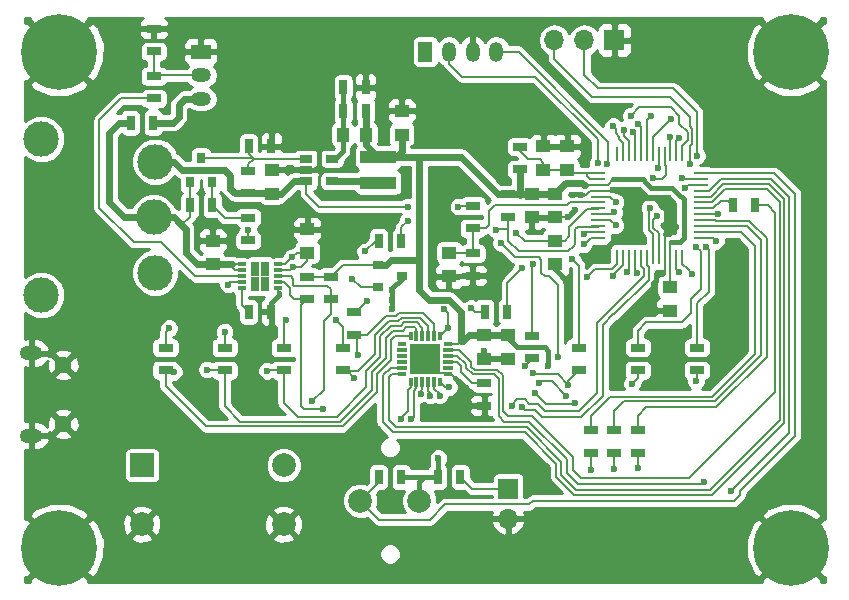
<source format=gbl>
G04 #@! TF.FileFunction,Copper,L2,Bot,Signal*
%FSLAX46Y46*%
G04 Gerber Fmt 4.6, Leading zero omitted, Abs format (unit mm)*
G04 Created by KiCad (PCBNEW 4.0.7-e2-6376~58~ubuntu16.04.1) date Wed Aug 29 00:33:05 2018*
%MOMM*%
%LPD*%
G01*
G04 APERTURE LIST*
%ADD10C,0.100000*%
%ADD11C,3.000000*%
%ADD12C,0.600000*%
%ADD13R,2.000000X2.000000*%
%ADD14C,2.000000*%
%ADD15R,0.750000X0.300000*%
%ADD16R,0.850000X0.300000*%
%ADD17R,0.300000X0.750000*%
%ADD18R,0.300000X0.850000*%
%ADD19R,2.600000X2.600000*%
%ADD20R,1.250000X1.000000*%
%ADD21R,1.000000X1.250000*%
%ADD22R,1.700000X1.700000*%
%ADD23O,1.700000X1.700000*%
%ADD24R,1.200000X1.700000*%
%ADD25O,1.200000X1.700000*%
%ADD26R,3.050000X1.140000*%
%ADD27R,1.300000X0.700000*%
%ADD28C,6.400000*%
%ADD29R,0.800000X0.900000*%
%ADD30R,0.900000X0.800000*%
%ADD31R,0.700000X1.300000*%
%ADD32R,0.650000X0.300000*%
%ADD33R,0.775000X1.240000*%
%ADD34R,1.060000X0.650000*%
%ADD35R,1.300000X0.250000*%
%ADD36R,0.250000X1.300000*%
%ADD37R,1.699260X1.198880*%
%ADD38O,1.699260X1.198880*%
%ADD39C,1.450000*%
%ADD40O,1.900000X1.200000*%
%ADD41C,0.400000*%
%ADD42C,0.200000*%
%ADD43C,0.600000*%
%ADD44C,0.254000*%
G04 APERTURE END LIST*
D10*
D11*
X40127000Y-82699000D03*
X40000000Y-78000000D03*
X40127000Y-73301000D03*
X30475000Y-84604000D03*
X30475000Y-71396000D03*
D12*
X82000000Y-62000000D03*
X84000000Y-62000000D03*
X86000000Y-62000000D03*
X88000000Y-62000000D03*
X90000000Y-62000000D03*
X71000000Y-62000000D03*
X69000000Y-62000000D03*
X67000000Y-62000000D03*
X65000000Y-62000000D03*
X63000000Y-62000000D03*
X61000000Y-62000000D03*
X59000000Y-62000000D03*
X57000000Y-62000000D03*
X55000000Y-62000000D03*
X53000000Y-62000000D03*
X51000000Y-62000000D03*
X49000000Y-62000000D03*
X47000000Y-62000000D03*
X45000000Y-62000000D03*
X43000000Y-62000000D03*
X36000000Y-62000000D03*
X30000000Y-99000000D03*
X30000000Y-82000000D03*
X30000000Y-80000000D03*
X30000000Y-78000000D03*
X30000000Y-76000000D03*
X30000000Y-74000000D03*
X96000000Y-102000000D03*
X96000000Y-100000000D03*
X96000000Y-98000000D03*
X96000000Y-96000000D03*
X96000000Y-94000000D03*
X96000000Y-92000000D03*
X96000000Y-90000000D03*
X96000000Y-88000000D03*
X96000000Y-86000000D03*
X96000000Y-84000000D03*
X96000000Y-82000000D03*
X96000000Y-80000000D03*
X96000000Y-78000000D03*
X96000000Y-76000000D03*
X96000000Y-74000000D03*
X96000000Y-72000000D03*
X96000000Y-70000000D03*
X96000000Y-68000000D03*
X90000000Y-108000000D03*
X88000000Y-108000000D03*
X86000000Y-108000000D03*
X84000000Y-108000000D03*
X82000000Y-108000000D03*
X80000000Y-108000000D03*
X78000000Y-108000000D03*
X76000000Y-108000000D03*
X74000000Y-108000000D03*
X72000000Y-108000000D03*
X70000000Y-108000000D03*
X68000000Y-108000000D03*
X66000000Y-108000000D03*
X64000000Y-108000000D03*
X62000000Y-108000000D03*
X60000000Y-108000000D03*
X58000000Y-108000000D03*
X56000000Y-108000000D03*
X54000000Y-108000000D03*
X52000000Y-108000000D03*
X50000000Y-108000000D03*
X48000000Y-108000000D03*
X46000000Y-108000000D03*
X44000000Y-108000000D03*
X42000000Y-108000000D03*
X40000000Y-108000000D03*
X38000000Y-108000000D03*
D13*
X39000000Y-99000000D03*
D14*
X51000000Y-99000000D03*
X51000000Y-104000000D03*
X39000000Y-104000000D03*
D15*
X61050000Y-91250000D03*
D16*
X61050000Y-90750000D03*
X61050000Y-90250000D03*
X61050000Y-89750000D03*
X61050000Y-89250000D03*
D15*
X61050000Y-88750000D03*
D17*
X61750000Y-88050000D03*
D18*
X62250000Y-88050000D03*
X62750000Y-88050000D03*
X63250000Y-88050000D03*
X63750000Y-88050000D03*
D17*
X64250000Y-88050000D03*
D15*
X64950000Y-88750000D03*
D16*
X64950000Y-89250000D03*
X64950000Y-89750000D03*
X64950000Y-90250000D03*
X64950000Y-90750000D03*
D15*
X64950000Y-91250000D03*
D17*
X64250000Y-91950000D03*
D18*
X63750000Y-91950000D03*
X63250000Y-91950000D03*
X62750000Y-91950000D03*
X62250000Y-91950000D03*
D17*
X61750000Y-91950000D03*
D19*
X63000000Y-90000000D03*
D20*
X50000000Y-76000000D03*
X50000000Y-74000000D03*
D21*
X58000000Y-71000000D03*
X56000000Y-71000000D03*
D20*
X61000000Y-71000000D03*
X61000000Y-69000000D03*
X74000000Y-80000000D03*
X74000000Y-82000000D03*
X65000000Y-81000000D03*
X65000000Y-83000000D03*
X83700000Y-83900000D03*
X83700000Y-85900000D03*
X74000000Y-76000000D03*
X74000000Y-78000000D03*
X72000000Y-76000000D03*
X72000000Y-78000000D03*
X75000000Y-74000000D03*
X75000000Y-72000000D03*
X73000000Y-74000000D03*
X73000000Y-72000000D03*
X70000000Y-88000000D03*
X70000000Y-90000000D03*
X68000000Y-88000000D03*
X68000000Y-90000000D03*
D22*
X79000000Y-63000000D03*
D23*
X76460000Y-63000000D03*
X73920000Y-63000000D03*
D24*
X63000000Y-64000000D03*
D25*
X65000000Y-64000000D03*
X67000000Y-64000000D03*
X69000000Y-64000000D03*
D26*
X59000000Y-75080000D03*
X59000000Y-72920000D03*
D27*
X71000000Y-72050000D03*
X71000000Y-73950000D03*
D28*
X94000000Y-64000000D03*
X32000000Y-106000000D03*
X32000000Y-64000000D03*
X94000000Y-106000000D03*
D29*
X44950000Y-75000000D03*
X43050000Y-75000000D03*
X44000000Y-73000000D03*
D30*
X59000000Y-83950000D03*
X59000000Y-82050000D03*
X61000000Y-83000000D03*
D27*
X41000000Y-90950000D03*
X41000000Y-89050000D03*
X46000000Y-90950000D03*
X46000000Y-89050000D03*
X51000000Y-90950000D03*
X51000000Y-89050000D03*
X56000000Y-90950000D03*
X56000000Y-89050000D03*
X48000000Y-78050000D03*
X48000000Y-79950000D03*
X57000000Y-87950000D03*
X57000000Y-86050000D03*
D31*
X59050000Y-80000000D03*
X60950000Y-80000000D03*
X43050000Y-77000000D03*
X44950000Y-77000000D03*
X68050000Y-86000000D03*
X69950000Y-86000000D03*
X48050000Y-72000000D03*
X49950000Y-72000000D03*
D27*
X72000000Y-89950000D03*
X72000000Y-88050000D03*
X76000000Y-90950000D03*
X76000000Y-89050000D03*
X81000000Y-90950000D03*
X81000000Y-89050000D03*
X86000000Y-90950000D03*
X86000000Y-89050000D03*
X77000000Y-97950000D03*
X77000000Y-96050000D03*
X79000000Y-97950000D03*
X79000000Y-96050000D03*
X81000000Y-97950000D03*
X81000000Y-96050000D03*
X40000000Y-63950000D03*
X40000000Y-62050000D03*
D31*
X48050000Y-86000000D03*
X49950000Y-86000000D03*
D27*
X40000000Y-67950000D03*
X40000000Y-66050000D03*
D31*
X57950000Y-69000000D03*
X56050000Y-69000000D03*
X56050000Y-67000000D03*
X57950000Y-67000000D03*
X64050000Y-100000000D03*
X65950000Y-100000000D03*
D27*
X55000000Y-83050000D03*
X55000000Y-84950000D03*
X53000000Y-83050000D03*
X53000000Y-84950000D03*
X67000000Y-77050000D03*
X67000000Y-78950000D03*
X67000000Y-81050000D03*
X67000000Y-82950000D03*
X70000000Y-76050000D03*
X70000000Y-77950000D03*
D31*
X60950000Y-100000000D03*
X59050000Y-100000000D03*
D27*
X68000000Y-92050000D03*
X68000000Y-93950000D03*
D31*
X89050000Y-77000000D03*
X90950000Y-77000000D03*
D22*
X70000000Y-101000000D03*
D23*
X70000000Y-103540000D03*
D32*
X50550000Y-82000000D03*
X50550000Y-82500000D03*
X50550000Y-83000000D03*
X50550000Y-83500000D03*
X50550000Y-84000000D03*
X47450000Y-84000000D03*
X47450000Y-83500000D03*
X47450000Y-83000000D03*
X47450000Y-82500000D03*
X47450000Y-82000000D03*
D33*
X48612500Y-83620000D03*
X48612500Y-82380000D03*
X49387500Y-83620000D03*
X49387500Y-82380000D03*
D34*
X52900000Y-74950000D03*
X52900000Y-74000000D03*
X52900000Y-73050000D03*
X55100000Y-73050000D03*
X55100000Y-74950000D03*
D35*
X77650000Y-79750000D03*
X77650000Y-79250000D03*
X77650000Y-78750000D03*
X77650000Y-78250000D03*
X77650000Y-77750000D03*
X77650000Y-77250000D03*
X77650000Y-76750000D03*
X77650000Y-76250000D03*
X77650000Y-75750000D03*
X77650000Y-75250000D03*
X77650000Y-74750000D03*
X77650000Y-74250000D03*
D36*
X79250000Y-72650000D03*
X79750000Y-72650000D03*
X80250000Y-72650000D03*
X80750000Y-72650000D03*
X81250000Y-72650000D03*
X81750000Y-72650000D03*
X82250000Y-72650000D03*
X82750000Y-72650000D03*
X83250000Y-72650000D03*
X83750000Y-72650000D03*
X84250000Y-72650000D03*
X84750000Y-72650000D03*
D35*
X86350000Y-74250000D03*
X86350000Y-74750000D03*
X86350000Y-75250000D03*
X86350000Y-75750000D03*
X86350000Y-76250000D03*
X86350000Y-76750000D03*
X86350000Y-77250000D03*
X86350000Y-77750000D03*
X86350000Y-78250000D03*
X86350000Y-78750000D03*
X86350000Y-79250000D03*
X86350000Y-79750000D03*
D36*
X84750000Y-81350000D03*
X84250000Y-81350000D03*
X83750000Y-81350000D03*
X83250000Y-81350000D03*
X82750000Y-81350000D03*
X82250000Y-81350000D03*
X81750000Y-81350000D03*
X81250000Y-81350000D03*
X80750000Y-81350000D03*
X80250000Y-81350000D03*
X79750000Y-81350000D03*
X79250000Y-81350000D03*
D14*
X62500000Y-102000000D03*
X57500000Y-102000000D03*
D37*
X44000000Y-64001020D03*
D38*
X44000000Y-66000000D03*
X44000000Y-67998980D03*
D31*
X38050000Y-70000000D03*
X39950000Y-70000000D03*
D39*
X32350000Y-90500000D03*
X32350000Y-95500000D03*
D40*
X29650000Y-89500000D03*
X29650000Y-96500000D03*
D20*
X53000000Y-81000000D03*
X53000000Y-79000000D03*
X45000000Y-82000000D03*
X45000000Y-80000000D03*
D27*
X48000000Y-75950000D03*
X48000000Y-74050000D03*
D12*
X36000000Y-108000000D03*
X64100000Y-98400000D03*
X73400000Y-90600000D03*
X61500000Y-77100000D03*
X65800000Y-77100000D03*
X38100000Y-62000000D03*
X84200000Y-78800000D03*
X83600000Y-79400000D03*
X78900000Y-75700000D03*
X78300000Y-81500000D03*
X33600000Y-94300000D03*
X37000000Y-87600000D03*
X37000000Y-88600000D03*
X37000000Y-89600000D03*
X37000000Y-90600000D03*
X36400000Y-91400000D03*
X35700000Y-92100000D03*
X34900000Y-92800000D03*
X33900000Y-92900000D03*
X36800000Y-84200000D03*
X36100000Y-84900000D03*
X35400000Y-85600000D03*
X34700000Y-86300000D03*
X34600000Y-87300000D03*
X34600000Y-88300000D03*
X34600000Y-89300000D03*
X34100000Y-90100000D03*
X66700000Y-71700000D03*
X65700000Y-71600000D03*
X64700000Y-71600000D03*
X63700000Y-71600000D03*
X62700000Y-71600000D03*
X54100000Y-72000000D03*
X53300000Y-72000000D03*
X52300000Y-72000000D03*
X49900000Y-70400000D03*
X51500000Y-72000000D03*
X51400000Y-74000000D03*
X31000000Y-92000000D03*
X63100000Y-90900000D03*
X62100000Y-90900000D03*
X62100000Y-89900000D03*
X63100000Y-89900000D03*
X63900000Y-90950000D03*
X31000000Y-94000000D03*
X54400000Y-79000000D03*
X51600000Y-79000000D03*
X53000000Y-77800000D03*
X68000000Y-89300000D03*
X76500000Y-73500000D03*
X64800000Y-76000000D03*
X64800000Y-75000000D03*
X64800000Y-74100000D03*
X63800000Y-74100000D03*
X63800000Y-75000000D03*
X63800000Y-76000000D03*
X75100000Y-85600000D03*
X76200000Y-76100000D03*
X75500000Y-76100000D03*
X75100000Y-78000000D03*
X75700000Y-77400000D03*
X83100000Y-82700000D03*
X82300000Y-85800000D03*
X38100000Y-62000000D03*
X74200000Y-89800000D03*
X69400000Y-80200000D03*
X70700000Y-79300000D03*
X60200000Y-84200000D03*
X60200000Y-85000000D03*
X60200000Y-85800000D03*
X44500000Y-90900000D03*
X49600000Y-91000000D03*
X57000000Y-91600000D03*
X57300000Y-89700000D03*
X66900000Y-85700000D03*
X64600000Y-85800000D03*
X64900000Y-87400000D03*
X71400000Y-90600000D03*
X65000000Y-92400000D03*
X64200000Y-93100000D03*
X72100000Y-91200000D03*
X75100000Y-92200000D03*
X80500000Y-92100000D03*
X63400000Y-93100000D03*
X72600000Y-92000000D03*
X74900000Y-93100000D03*
X85900000Y-91900000D03*
X62600000Y-93000000D03*
X72300000Y-92900000D03*
X75700000Y-93700000D03*
X77000000Y-99400000D03*
X60900000Y-95100000D03*
X79000000Y-99300000D03*
X61800000Y-95100000D03*
X81000000Y-99200000D03*
X51700000Y-81400000D03*
X51800000Y-82200000D03*
X82000000Y-77200000D03*
X86000000Y-72800000D03*
X82600000Y-77900000D03*
X85400000Y-73500000D03*
X77600000Y-73400000D03*
X76400000Y-80300000D03*
X78400000Y-73500000D03*
X76400000Y-79400000D03*
X57900000Y-80900000D03*
X56800000Y-83200000D03*
X84700000Y-74700000D03*
X41300000Y-87400000D03*
X46000000Y-87700000D03*
X85000000Y-75500000D03*
X51200000Y-86700000D03*
X78900000Y-70300000D03*
X79800000Y-70600000D03*
X55400000Y-86700000D03*
X46300000Y-83700000D03*
X48000000Y-79100000D03*
X58100000Y-85100000D03*
X80600000Y-70800000D03*
X61500000Y-78300000D03*
X80400000Y-69400000D03*
X81000000Y-70100000D03*
X71200000Y-82300000D03*
X82700000Y-73800000D03*
X72100000Y-82000000D03*
X75400000Y-81500000D03*
X82300000Y-74700000D03*
X83700000Y-71200000D03*
X85900000Y-80500000D03*
X86800000Y-80500000D03*
X84500000Y-71300000D03*
X71200000Y-94100000D03*
X53400000Y-93600000D03*
X70300000Y-94000000D03*
X54300000Y-94200000D03*
X69000000Y-79100000D03*
X79100000Y-78700000D03*
X79000000Y-77600000D03*
X79100000Y-76700000D03*
X85600000Y-82800000D03*
X84500000Y-82600000D03*
X80900000Y-82700000D03*
X80100000Y-82600000D03*
X87600000Y-80000000D03*
X82100000Y-69400000D03*
X83800000Y-69700000D03*
X78900000Y-83000000D03*
X76700000Y-83100000D03*
X87800000Y-77700000D03*
X86600000Y-100400000D03*
X88900000Y-101200000D03*
X41700000Y-91100000D03*
D41*
X83800000Y-80100000D02*
X84600000Y-80100000D01*
D42*
X83750000Y-80150000D02*
X83800000Y-80100000D01*
D41*
X81800000Y-75200000D02*
X82100000Y-75500000D01*
X83900000Y-75500000D02*
X84400000Y-76000000D01*
X82100000Y-75500000D02*
X83900000Y-75500000D01*
D42*
X83750000Y-80150000D02*
X83750000Y-81350000D01*
D41*
X84900000Y-76500000D02*
X84400000Y-76000000D01*
X84900000Y-79800000D02*
X84900000Y-76500000D01*
X84600000Y-80100000D02*
X84900000Y-79800000D01*
D43*
X68000000Y-88000000D02*
X66700000Y-88000000D01*
X66200000Y-88500000D02*
X66700000Y-88000000D01*
D41*
X66200000Y-88500000D02*
X66000000Y-88500000D01*
D43*
X68000000Y-88000000D02*
X70000000Y-88000000D01*
D42*
X53000000Y-83050000D02*
X55000000Y-83050000D01*
X55000000Y-83050000D02*
X56000000Y-82050000D01*
X56000000Y-82050000D02*
X56850000Y-82050000D01*
X83750000Y-81350000D02*
X83750000Y-83850000D01*
X83750000Y-83850000D02*
X83700000Y-83900000D01*
D41*
X70000000Y-88000000D02*
X70000000Y-88200000D01*
X70000000Y-88200000D02*
X70800000Y-89000000D01*
X64050000Y-98450000D02*
X64050000Y-100000000D01*
X64100000Y-98400000D02*
X64050000Y-98450000D01*
X73400000Y-89300000D02*
X73400000Y-90600000D01*
X73100000Y-89000000D02*
X73400000Y-89300000D01*
X70800000Y-89000000D02*
X73100000Y-89000000D01*
X62500000Y-102000000D02*
X62500000Y-100400000D01*
X62500000Y-100400000D02*
X62900000Y-100000000D01*
X60950000Y-100000000D02*
X62900000Y-100000000D01*
X62900000Y-100000000D02*
X64050000Y-100000000D01*
X78900000Y-74800000D02*
X81400000Y-74800000D01*
X81400000Y-74800000D02*
X81800000Y-75200000D01*
D42*
X78450000Y-75250000D02*
X77650000Y-75250000D01*
X78450000Y-75250000D02*
X78900000Y-74800000D01*
D41*
X81800000Y-75200000D02*
X81850000Y-75250000D01*
D43*
X74600000Y-75400000D02*
X74900000Y-75100000D01*
X74900000Y-75100000D02*
X76300000Y-75100000D01*
X76300000Y-75100000D02*
X76450000Y-75250000D01*
X76450000Y-75250000D02*
X76550000Y-75250000D01*
X74600000Y-75400000D02*
X74000000Y-76000000D01*
D42*
X77650000Y-75250000D02*
X76550000Y-75250000D01*
X56850000Y-82050000D02*
X59000000Y-82050000D01*
D43*
X59000000Y-82050000D02*
X59650000Y-82050000D01*
X59650000Y-82050000D02*
X60100000Y-81600000D01*
X60100000Y-81600000D02*
X62500000Y-81600000D01*
X62500000Y-72920000D02*
X62500000Y-81600000D01*
X62500000Y-81600000D02*
X62500000Y-84200000D01*
X62500000Y-84200000D02*
X63300000Y-85000000D01*
X63300000Y-85000000D02*
X65000000Y-85000000D01*
X65000000Y-85000000D02*
X66000000Y-86000000D01*
X66000000Y-86000000D02*
X66000000Y-88500000D01*
D42*
X65750000Y-88750000D02*
X66000000Y-88500000D01*
X64950000Y-88750000D02*
X65750000Y-88750000D01*
D43*
X61000000Y-71000000D02*
X61000000Y-72400000D01*
X61000000Y-72400000D02*
X60480000Y-72920000D01*
X60480000Y-72920000D02*
X59000000Y-72920000D01*
X71000000Y-73950000D02*
X71000000Y-76050000D01*
X71000000Y-76050000D02*
X71000000Y-76100000D01*
X71000000Y-76100000D02*
X71000000Y-76050000D01*
X72000000Y-76000000D02*
X74000000Y-76000000D01*
X70000000Y-76050000D02*
X71000000Y-76050000D01*
X71000000Y-76050000D02*
X71950000Y-76050000D01*
X71950000Y-76050000D02*
X72000000Y-76000000D01*
X59000000Y-72920000D02*
X62500000Y-72920000D01*
X62500000Y-72920000D02*
X66020000Y-72920000D01*
X69150000Y-76050000D02*
X70000000Y-76050000D01*
X66020000Y-72920000D02*
X69150000Y-76050000D01*
X57950000Y-69000000D02*
X57950000Y-70950000D01*
X57950000Y-70950000D02*
X58000000Y-71000000D01*
X58000000Y-71000000D02*
X58000000Y-71920000D01*
X58000000Y-71920000D02*
X59000000Y-72920000D01*
D42*
X59050000Y-100000000D02*
X59050000Y-100450000D01*
X59050000Y-100450000D02*
X57500000Y-102000000D01*
X86350000Y-74250000D02*
X92550000Y-74250000D01*
X59100000Y-103600000D02*
X57500000Y-102000000D01*
X63400000Y-103600000D02*
X59100000Y-103600000D01*
X64700000Y-102300000D02*
X63400000Y-103600000D01*
X71800000Y-102300000D02*
X64700000Y-102300000D01*
X72100000Y-102000000D02*
X71800000Y-102300000D01*
X89100000Y-102000000D02*
X72100000Y-102000000D01*
X89600000Y-101500000D02*
X89100000Y-102000000D01*
X89600000Y-101200000D02*
X89600000Y-101500000D01*
X94300000Y-96500000D02*
X89600000Y-101200000D01*
X94300000Y-76000000D02*
X94300000Y-96500000D01*
X92550000Y-74250000D02*
X94300000Y-76000000D01*
X52900000Y-76000000D02*
X54000000Y-77100000D01*
X54000000Y-77100000D02*
X61500000Y-77100000D01*
X52900000Y-74950000D02*
X52900000Y-76000000D01*
X65850000Y-77050000D02*
X67000000Y-77050000D01*
X65800000Y-77100000D02*
X65850000Y-77050000D01*
D43*
X40127000Y-73301000D02*
X41701000Y-73301000D01*
X46850000Y-75950000D02*
X48000000Y-75950000D01*
X46500000Y-75600000D02*
X46850000Y-75950000D01*
X46500000Y-74500000D02*
X46500000Y-75600000D01*
X46000000Y-74000000D02*
X46500000Y-74500000D01*
X42400000Y-74000000D02*
X46000000Y-74000000D01*
X41701000Y-73301000D02*
X42400000Y-74000000D01*
X52900000Y-74950000D02*
X51850000Y-74950000D01*
X50800000Y-76000000D02*
X50000000Y-76000000D01*
X51850000Y-74950000D02*
X50800000Y-76000000D01*
X48000000Y-75950000D02*
X49950000Y-75950000D01*
X49950000Y-75950000D02*
X50000000Y-76000000D01*
D42*
X38150000Y-62050000D02*
X38100000Y-62000000D01*
X40000000Y-62050000D02*
X38150000Y-62050000D01*
X83250000Y-79500000D02*
X83500000Y-79500000D01*
X83500000Y-79500000D02*
X83600000Y-79400000D01*
X78900000Y-75700000D02*
X80800000Y-75700000D01*
X78300000Y-80500000D02*
X78300000Y-81500000D01*
X78800000Y-80000000D02*
X78300000Y-80500000D01*
X79600000Y-80000000D02*
X78800000Y-80000000D01*
X81100000Y-78500000D02*
X79600000Y-80000000D01*
X81100000Y-76000000D02*
X81100000Y-78500000D01*
X80800000Y-75700000D02*
X81100000Y-76000000D01*
X37000000Y-88600000D02*
X37000000Y-87600000D01*
X37000000Y-90600000D02*
X37000000Y-89600000D01*
X35700000Y-92100000D02*
X36400000Y-91400000D01*
X34000000Y-92800000D02*
X34900000Y-92800000D01*
X33900000Y-92900000D02*
X34000000Y-92800000D01*
X36100000Y-84900000D02*
X36800000Y-84200000D01*
X34700000Y-86300000D02*
X35400000Y-85600000D01*
X34600000Y-88300000D02*
X34600000Y-87300000D01*
X34600000Y-89600000D02*
X34600000Y-89300000D01*
X34100000Y-90100000D02*
X34600000Y-89600000D01*
X61000000Y-69000000D02*
X62500000Y-69000000D01*
X65800000Y-71700000D02*
X66700000Y-71700000D01*
X65700000Y-71600000D02*
X65800000Y-71700000D01*
X63700000Y-71600000D02*
X64700000Y-71600000D01*
X62700000Y-69200000D02*
X62700000Y-71600000D01*
X62500000Y-69000000D02*
X62700000Y-69200000D01*
X53100000Y-72000000D02*
X52300000Y-72000000D01*
X53300000Y-72000000D02*
X54100000Y-72000000D01*
X49950000Y-72000000D02*
X49950000Y-70450000D01*
X49950000Y-70450000D02*
X49900000Y-70400000D01*
X49950000Y-72000000D02*
X51500000Y-72000000D01*
X50000000Y-74000000D02*
X51400000Y-74000000D01*
X63000000Y-90000000D02*
X63000000Y-90800000D01*
X63000000Y-90800000D02*
X63100000Y-90900000D01*
X62100000Y-90900000D02*
X62100000Y-89900000D01*
X63100000Y-89900000D02*
X63000000Y-90000000D01*
X64500000Y-91200000D02*
X64900000Y-91200000D01*
X64900000Y-91200000D02*
X64950000Y-91250000D01*
D41*
X50000000Y-74000000D02*
X52900000Y-74000000D01*
X52900000Y-74000000D02*
X53700000Y-74000000D01*
X53800000Y-72000000D02*
X53100000Y-72000000D01*
X53100000Y-72000000D02*
X49950000Y-72000000D01*
X54000000Y-72200000D02*
X53800000Y-72000000D01*
X54000000Y-73700000D02*
X54000000Y-72200000D01*
X53700000Y-74000000D02*
X54000000Y-73700000D01*
D42*
X53000000Y-79000000D02*
X54400000Y-79000000D01*
X53000000Y-79000000D02*
X51600000Y-79000000D01*
X53000000Y-79000000D02*
X53000000Y-77800000D01*
X50550000Y-84000000D02*
X50550000Y-84350000D01*
D41*
X49950000Y-85250000D02*
X50600000Y-84600000D01*
X50600000Y-84600000D02*
X50600000Y-84400000D01*
X49950000Y-85250000D02*
X49950000Y-86000000D01*
D42*
X50550000Y-84350000D02*
X50600000Y-84400000D01*
D41*
X68000000Y-90000000D02*
X68000000Y-89300000D01*
D42*
X64950000Y-91250000D02*
X65150000Y-91250000D01*
X65150000Y-91250000D02*
X65500000Y-91600000D01*
D41*
X66950000Y-93950000D02*
X68000000Y-93950000D01*
X66400000Y-93400000D02*
X66950000Y-93950000D01*
X66400000Y-92400000D02*
X66400000Y-93400000D01*
X66300000Y-92400000D02*
X65500000Y-91600000D01*
X66400000Y-92400000D02*
X66300000Y-92400000D01*
D42*
X64475000Y-91200000D02*
X64500000Y-91200000D01*
X64500000Y-91200000D02*
X64150000Y-91200000D01*
X75000000Y-72000000D02*
X76400000Y-72000000D01*
X76500000Y-72100000D02*
X76500000Y-73500000D01*
X76400000Y-72000000D02*
X76500000Y-72100000D01*
X65000000Y-83000000D02*
X63900000Y-83000000D01*
X64800000Y-74100000D02*
X64800000Y-75000000D01*
X63800000Y-75000000D02*
X63800000Y-74100000D01*
X63800000Y-80100000D02*
X63800000Y-76000000D01*
X63600000Y-80300000D02*
X63800000Y-80100000D01*
X63600000Y-82700000D02*
X63600000Y-80300000D01*
X63900000Y-83000000D02*
X63600000Y-82700000D01*
D41*
X74000000Y-82000000D02*
X74000000Y-82400000D01*
X74000000Y-82400000D02*
X75100000Y-83500000D01*
X75100000Y-83500000D02*
X75100000Y-85600000D01*
D42*
X75500000Y-76100000D02*
X76200000Y-76100000D01*
X76600000Y-76100000D02*
X76200000Y-76100000D01*
X76950000Y-75750000D02*
X76600000Y-76100000D01*
X76950000Y-75750000D02*
X77650000Y-75750000D01*
X75200000Y-77900000D02*
X75100000Y-78000000D01*
X74000000Y-78000000D02*
X75100000Y-78000000D01*
X75200000Y-77900000D02*
X75700000Y-77400000D01*
X83250000Y-81350000D02*
X83250000Y-79500000D01*
X83250000Y-79500000D02*
X83250000Y-79450000D01*
D41*
X81100000Y-75700000D02*
X81800000Y-76400000D01*
X81800000Y-76400000D02*
X82500000Y-76400000D01*
X82500000Y-76400000D02*
X83400000Y-77300000D01*
X83400000Y-77300000D02*
X83400000Y-79300000D01*
X83400000Y-79300000D02*
X83300000Y-79400000D01*
D42*
X78850000Y-75750000D02*
X77650000Y-75750000D01*
X78850000Y-75750000D02*
X78900000Y-75700000D01*
D41*
X78900000Y-75700000D02*
X81100000Y-75700000D01*
D42*
X83250000Y-79450000D02*
X83300000Y-79400000D01*
D41*
X82300000Y-85800000D02*
X82300000Y-83600000D01*
D42*
X83250000Y-82550000D02*
X83100000Y-82700000D01*
X83250000Y-81350000D02*
X83250000Y-82550000D01*
D41*
X82400000Y-85900000D02*
X82300000Y-85800000D01*
X82400000Y-85900000D02*
X83700000Y-85900000D01*
X82600000Y-82700000D02*
X83100000Y-82700000D01*
X82500000Y-82800000D02*
X82600000Y-82700000D01*
X82500000Y-83400000D02*
X82500000Y-82800000D01*
X82300000Y-83600000D02*
X82500000Y-83400000D01*
D42*
X40000000Y-62050000D02*
X38150000Y-62050000D01*
X38150000Y-62050000D02*
X38100000Y-62000000D01*
D41*
X56050000Y-67000000D02*
X56050000Y-69000000D01*
X56050000Y-69000000D02*
X56050000Y-70950000D01*
X56050000Y-70950000D02*
X56000000Y-71000000D01*
X56000000Y-71000000D02*
X56000000Y-72400000D01*
X56000000Y-72400000D02*
X55350000Y-73050000D01*
X55100000Y-73050000D02*
X55350000Y-73050000D01*
X56000000Y-69050000D02*
X56050000Y-69000000D01*
D42*
X76000000Y-78000000D02*
X76700000Y-77300000D01*
X75200000Y-78800000D02*
X76000000Y-78000000D01*
X74000000Y-80000000D02*
X74800000Y-80000000D01*
X75200000Y-79600000D02*
X74800000Y-80000000D01*
X75200000Y-79600000D02*
X75200000Y-78800000D01*
X76700000Y-77300000D02*
X77600000Y-77300000D01*
X77600000Y-77300000D02*
X77650000Y-77250000D01*
X74000000Y-80000000D02*
X71400000Y-80000000D01*
X74200000Y-83700000D02*
X73500000Y-83000000D01*
X73500000Y-83000000D02*
X73100000Y-83000000D01*
X73100000Y-83000000D02*
X72800000Y-82700000D01*
X72800000Y-82700000D02*
X72800000Y-81600000D01*
X72800000Y-81600000D02*
X72600000Y-81400000D01*
X72600000Y-81400000D02*
X70600000Y-81400000D01*
X70600000Y-81400000D02*
X69400000Y-80200000D01*
X74200000Y-89800000D02*
X74200000Y-84400000D01*
X74200000Y-84400000D02*
X74200000Y-83700000D01*
X71400000Y-80000000D02*
X70700000Y-79300000D01*
X70000000Y-101000000D02*
X66950000Y-101000000D01*
X66950000Y-101000000D02*
X65950000Y-100000000D01*
X67000000Y-78950000D02*
X68150000Y-78950000D01*
X75250000Y-76750000D02*
X77650000Y-76750000D01*
X75000000Y-77000000D02*
X75250000Y-76750000D01*
X68900000Y-77000000D02*
X75000000Y-77000000D01*
X68400000Y-77500000D02*
X68900000Y-77000000D01*
X68400000Y-78700000D02*
X68400000Y-77500000D01*
X68150000Y-78950000D02*
X68400000Y-78700000D01*
X67000000Y-78950000D02*
X67000000Y-81050000D01*
X65000000Y-81000000D02*
X66950000Y-81000000D01*
X66950000Y-81000000D02*
X67000000Y-81050000D01*
X76700000Y-74250000D02*
X75250000Y-74250000D01*
X77650000Y-74750000D02*
X76950000Y-74750000D01*
X76700000Y-74500000D02*
X76700000Y-74250000D01*
X76950000Y-74750000D02*
X76700000Y-74500000D01*
X76700000Y-74250000D02*
X76700000Y-74300000D01*
X76700000Y-74300000D02*
X76700000Y-74250000D01*
X71000000Y-72050000D02*
X71000000Y-72400000D01*
X71000000Y-72400000D02*
X71700000Y-73100000D01*
X71700000Y-73100000D02*
X72700000Y-73100000D01*
X72700000Y-73100000D02*
X73000000Y-73400000D01*
X73000000Y-73400000D02*
X73000000Y-74000000D01*
X77650000Y-74250000D02*
X76700000Y-74250000D01*
X75250000Y-74250000D02*
X75000000Y-74000000D01*
X75000000Y-74000000D02*
X73000000Y-74000000D01*
D41*
X60200000Y-85000000D02*
X60200000Y-84200000D01*
X61000000Y-83000000D02*
X61000000Y-83200000D01*
X61000000Y-83200000D02*
X60200000Y-84000000D01*
X60200000Y-84000000D02*
X60200000Y-85800000D01*
D42*
X55800000Y-95300000D02*
X47300000Y-95300000D01*
X47300000Y-95300000D02*
X46000000Y-94000000D01*
X46000000Y-94000000D02*
X46000000Y-90950000D01*
X62250000Y-87450000D02*
X62100000Y-87300000D01*
X62100000Y-87300000D02*
X61400000Y-87300000D01*
X61400000Y-87300000D02*
X61100000Y-87600000D01*
X61100000Y-87600000D02*
X60300000Y-87600000D01*
X60300000Y-87600000D02*
X59700000Y-88200000D01*
X59700000Y-88200000D02*
X59700000Y-89941382D01*
X59700000Y-89941382D02*
X58500000Y-91141382D01*
X58500000Y-91141382D02*
X58500000Y-92600000D01*
X62250000Y-88050000D02*
X62250000Y-87450000D01*
X58500000Y-92600000D02*
X57120691Y-93979309D01*
X57120691Y-93979309D02*
X55800000Y-95300000D01*
X46000000Y-90950000D02*
X44550000Y-90950000D01*
X44550000Y-90950000D02*
X44500000Y-90900000D01*
X58000000Y-92300000D02*
X58000000Y-92400000D01*
X58200000Y-90800000D02*
X58000000Y-91000000D01*
X58000000Y-91000000D02*
X58000000Y-92300000D01*
X60095002Y-87204998D02*
X59200000Y-88100000D01*
X59200000Y-88100000D02*
X59200000Y-89800000D01*
X60195002Y-87204998D02*
X60095002Y-87204998D01*
X51000000Y-91700000D02*
X51000000Y-90950000D01*
X59200000Y-89800000D02*
X58200000Y-90800000D01*
X51000000Y-93700000D02*
X51000000Y-91700000D01*
X52200000Y-94900000D02*
X51000000Y-93700000D01*
X55500000Y-94900000D02*
X52200000Y-94900000D01*
X58000000Y-92400000D02*
X55500000Y-94900000D01*
X49600000Y-91000000D02*
X49650000Y-90950000D01*
X49650000Y-90950000D02*
X51000000Y-90950000D01*
X62750000Y-88050000D02*
X62750000Y-87350000D01*
X62750000Y-87350000D02*
X62304998Y-86904998D01*
X62304998Y-86904998D02*
X61200000Y-86904998D01*
X61200000Y-86904998D02*
X60900000Y-87204998D01*
X60900000Y-87204998D02*
X60195002Y-87204998D01*
X60195002Y-87204998D02*
X60200000Y-87200000D01*
X56000000Y-90950000D02*
X56350000Y-90950000D01*
X56350000Y-90950000D02*
X57000000Y-91600000D01*
X56000000Y-90950000D02*
X55650000Y-90950000D01*
X56050000Y-91000000D02*
X57300000Y-91000000D01*
X59900000Y-86800000D02*
X58700000Y-88000000D01*
X58700000Y-88000000D02*
X58700000Y-89600000D01*
X58700000Y-89600000D02*
X57300000Y-91000000D01*
X63250000Y-87250000D02*
X63250000Y-88050000D01*
X61000000Y-86509996D02*
X60709996Y-86800000D01*
X63250000Y-87250000D02*
X62509996Y-86509996D01*
X60709996Y-86800000D02*
X59900000Y-86800000D01*
X62509996Y-86509996D02*
X61000000Y-86509996D01*
X56050000Y-91000000D02*
X56000000Y-90950000D01*
X57200000Y-89600000D02*
X57200000Y-88150000D01*
X57300000Y-89700000D02*
X57200000Y-89600000D01*
X57200000Y-88150000D02*
X57000000Y-87950000D01*
X57050000Y-88000000D02*
X58000000Y-88000000D01*
X63750000Y-87050000D02*
X62814994Y-86114994D01*
X62814994Y-86114994D02*
X60785006Y-86114994D01*
X60785006Y-86114994D02*
X60500000Y-86400000D01*
X60500000Y-86400000D02*
X59900000Y-86400000D01*
X59900000Y-86400000D02*
X59700000Y-86400000D01*
X59700000Y-86400000D02*
X58100000Y-88000000D01*
X58100000Y-88000000D02*
X58000000Y-88000000D01*
X63750000Y-87050000D02*
X63750000Y-88050000D01*
X57050000Y-88000000D02*
X57000000Y-87950000D01*
X64900000Y-87400000D02*
X64900000Y-86100000D01*
X67200000Y-86000000D02*
X68050000Y-86000000D01*
X66900000Y-85700000D02*
X67200000Y-86000000D01*
X64900000Y-86100000D02*
X64600000Y-85800000D01*
X64250000Y-88050000D02*
X64900000Y-87400000D01*
X72000000Y-89950000D02*
X72000000Y-90000000D01*
X72000000Y-90000000D02*
X71400000Y-90600000D01*
X65000000Y-92400000D02*
X64700000Y-92400000D01*
X64700000Y-92400000D02*
X64250000Y-91950000D01*
X75100000Y-92200000D02*
X75100000Y-91850000D01*
X75100000Y-91850000D02*
X76000000Y-90950000D01*
X64200000Y-93100000D02*
X64200000Y-93000000D01*
X72200000Y-91300000D02*
X72100000Y-91200000D01*
X74200000Y-91300000D02*
X72200000Y-91300000D01*
X75100000Y-92200000D02*
X74200000Y-91300000D01*
X63750000Y-92550000D02*
X63750000Y-91950000D01*
X64200000Y-93000000D02*
X63750000Y-92550000D01*
X81000000Y-90950000D02*
X81000000Y-91600000D01*
X81000000Y-91600000D02*
X80500000Y-92100000D01*
X63400000Y-93100000D02*
X63400000Y-92900000D01*
X72700000Y-91900000D02*
X72600000Y-92000000D01*
X73700000Y-91900000D02*
X72700000Y-91900000D01*
X74900000Y-93100000D02*
X73700000Y-91900000D01*
X63250000Y-92750000D02*
X63250000Y-91950000D01*
X63400000Y-92900000D02*
X63250000Y-92750000D01*
X86000000Y-91800000D02*
X86000000Y-90950000D01*
X85900000Y-91900000D02*
X86000000Y-91800000D01*
X62600000Y-93000000D02*
X62600000Y-92700000D01*
X73200000Y-93800000D02*
X72300000Y-92900000D01*
X75600000Y-93800000D02*
X73200000Y-93800000D01*
X75700000Y-93700000D02*
X75600000Y-93800000D01*
X62750000Y-92550000D02*
X62750000Y-91950000D01*
X62600000Y-92700000D02*
X62750000Y-92550000D01*
X77000000Y-99400000D02*
X77000000Y-97950000D01*
X61500000Y-94400000D02*
X60900000Y-95000000D01*
X60900000Y-95000000D02*
X60900000Y-95100000D01*
X61750000Y-92350000D02*
X61500000Y-92600000D01*
X61500000Y-92600000D02*
X61500000Y-94200000D01*
X61500000Y-94200000D02*
X61500000Y-94400000D01*
X79000000Y-99300000D02*
X79000000Y-97950000D01*
X61750000Y-91950000D02*
X61750000Y-92350000D01*
X62000000Y-94900000D02*
X61800000Y-95100000D01*
X62250000Y-91950000D02*
X62250000Y-92450000D01*
X62000000Y-92700000D02*
X62000000Y-93900000D01*
X62250000Y-92450000D02*
X62000000Y-92700000D01*
X62000000Y-93900000D02*
X62000000Y-94900000D01*
X81000000Y-99200000D02*
X81000000Y-97950000D01*
X43050000Y-77000000D02*
X43050000Y-77950000D01*
X43050000Y-77950000D02*
X42350000Y-78650000D01*
X43050000Y-77000000D02*
X43050000Y-75000000D01*
X43050000Y-75000000D02*
X43050000Y-75150000D01*
D43*
X46400000Y-82000000D02*
X45000000Y-82000000D01*
X45000000Y-82000000D02*
X43700000Y-82000000D01*
X43700000Y-82000000D02*
X42700000Y-81000000D01*
X42700000Y-81000000D02*
X42700000Y-79000000D01*
X42700000Y-79000000D02*
X42350000Y-78650000D01*
X41700000Y-78000000D02*
X40000000Y-78000000D01*
X41950000Y-78250000D02*
X41700000Y-78000000D01*
X42350000Y-78650000D02*
X41950000Y-78250000D01*
X40000000Y-78000000D02*
X41000000Y-78000000D01*
D42*
X47450000Y-82500000D02*
X46900000Y-82500000D01*
X46900000Y-82500000D02*
X46400000Y-82000000D01*
D43*
X46600000Y-82000000D02*
X46400000Y-82000000D01*
D42*
X47450000Y-82000000D02*
X46600000Y-82000000D01*
D43*
X38050000Y-70000000D02*
X37100000Y-70000000D01*
X37500000Y-78000000D02*
X40000000Y-78000000D01*
X36200000Y-76700000D02*
X37500000Y-78000000D01*
X36200000Y-70900000D02*
X36200000Y-76700000D01*
X37100000Y-70000000D02*
X36200000Y-70900000D01*
D42*
X53000000Y-81000000D02*
X53000000Y-81700000D01*
X52500000Y-82200000D02*
X51800000Y-82200000D01*
X53000000Y-81700000D02*
X52500000Y-82200000D01*
X51500000Y-82500000D02*
X51800000Y-82200000D01*
X51500000Y-82500000D02*
X50550000Y-82500000D01*
X53000000Y-81000000D02*
X52100000Y-81000000D01*
X51100000Y-82000000D02*
X51700000Y-81400000D01*
X51100000Y-82000000D02*
X50550000Y-82000000D01*
X52100000Y-81000000D02*
X51700000Y-81400000D01*
X82250000Y-81350000D02*
X82250000Y-79450000D01*
X81900000Y-77300000D02*
X82000000Y-77200000D01*
X81900000Y-79100000D02*
X81900000Y-77300000D01*
X82250000Y-79450000D02*
X81900000Y-79100000D01*
X86000000Y-72800000D02*
X86000000Y-72100000D01*
X86000000Y-69100000D02*
X84000000Y-67100000D01*
X84000000Y-67100000D02*
X77600000Y-67100000D01*
X77600000Y-67100000D02*
X76460000Y-65960000D01*
X76460000Y-63000000D02*
X76460000Y-65960000D01*
X86000000Y-69700000D02*
X86000000Y-69100000D01*
X86000000Y-72100000D02*
X86000000Y-69700000D01*
X82750000Y-81350000D02*
X82750000Y-79350000D01*
X82300000Y-78200000D02*
X82600000Y-77900000D01*
X82300000Y-78900000D02*
X82300000Y-78200000D01*
X82750000Y-79350000D02*
X82300000Y-78900000D01*
X85400000Y-69900000D02*
X85400000Y-70300000D01*
X85400000Y-69500000D02*
X83700000Y-67800000D01*
X83700000Y-67800000D02*
X77100000Y-67800000D01*
X77100000Y-67800000D02*
X73920000Y-64620000D01*
X73920000Y-63000000D02*
X73920000Y-64620000D01*
X85400000Y-69900000D02*
X85400000Y-69700000D01*
X85400000Y-69700000D02*
X85400000Y-69500000D01*
X85400000Y-72000000D02*
X85400000Y-73500000D01*
X85600000Y-71800000D02*
X85400000Y-72000000D01*
X85600000Y-70500000D02*
X85600000Y-71800000D01*
X85400000Y-70300000D02*
X85600000Y-70500000D01*
X77600000Y-71900000D02*
X77600000Y-71400000D01*
X77600000Y-73400000D02*
X77600000Y-72200000D01*
X77600000Y-72200000D02*
X77600000Y-71900000D01*
X76500000Y-80300000D02*
X76400000Y-80300000D01*
X77050000Y-79750000D02*
X76500000Y-80300000D01*
X65000000Y-65000000D02*
X65000000Y-64000000D01*
X66100000Y-66100000D02*
X65000000Y-65000000D01*
X71600000Y-66100000D02*
X66100000Y-66100000D01*
X72300000Y-66100000D02*
X71600000Y-66100000D01*
X77600000Y-71400000D02*
X72300000Y-66100000D01*
X77650000Y-79750000D02*
X77050000Y-79750000D01*
X78500000Y-71900000D02*
X78500000Y-71600000D01*
X78400000Y-73500000D02*
X78500000Y-73400000D01*
X78500000Y-73400000D02*
X78500000Y-71900000D01*
X77650000Y-79250000D02*
X76550000Y-79250000D01*
X70600000Y-64000000D02*
X69000000Y-64000000D01*
X76550000Y-79250000D02*
X76400000Y-79400000D01*
X70900000Y-64000000D02*
X70600000Y-64000000D01*
X78500000Y-71600000D02*
X70900000Y-64000000D01*
D43*
X55100000Y-74950000D02*
X58870000Y-74950000D01*
X58870000Y-74950000D02*
X59000000Y-75080000D01*
D42*
X44950000Y-77000000D02*
X44950000Y-75000000D01*
X48000000Y-78050000D02*
X46000000Y-78050000D01*
X46000000Y-78050000D02*
X44950000Y-77000000D01*
X59000000Y-83950000D02*
X57550000Y-83950000D01*
X57900000Y-80900000D02*
X58800000Y-80000000D01*
X57550000Y-83950000D02*
X56800000Y-83200000D01*
X58800000Y-80000000D02*
X59050000Y-80000000D01*
X84700000Y-74700000D02*
X84750000Y-74750000D01*
X86350000Y-74750000D02*
X84750000Y-74750000D01*
X41000000Y-87700000D02*
X41300000Y-87400000D01*
X41000000Y-87700000D02*
X41000000Y-89050000D01*
X46000000Y-89050000D02*
X46000000Y-87700000D01*
X85250000Y-75250000D02*
X86350000Y-75250000D01*
X85000000Y-75500000D02*
X85250000Y-75250000D01*
X51000000Y-86900000D02*
X51200000Y-86700000D01*
X51000000Y-89050000D02*
X51000000Y-87700000D01*
X51000000Y-87700000D02*
X51000000Y-86900000D01*
X79400000Y-71400000D02*
X79750000Y-71750000D01*
X79400000Y-71200000D02*
X79400000Y-71400000D01*
X79100000Y-70900000D02*
X79400000Y-71200000D01*
X79100000Y-70500000D02*
X79100000Y-70900000D01*
X78900000Y-70300000D02*
X79100000Y-70500000D01*
X79750000Y-71750000D02*
X79750000Y-72650000D01*
X56000000Y-89050000D02*
X56000000Y-87300000D01*
X80250000Y-71550000D02*
X80250000Y-72650000D01*
X79800000Y-70600000D02*
X79800000Y-71100000D01*
X80250000Y-71550000D02*
X79800000Y-71100000D01*
X56000000Y-87300000D02*
X55400000Y-86700000D01*
X48000000Y-79950000D02*
X48000000Y-79100000D01*
X46500000Y-83500000D02*
X47450000Y-83500000D01*
X46300000Y-83700000D02*
X46500000Y-83500000D01*
X57000000Y-86050000D02*
X57150000Y-86050000D01*
X57150000Y-86050000D02*
X58100000Y-85100000D01*
X58100000Y-85100000D02*
X58000000Y-85200000D01*
X80750000Y-70950000D02*
X80600000Y-70800000D01*
X80750000Y-70950000D02*
X80750000Y-72650000D01*
X84750000Y-72650000D02*
X84750000Y-71950000D01*
X60950000Y-78850000D02*
X60950000Y-80000000D01*
X60950000Y-78850000D02*
X61500000Y-78300000D01*
X81100000Y-68700000D02*
X80400000Y-69400000D01*
X83800000Y-68700000D02*
X81100000Y-68700000D01*
X84500000Y-69400000D02*
X83800000Y-68700000D01*
X84500000Y-70100000D02*
X84500000Y-69400000D01*
X85200000Y-70800000D02*
X84500000Y-70100000D01*
X85200000Y-71500000D02*
X85200000Y-70800000D01*
X84750000Y-71950000D02*
X85200000Y-71500000D01*
X81250000Y-72650000D02*
X81250000Y-70350000D01*
X81250000Y-70350000D02*
X81000000Y-70100000D01*
X69950000Y-83550000D02*
X71200000Y-82300000D01*
X69950000Y-84050000D02*
X69950000Y-86000000D01*
X69950000Y-84050000D02*
X69950000Y-83550000D01*
X72000000Y-82900000D02*
X72000000Y-82100000D01*
X82750000Y-73750000D02*
X82700000Y-73800000D01*
X82750000Y-72650000D02*
X82750000Y-73750000D01*
X72000000Y-82900000D02*
X72000000Y-88050000D01*
X72000000Y-82100000D02*
X72100000Y-82000000D01*
X76000000Y-87600000D02*
X76000000Y-82100000D01*
X76000000Y-89050000D02*
X76000000Y-87600000D01*
X76000000Y-82100000D02*
X75400000Y-81500000D01*
X83400000Y-73700000D02*
X83250000Y-73550000D01*
X83400000Y-74400000D02*
X83400000Y-73700000D01*
X83000000Y-74800000D02*
X83400000Y-74400000D01*
X82400000Y-74800000D02*
X83000000Y-74800000D01*
X82300000Y-74700000D02*
X82400000Y-74800000D01*
X83250000Y-72650000D02*
X83250000Y-73550000D01*
X83300000Y-73600000D02*
X83250000Y-73550000D01*
X83750000Y-72650000D02*
X83750000Y-71250000D01*
X83750000Y-71250000D02*
X83700000Y-71200000D01*
X86300000Y-80900000D02*
X85900000Y-80500000D01*
X83500000Y-86900000D02*
X84700000Y-86900000D01*
X81700000Y-86900000D02*
X81000000Y-87600000D01*
X81700000Y-86900000D02*
X83500000Y-86900000D01*
X86300000Y-84100000D02*
X86300000Y-82000000D01*
X85500000Y-84900000D02*
X86300000Y-84100000D01*
X85500000Y-86100000D02*
X85500000Y-84900000D01*
X84700000Y-86900000D02*
X85500000Y-86100000D01*
X86300000Y-82000000D02*
X86300000Y-80900000D01*
X81000000Y-87600000D02*
X81000000Y-89050000D01*
X81000000Y-87600000D02*
X81000000Y-87600000D01*
X87000000Y-81400000D02*
X87000000Y-80700000D01*
X86000000Y-87300000D02*
X86000000Y-85300000D01*
X87000000Y-84300000D02*
X87000000Y-81400000D01*
X86000000Y-85300000D02*
X87000000Y-84300000D01*
X87000000Y-80700000D02*
X86800000Y-80500000D01*
X84250000Y-71550000D02*
X84250000Y-72650000D01*
X84250000Y-71550000D02*
X84500000Y-71300000D01*
X86000000Y-89050000D02*
X86000000Y-87300000D01*
X86000000Y-87300000D02*
X86000000Y-87200000D01*
X86350000Y-79250000D02*
X89750000Y-79250000D01*
X90900000Y-89600000D02*
X87300000Y-93200000D01*
X87300000Y-93200000D02*
X78600000Y-93200000D01*
X78600000Y-93200000D02*
X77000000Y-94800000D01*
X77000000Y-94800000D02*
X77000000Y-96050000D01*
X90900000Y-80900000D02*
X90900000Y-88300000D01*
X90900000Y-88300000D02*
X90900000Y-89600000D01*
X90900000Y-80400000D02*
X90900000Y-80900000D01*
X89750000Y-79250000D02*
X90900000Y-80400000D01*
X86350000Y-78750000D02*
X90250000Y-78750000D01*
X79000000Y-94400000D02*
X79000000Y-96050000D01*
X87500000Y-93600000D02*
X91400000Y-89700000D01*
X79800000Y-93600000D02*
X87500000Y-93600000D01*
X79000000Y-94400000D02*
X79800000Y-93600000D01*
X91400000Y-89700000D02*
X91400000Y-80700000D01*
X91400000Y-79900000D02*
X91400000Y-80700000D01*
X90250000Y-78750000D02*
X91400000Y-79900000D01*
X86350000Y-78250000D02*
X87550000Y-78250000D01*
X90600000Y-78500000D02*
X91900000Y-79800000D01*
X91900000Y-79800000D02*
X91900000Y-80500000D01*
X91900000Y-88300000D02*
X91900000Y-89800000D01*
X91900000Y-80500000D02*
X91900000Y-88300000D01*
X81000000Y-94800000D02*
X81000000Y-96050000D01*
X81700000Y-94100000D02*
X81000000Y-94800000D01*
X87600000Y-94100000D02*
X81700000Y-94100000D01*
X91900000Y-89800000D02*
X87600000Y-94100000D01*
X90400000Y-78300000D02*
X90600000Y-78500000D01*
X87600000Y-78300000D02*
X90400000Y-78300000D01*
X87550000Y-78250000D02*
X87600000Y-78300000D01*
X47450000Y-84000000D02*
X47450000Y-85400000D01*
X47450000Y-85400000D02*
X48050000Y-86000000D01*
X46700000Y-83000000D02*
X43500000Y-83000000D01*
X38300000Y-80100000D02*
X35400000Y-77200000D01*
X35400000Y-77200000D02*
X35400000Y-69800000D01*
X35400000Y-69800000D02*
X37250000Y-67950000D01*
X40000000Y-67950000D02*
X37250000Y-67950000D01*
X46700000Y-83000000D02*
X47450000Y-83000000D01*
X40600000Y-80100000D02*
X38300000Y-80100000D01*
X43500000Y-83000000D02*
X40600000Y-80100000D01*
X54400000Y-90100000D02*
X54400000Y-92600000D01*
X54400000Y-90100000D02*
X54400000Y-86800000D01*
X54400000Y-86800000D02*
X55000000Y-86200000D01*
X55000000Y-84950000D02*
X55000000Y-86200000D01*
X53400000Y-93600000D02*
X54400000Y-92600000D01*
X74800000Y-94900000D02*
X76200000Y-94900000D01*
X71200000Y-94100000D02*
X71400000Y-94300000D01*
X71400000Y-94300000D02*
X72300000Y-94300000D01*
X72300000Y-94300000D02*
X72900000Y-94900000D01*
X72900000Y-94900000D02*
X74800000Y-94900000D01*
X78900000Y-86200000D02*
X78000000Y-87100000D01*
X78000000Y-87100000D02*
X78000000Y-91700000D01*
X81750000Y-82050000D02*
X81750000Y-81350000D01*
X81900000Y-83300000D02*
X79000000Y-86200000D01*
X81900000Y-82200000D02*
X81900000Y-83300000D01*
X81750000Y-82050000D02*
X81900000Y-82200000D01*
X79000000Y-86200000D02*
X78900000Y-86200000D01*
X78000000Y-93100000D02*
X78000000Y-91700000D01*
X76200000Y-94900000D02*
X78000000Y-93100000D01*
X50550000Y-83000000D02*
X51600000Y-83000000D01*
X55000000Y-84100000D02*
X55000000Y-84950000D01*
X54700000Y-83800000D02*
X55000000Y-84100000D01*
X51900000Y-83800000D02*
X54700000Y-83800000D01*
X51800000Y-83700000D02*
X51900000Y-83800000D01*
X51800000Y-83200000D02*
X51800000Y-83700000D01*
X51600000Y-83000000D02*
X51800000Y-83200000D01*
X54300000Y-94200000D02*
X52700000Y-94200000D01*
X77500000Y-92900000D02*
X76000000Y-94400000D01*
X76000000Y-94400000D02*
X73100000Y-94400000D01*
X73100000Y-94400000D02*
X72500000Y-93800000D01*
X72500000Y-93800000D02*
X71800000Y-93800000D01*
X71800000Y-93800000D02*
X71400000Y-93400000D01*
X71400000Y-93400000D02*
X70800000Y-93400000D01*
X70800000Y-93400000D02*
X70300000Y-93900000D01*
X70300000Y-93900000D02*
X70300000Y-94000000D01*
X77500000Y-87000000D02*
X77500000Y-91500000D01*
X81250000Y-81350000D02*
X81250000Y-82150000D01*
X81500000Y-82400000D02*
X81500000Y-83000000D01*
X81250000Y-82150000D02*
X81500000Y-82400000D01*
X81500000Y-83000000D02*
X77500000Y-87000000D01*
X77500000Y-91500000D02*
X77500000Y-92900000D01*
X52500000Y-91000000D02*
X52500000Y-85450000D01*
X52500000Y-85450000D02*
X53000000Y-84950000D01*
X52500000Y-92400000D02*
X52500000Y-91000000D01*
X52500000Y-94000000D02*
X52500000Y-92400000D01*
X52700000Y-94200000D02*
X52500000Y-94000000D01*
X50550000Y-83500000D02*
X51000000Y-83500000D01*
X51850000Y-84950000D02*
X52700000Y-84950000D01*
X51500000Y-84600000D02*
X51850000Y-84950000D01*
X51500000Y-84000000D02*
X51500000Y-84600000D01*
X51000000Y-83500000D02*
X51500000Y-84000000D01*
X70000000Y-79000000D02*
X69100000Y-79000000D01*
X69100000Y-79000000D02*
X69000000Y-79100000D01*
X70000000Y-77950000D02*
X70000000Y-79000000D01*
X70000000Y-79000000D02*
X70000000Y-80000000D01*
X75900000Y-78800000D02*
X77600000Y-78800000D01*
X75700000Y-79000000D02*
X75900000Y-78800000D01*
X75700000Y-80300000D02*
X75700000Y-79000000D01*
X75600000Y-80400000D02*
X75700000Y-80300000D01*
X75100000Y-80900000D02*
X75600000Y-80400000D01*
X70900000Y-80900000D02*
X75100000Y-80900000D01*
X70000000Y-80000000D02*
X70900000Y-80900000D01*
X77600000Y-78800000D02*
X77650000Y-78750000D01*
X64950000Y-90250000D02*
X65650000Y-90250000D01*
X66700000Y-91800000D02*
X66950000Y-92050000D01*
X66950000Y-92050000D02*
X68000000Y-92050000D01*
X66000000Y-91100000D02*
X66700000Y-91800000D01*
X66000000Y-90600000D02*
X66000000Y-91100000D01*
X65650000Y-90250000D02*
X66000000Y-90600000D01*
X86350000Y-77250000D02*
X87350000Y-77250000D01*
X88650000Y-76600000D02*
X89050000Y-77000000D01*
X88000000Y-76600000D02*
X88650000Y-76600000D01*
X87350000Y-77250000D02*
X88000000Y-76600000D01*
X84100000Y-100100000D02*
X85300000Y-100100000D01*
X69600000Y-94400000D02*
X70000000Y-94800000D01*
X70000000Y-94800000D02*
X72000000Y-94800000D01*
X72000000Y-94800000D02*
X75500000Y-98300000D01*
X75500000Y-98300000D02*
X75500000Y-99400000D01*
X75500000Y-99400000D02*
X76200000Y-100100000D01*
X76200000Y-100100000D02*
X84100000Y-100100000D01*
X69600000Y-92700000D02*
X69600000Y-94100000D01*
X65850000Y-89250000D02*
X66900000Y-90300000D01*
X66900000Y-90300000D02*
X66900000Y-90641382D01*
X66900000Y-90641382D02*
X67163616Y-90904998D01*
X67163616Y-90904998D02*
X69104998Y-90904998D01*
X69104998Y-90904998D02*
X69600000Y-91400000D01*
X69600000Y-91400000D02*
X69600000Y-92700000D01*
X64950000Y-89250000D02*
X65850000Y-89250000D01*
X69600000Y-94100000D02*
X69600000Y-94400000D01*
X92000000Y-77000000D02*
X92604998Y-77604998D01*
X92604998Y-77604998D02*
X92604998Y-85800000D01*
X92000000Y-77000000D02*
X90950000Y-77000000D01*
X92604998Y-92795002D02*
X92604998Y-85800000D01*
X85300000Y-100100000D02*
X92604998Y-92795002D01*
X77650000Y-78250000D02*
X78650000Y-78250000D01*
X78650000Y-78250000D02*
X79100000Y-78700000D01*
X78850000Y-77750000D02*
X79000000Y-77600000D01*
X78500000Y-77750000D02*
X78850000Y-77750000D01*
X77650000Y-77750000D02*
X78500000Y-77750000D01*
X78500000Y-77750000D02*
X78450000Y-77750000D01*
X78650000Y-76250000D02*
X79100000Y-76700000D01*
X77650000Y-76250000D02*
X78650000Y-76250000D01*
X84750000Y-81350000D02*
X84750000Y-81950000D01*
X84750000Y-81950000D02*
X85200000Y-82400000D01*
X85200000Y-82400000D02*
X85600000Y-82800000D01*
X84250000Y-81350000D02*
X84250000Y-82350000D01*
X84250000Y-82350000D02*
X84500000Y-82600000D01*
X80750000Y-81350000D02*
X80750000Y-82550000D01*
X80750000Y-82550000D02*
X80900000Y-82700000D01*
X80250000Y-82450000D02*
X80250000Y-81350000D01*
X80100000Y-82600000D02*
X80250000Y-82450000D01*
X86350000Y-79750000D02*
X87350000Y-79750000D01*
X87350000Y-79750000D02*
X87600000Y-80000000D01*
X81750000Y-72650000D02*
X81750000Y-69750000D01*
X81750000Y-69750000D02*
X82100000Y-69400000D01*
X82250000Y-72650000D02*
X82250000Y-71250000D01*
X82250000Y-71250000D02*
X83800000Y-69700000D01*
X79750000Y-81350000D02*
X79750000Y-82050000D01*
X78900000Y-82900000D02*
X78900000Y-83000000D01*
X79750000Y-82050000D02*
X78900000Y-82900000D01*
X79250000Y-81350000D02*
X79250000Y-81950000D01*
X79250000Y-81950000D02*
X78800000Y-82400000D01*
X78800000Y-82400000D02*
X77400000Y-82400000D01*
X77400000Y-82400000D02*
X76700000Y-83100000D01*
X86350000Y-77750000D02*
X87750000Y-77750000D01*
X87750000Y-77750000D02*
X87800000Y-77700000D01*
X93800000Y-85800000D02*
X93800000Y-96300000D01*
X87050000Y-75750000D02*
X88000000Y-74800000D01*
X88000000Y-74800000D02*
X92300000Y-74800000D01*
X92300000Y-74800000D02*
X93800000Y-76300000D01*
X93800000Y-76300000D02*
X93800000Y-85800000D01*
X86350000Y-75750000D02*
X87050000Y-75750000D01*
X69200000Y-94800000D02*
X69700000Y-95300000D01*
X69700000Y-95300000D02*
X71800000Y-95300000D01*
X71800000Y-95300000D02*
X75000000Y-98500000D01*
X75000000Y-98500000D02*
X75000000Y-99700000D01*
X75000000Y-99700000D02*
X75900000Y-100600000D01*
X75900000Y-100600000D02*
X76358618Y-100600000D01*
X69200000Y-92600000D02*
X69200000Y-94400000D01*
X65708618Y-89750000D02*
X66429309Y-90470691D01*
X66429309Y-90470691D02*
X66429309Y-90729309D01*
X66429309Y-90729309D02*
X67000000Y-91300000D01*
X67000000Y-91300000D02*
X68800000Y-91300000D01*
X68800000Y-91300000D02*
X69200000Y-91700000D01*
X69200000Y-91700000D02*
X69200000Y-92600000D01*
X65708618Y-89750000D02*
X64950000Y-89750000D01*
X84200000Y-100600000D02*
X76358618Y-100600000D01*
X69200000Y-94400000D02*
X69200000Y-94800000D01*
X86400000Y-100600000D02*
X84200000Y-100600000D01*
X86600000Y-100400000D02*
X86400000Y-100600000D01*
X93800000Y-96300000D02*
X88900000Y-101200000D01*
X71400000Y-96200000D02*
X60300000Y-96200000D01*
X87300000Y-101500000D02*
X93395002Y-95404998D01*
X93395002Y-95404998D02*
X93395002Y-85800000D01*
X76000000Y-101500000D02*
X75600000Y-101500000D01*
X84300000Y-101500000D02*
X76000000Y-101500000D01*
X61050000Y-90750000D02*
X60050000Y-90750000D01*
X74100000Y-98900000D02*
X71400000Y-96200000D01*
X74100000Y-100000000D02*
X74100000Y-98900000D01*
X75600000Y-101500000D02*
X74100000Y-100000000D01*
X87150000Y-76250000D02*
X86350000Y-76250000D01*
X93395002Y-76495002D02*
X93395002Y-85800000D01*
X92104998Y-75204998D02*
X93395002Y-76495002D01*
X90104998Y-75204998D02*
X92104998Y-75204998D01*
X90100000Y-75200000D02*
X90104998Y-75204998D01*
X88200000Y-75200000D02*
X90100000Y-75200000D01*
X87150000Y-76250000D02*
X88200000Y-75200000D01*
X84300000Y-101500000D02*
X87300000Y-101500000D01*
X59400000Y-91400000D02*
X60050000Y-90750000D01*
X59400000Y-95300000D02*
X59400000Y-91400000D01*
X60300000Y-96200000D02*
X59400000Y-95300000D01*
X71600000Y-95800000D02*
X60500000Y-95800000D01*
X60500000Y-95800000D02*
X59900000Y-95200000D01*
X93000000Y-85800000D02*
X93000000Y-95200000D01*
X87250000Y-76750000D02*
X88400000Y-75600000D01*
X88400000Y-75600000D02*
X91900000Y-75600000D01*
X91900000Y-75600000D02*
X93000000Y-76700000D01*
X93000000Y-76700000D02*
X93000000Y-85800000D01*
X86350000Y-76750000D02*
X87250000Y-76750000D01*
X84300000Y-101104998D02*
X84300000Y-101100000D01*
X87095002Y-101104998D02*
X84300000Y-101104998D01*
X93000000Y-95200000D02*
X87095002Y-101104998D01*
X60208618Y-91250000D02*
X59900000Y-91558618D01*
X60208618Y-91250000D02*
X61050000Y-91250000D01*
X59900000Y-91558618D02*
X59900000Y-95200000D01*
X59900000Y-95200000D02*
X59900000Y-95204998D01*
X84300000Y-101100000D02*
X84300000Y-101100000D01*
X84300000Y-101100000D02*
X76300000Y-101100000D01*
X75758618Y-101100000D02*
X76300000Y-101100000D01*
X74495002Y-99836384D02*
X75758618Y-101100000D01*
X74495002Y-98695002D02*
X74495002Y-99836384D01*
X71604998Y-95804998D02*
X71600000Y-95800000D01*
X71600000Y-95800000D02*
X74495002Y-98695002D01*
X44000000Y-66000000D02*
X40050000Y-66000000D01*
X40050000Y-66000000D02*
X40000000Y-66050000D01*
X40000000Y-63950000D02*
X40000000Y-66050000D01*
D43*
X44000000Y-67998980D02*
X42601020Y-67998980D01*
X41600000Y-70000000D02*
X39950000Y-70000000D01*
X42100000Y-69500000D02*
X41600000Y-70000000D01*
X42100000Y-68500000D02*
X42100000Y-69500000D01*
X42601020Y-67998980D02*
X42100000Y-68500000D01*
D42*
X44000000Y-73000000D02*
X48400000Y-73000000D01*
X48400000Y-73000000D02*
X48450000Y-73050000D01*
X47900000Y-72000000D02*
X48050000Y-72000000D01*
X48500000Y-73050000D02*
X48450000Y-73050000D01*
X48450000Y-73050000D02*
X48000000Y-73500000D01*
X48000000Y-73500000D02*
X48000000Y-74050000D01*
X52900000Y-73050000D02*
X48500000Y-73050000D01*
X48450000Y-73050000D02*
X48050000Y-72650000D01*
X48050000Y-72650000D02*
X48050000Y-72000000D01*
X41700000Y-91100000D02*
X41550000Y-90950000D01*
X41550000Y-90950000D02*
X41000000Y-90950000D01*
X41000000Y-90950000D02*
X41000000Y-92300000D01*
X60450000Y-88050000D02*
X60100000Y-88400000D01*
X60100000Y-88400000D02*
X60100000Y-90100000D01*
X60100000Y-90100000D02*
X58900000Y-91300000D01*
X58900000Y-91300000D02*
X58900000Y-92800000D01*
X58900000Y-92800000D02*
X56000000Y-95700000D01*
X60450000Y-88050000D02*
X61750000Y-88050000D01*
X44400000Y-95700000D02*
X56000000Y-95700000D01*
X41000000Y-92300000D02*
X44400000Y-95700000D01*
D44*
G36*
X29438695Y-61259090D02*
X32000000Y-63820395D01*
X34561305Y-61259090D01*
X34463472Y-61127000D01*
X39074009Y-61127000D01*
X38990301Y-61161673D01*
X38811673Y-61340302D01*
X38715000Y-61573691D01*
X38715000Y-61764250D01*
X38873750Y-61923000D01*
X39873000Y-61923000D01*
X39873000Y-61903000D01*
X40127000Y-61903000D01*
X40127000Y-61923000D01*
X41126250Y-61923000D01*
X41285000Y-61764250D01*
X41285000Y-61573691D01*
X41188327Y-61340302D01*
X41009699Y-61161673D01*
X40925991Y-61127000D01*
X91536528Y-61127000D01*
X91438695Y-61259090D01*
X94000000Y-63820395D01*
X96561305Y-61259090D01*
X96463472Y-61127000D01*
X96873000Y-61127000D01*
X96873000Y-61536528D01*
X96740910Y-61438695D01*
X94179605Y-64000000D01*
X96740910Y-66561305D01*
X96873000Y-66463472D01*
X96873000Y-103536528D01*
X96740910Y-103438695D01*
X94179605Y-106000000D01*
X96740910Y-108561305D01*
X96873000Y-108463472D01*
X96873000Y-108873000D01*
X96463472Y-108873000D01*
X96561305Y-108740910D01*
X94000000Y-106179605D01*
X91438695Y-108740910D01*
X91536528Y-108873000D01*
X34463472Y-108873000D01*
X34561305Y-108740910D01*
X32000000Y-106179605D01*
X29438695Y-108740910D01*
X29536528Y-108873000D01*
X29127000Y-108873000D01*
X29127000Y-108463472D01*
X29259090Y-108561305D01*
X31820395Y-106000000D01*
X32179605Y-106000000D01*
X34740910Y-108561305D01*
X35236343Y-108194360D01*
X35829736Y-106788829D01*
X35830450Y-106683583D01*
X59072839Y-106683583D01*
X59213669Y-107024417D01*
X59474211Y-107285414D01*
X59814799Y-107426839D01*
X60183583Y-107427161D01*
X60524417Y-107286331D01*
X60785414Y-107025789D01*
X60905416Y-106736793D01*
X90159913Y-106736793D01*
X90734181Y-108150246D01*
X90763657Y-108194360D01*
X91259090Y-108561305D01*
X93820395Y-106000000D01*
X91259090Y-103438695D01*
X90763657Y-103805640D01*
X90170264Y-105211171D01*
X90159913Y-106736793D01*
X60905416Y-106736793D01*
X60926839Y-106685201D01*
X60927161Y-106316417D01*
X60786331Y-105975583D01*
X60525789Y-105714586D01*
X60185201Y-105573161D01*
X59816417Y-105572839D01*
X59475583Y-105713669D01*
X59214586Y-105974211D01*
X59073161Y-106314799D01*
X59072839Y-106683583D01*
X35830450Y-106683583D01*
X35840087Y-105263207D01*
X35795122Y-105152532D01*
X38027073Y-105152532D01*
X38125736Y-105419387D01*
X38735461Y-105645908D01*
X39385460Y-105621856D01*
X39874264Y-105419387D01*
X39972927Y-105152532D01*
X50027073Y-105152532D01*
X50125736Y-105419387D01*
X50735461Y-105645908D01*
X51385460Y-105621856D01*
X51874264Y-105419387D01*
X51972927Y-105152532D01*
X51000000Y-104179605D01*
X50027073Y-105152532D01*
X39972927Y-105152532D01*
X39000000Y-104179605D01*
X38027073Y-105152532D01*
X35795122Y-105152532D01*
X35265819Y-103849754D01*
X35236343Y-103805640D01*
X35141591Y-103735461D01*
X37354092Y-103735461D01*
X37378144Y-104385460D01*
X37580613Y-104874264D01*
X37847468Y-104972927D01*
X38820395Y-104000000D01*
X39179605Y-104000000D01*
X40152532Y-104972927D01*
X40419387Y-104874264D01*
X40645908Y-104264539D01*
X40626331Y-103735461D01*
X49354092Y-103735461D01*
X49378144Y-104385460D01*
X49580613Y-104874264D01*
X49847468Y-104972927D01*
X50820395Y-104000000D01*
X51179605Y-104000000D01*
X52152532Y-104972927D01*
X52419387Y-104874264D01*
X52645908Y-104264539D01*
X52621856Y-103614540D01*
X52419387Y-103125736D01*
X52152532Y-103027073D01*
X51179605Y-104000000D01*
X50820395Y-104000000D01*
X49847468Y-103027073D01*
X49580613Y-103125736D01*
X49354092Y-103735461D01*
X40626331Y-103735461D01*
X40621856Y-103614540D01*
X40419387Y-103125736D01*
X40152532Y-103027073D01*
X39179605Y-104000000D01*
X38820395Y-104000000D01*
X37847468Y-103027073D01*
X37580613Y-103125736D01*
X37354092Y-103735461D01*
X35141591Y-103735461D01*
X34740910Y-103438695D01*
X32179605Y-106000000D01*
X31820395Y-106000000D01*
X29259090Y-103438695D01*
X29127000Y-103536528D01*
X29127000Y-103259090D01*
X29438695Y-103259090D01*
X32000000Y-105820395D01*
X34561305Y-103259090D01*
X34256436Y-102847468D01*
X38027073Y-102847468D01*
X39000000Y-103820395D01*
X39972927Y-102847468D01*
X50027073Y-102847468D01*
X51000000Y-103820395D01*
X51972927Y-102847468D01*
X51874264Y-102580613D01*
X51264539Y-102354092D01*
X50614540Y-102378144D01*
X50125736Y-102580613D01*
X50027073Y-102847468D01*
X39972927Y-102847468D01*
X39874264Y-102580613D01*
X39264539Y-102354092D01*
X38614540Y-102378144D01*
X38125736Y-102580613D01*
X38027073Y-102847468D01*
X34256436Y-102847468D01*
X34194360Y-102763657D01*
X32788829Y-102170264D01*
X31263207Y-102159913D01*
X29849754Y-102734181D01*
X29805640Y-102763657D01*
X29438695Y-103259090D01*
X29127000Y-103259090D01*
X29127000Y-98000000D01*
X37462676Y-98000000D01*
X37462676Y-100000000D01*
X37499423Y-100195294D01*
X37614842Y-100374660D01*
X37790951Y-100494990D01*
X38000000Y-100537324D01*
X40000000Y-100537324D01*
X40195294Y-100500577D01*
X40374660Y-100385158D01*
X40494990Y-100209049D01*
X40537324Y-100000000D01*
X40537324Y-99302407D01*
X49472735Y-99302407D01*
X49704717Y-99863846D01*
X50133894Y-100293773D01*
X50694928Y-100526735D01*
X51302407Y-100527265D01*
X51863846Y-100295283D01*
X52293773Y-99866106D01*
X52526735Y-99305072D01*
X52527265Y-98697593D01*
X52295283Y-98136154D01*
X51866106Y-97706227D01*
X51305072Y-97473265D01*
X50697593Y-97472735D01*
X50136154Y-97704717D01*
X49706227Y-98133894D01*
X49473265Y-98694928D01*
X49472735Y-99302407D01*
X40537324Y-99302407D01*
X40537324Y-98000000D01*
X40500577Y-97804706D01*
X40385158Y-97625340D01*
X40209049Y-97505010D01*
X40000000Y-97462676D01*
X38000000Y-97462676D01*
X37804706Y-97499423D01*
X37625340Y-97614842D01*
X37505010Y-97790951D01*
X37462676Y-98000000D01*
X29127000Y-98000000D01*
X29127000Y-97720830D01*
X29173000Y-97735000D01*
X29523000Y-97735000D01*
X29523000Y-96627000D01*
X29777000Y-96627000D01*
X29777000Y-97735000D01*
X30127000Y-97735000D01*
X30589947Y-97592390D01*
X30963080Y-97283474D01*
X31189592Y-96855281D01*
X31193462Y-96817609D01*
X31068731Y-96627000D01*
X29777000Y-96627000D01*
X29523000Y-96627000D01*
X29503000Y-96627000D01*
X29503000Y-96453398D01*
X31576207Y-96453398D01*
X31641122Y-96691753D01*
X32151146Y-96872312D01*
X32691444Y-96843949D01*
X33058878Y-96691753D01*
X33123793Y-96453398D01*
X32350000Y-95679605D01*
X31576207Y-96453398D01*
X29503000Y-96453398D01*
X29503000Y-96373000D01*
X29523000Y-96373000D01*
X29523000Y-95265000D01*
X29777000Y-95265000D01*
X29777000Y-96373000D01*
X31068731Y-96373000D01*
X31173424Y-96213012D01*
X31396602Y-96273793D01*
X32170395Y-95500000D01*
X32529605Y-95500000D01*
X33303398Y-96273793D01*
X33541753Y-96208878D01*
X33722312Y-95698854D01*
X33693949Y-95158556D01*
X33541753Y-94791122D01*
X33303398Y-94726207D01*
X32529605Y-95500000D01*
X32170395Y-95500000D01*
X31396602Y-94726207D01*
X31158247Y-94791122D01*
X30977688Y-95301146D01*
X31003505Y-95792945D01*
X30963080Y-95716526D01*
X30589947Y-95407610D01*
X30127000Y-95265000D01*
X29777000Y-95265000D01*
X29523000Y-95265000D01*
X29173000Y-95265000D01*
X29127000Y-95279170D01*
X29127000Y-94546602D01*
X31576207Y-94546602D01*
X32350000Y-95320395D01*
X33123793Y-94546602D01*
X33058878Y-94308247D01*
X32548854Y-94127688D01*
X32008556Y-94156051D01*
X31641122Y-94308247D01*
X31576207Y-94546602D01*
X29127000Y-94546602D01*
X29127000Y-91453398D01*
X31576207Y-91453398D01*
X31641122Y-91691753D01*
X32151146Y-91872312D01*
X32691444Y-91843949D01*
X33058878Y-91691753D01*
X33123793Y-91453398D01*
X32350000Y-90679605D01*
X31576207Y-91453398D01*
X29127000Y-91453398D01*
X29127000Y-90720830D01*
X29173000Y-90735000D01*
X29523000Y-90735000D01*
X29523000Y-89627000D01*
X29777000Y-89627000D01*
X29777000Y-90735000D01*
X30127000Y-90735000D01*
X30589947Y-90592390D01*
X30963080Y-90283474D01*
X31026158Y-90164232D01*
X30977688Y-90301146D01*
X31006051Y-90841444D01*
X31158247Y-91208878D01*
X31396602Y-91273793D01*
X32170395Y-90500000D01*
X32529605Y-90500000D01*
X33303398Y-91273793D01*
X33541753Y-91208878D01*
X33722312Y-90698854D01*
X33693949Y-90158556D01*
X33541753Y-89791122D01*
X33303398Y-89726207D01*
X32529605Y-90500000D01*
X32170395Y-90500000D01*
X31396602Y-89726207D01*
X31173424Y-89786988D01*
X31068731Y-89627000D01*
X29777000Y-89627000D01*
X29523000Y-89627000D01*
X29503000Y-89627000D01*
X29503000Y-89546602D01*
X31576207Y-89546602D01*
X32350000Y-90320395D01*
X33123793Y-89546602D01*
X33058878Y-89308247D01*
X32548854Y-89127688D01*
X32008556Y-89156051D01*
X31641122Y-89308247D01*
X31576207Y-89546602D01*
X29503000Y-89546602D01*
X29503000Y-89373000D01*
X29523000Y-89373000D01*
X29523000Y-88265000D01*
X29777000Y-88265000D01*
X29777000Y-89373000D01*
X31068731Y-89373000D01*
X31193462Y-89182391D01*
X31189592Y-89144719D01*
X30963080Y-88716526D01*
X30943119Y-88700000D01*
X39812676Y-88700000D01*
X39812676Y-89400000D01*
X39849423Y-89595294D01*
X39964842Y-89774660D01*
X40140951Y-89894990D01*
X40350000Y-89937324D01*
X41650000Y-89937324D01*
X41845294Y-89900577D01*
X42024660Y-89785158D01*
X42144990Y-89609049D01*
X42187324Y-89400000D01*
X42187324Y-88700000D01*
X44812676Y-88700000D01*
X44812676Y-89400000D01*
X44849423Y-89595294D01*
X44964842Y-89774660D01*
X45140951Y-89894990D01*
X45350000Y-89937324D01*
X46650000Y-89937324D01*
X46845294Y-89900577D01*
X47024660Y-89785158D01*
X47144990Y-89609049D01*
X47187324Y-89400000D01*
X47187324Y-88700000D01*
X47150577Y-88504706D01*
X47035158Y-88325340D01*
X46859049Y-88205010D01*
X46697464Y-88172288D01*
X46700688Y-88169070D01*
X46826856Y-87865222D01*
X46827143Y-87536221D01*
X46701505Y-87232154D01*
X46469070Y-86999312D01*
X46165222Y-86873144D01*
X45836221Y-86872857D01*
X45532154Y-86998495D01*
X45299312Y-87230930D01*
X45173144Y-87534778D01*
X45172857Y-87863779D01*
X45298495Y-88167846D01*
X45302295Y-88171652D01*
X45154706Y-88199423D01*
X44975340Y-88314842D01*
X44855010Y-88490951D01*
X44812676Y-88700000D01*
X42187324Y-88700000D01*
X42150577Y-88504706D01*
X42035158Y-88325340D01*
X41859049Y-88205010D01*
X41650000Y-88162676D01*
X41627000Y-88162676D01*
X41627000Y-88159701D01*
X41767846Y-88101505D01*
X42000688Y-87869070D01*
X42126856Y-87565222D01*
X42127143Y-87236221D01*
X42001505Y-86932154D01*
X41769070Y-86699312D01*
X41465222Y-86573144D01*
X41136221Y-86572857D01*
X40832154Y-86698495D01*
X40599312Y-86930930D01*
X40473144Y-87234778D01*
X40473016Y-87381803D01*
X40420728Y-87460057D01*
X40373000Y-87700000D01*
X40373000Y-88162676D01*
X40350000Y-88162676D01*
X40154706Y-88199423D01*
X39975340Y-88314842D01*
X39855010Y-88490951D01*
X39812676Y-88700000D01*
X30943119Y-88700000D01*
X30589947Y-88407610D01*
X30127000Y-88265000D01*
X29777000Y-88265000D01*
X29523000Y-88265000D01*
X29173000Y-88265000D01*
X29127000Y-88279170D01*
X29127000Y-86122761D01*
X29325298Y-86321405D01*
X30070036Y-86630647D01*
X30876426Y-86631351D01*
X31621703Y-86323409D01*
X32192405Y-85753702D01*
X32501647Y-85008964D01*
X32502351Y-84202574D01*
X32194409Y-83457297D01*
X31624702Y-82886595D01*
X30879964Y-82577353D01*
X30073574Y-82576649D01*
X29328297Y-82884591D01*
X29127000Y-83085537D01*
X29127000Y-72914761D01*
X29325298Y-73113405D01*
X30070036Y-73422647D01*
X30876426Y-73423351D01*
X31621703Y-73115409D01*
X32192405Y-72545702D01*
X32501647Y-71800964D01*
X32502351Y-70994574D01*
X32194409Y-70249297D01*
X31745896Y-69800000D01*
X34773000Y-69800000D01*
X34773000Y-77200000D01*
X34820728Y-77439943D01*
X34943043Y-77623000D01*
X34956644Y-77643356D01*
X37856644Y-80543356D01*
X38060057Y-80679272D01*
X38300000Y-80727000D01*
X39591614Y-80727000D01*
X38980297Y-80979591D01*
X38409595Y-81549298D01*
X38100353Y-82294036D01*
X38099649Y-83100426D01*
X38407591Y-83845703D01*
X38977298Y-84416405D01*
X39722036Y-84725647D01*
X40528426Y-84726351D01*
X41273703Y-84418409D01*
X41844405Y-83848702D01*
X42153647Y-83103964D01*
X42154139Y-82540851D01*
X43056644Y-83443356D01*
X43260057Y-83579272D01*
X43500000Y-83627000D01*
X45473064Y-83627000D01*
X45472857Y-83863779D01*
X45598495Y-84167846D01*
X45830930Y-84400688D01*
X46134778Y-84526856D01*
X46463779Y-84527143D01*
X46683121Y-84436513D01*
X46739842Y-84524660D01*
X46823000Y-84581479D01*
X46823000Y-85400000D01*
X46870728Y-85639943D01*
X46995619Y-85826856D01*
X47006644Y-85843356D01*
X47162676Y-85999388D01*
X47162676Y-86650000D01*
X47199423Y-86845294D01*
X47314842Y-87024660D01*
X47490951Y-87144990D01*
X47700000Y-87187324D01*
X48400000Y-87187324D01*
X48595294Y-87150577D01*
X48774660Y-87035158D01*
X48894990Y-86859049D01*
X48937324Y-86650000D01*
X48937324Y-86285750D01*
X48965000Y-86285750D01*
X48965000Y-86776310D01*
X49061673Y-87009699D01*
X49240302Y-87188327D01*
X49473691Y-87285000D01*
X49664250Y-87285000D01*
X49823000Y-87126250D01*
X49823000Y-86127000D01*
X49123750Y-86127000D01*
X48965000Y-86285750D01*
X48937324Y-86285750D01*
X48937324Y-85350000D01*
X48900577Y-85154706D01*
X48785158Y-84975340D01*
X48609049Y-84855010D01*
X48400000Y-84812676D01*
X48077000Y-84812676D01*
X48077000Y-84747353D01*
X48225000Y-84777324D01*
X49323228Y-84777324D01*
X49240302Y-84811673D01*
X49061673Y-84990301D01*
X48965000Y-85223690D01*
X48965000Y-85714250D01*
X49123750Y-85873000D01*
X49823000Y-85873000D01*
X49823000Y-85853000D01*
X50077000Y-85853000D01*
X50077000Y-85873000D01*
X50097000Y-85873000D01*
X50097000Y-86127000D01*
X50077000Y-86127000D01*
X50077000Y-87126250D01*
X50235750Y-87285000D01*
X50373000Y-87285000D01*
X50373000Y-88162676D01*
X50350000Y-88162676D01*
X50154706Y-88199423D01*
X49975340Y-88314842D01*
X49855010Y-88490951D01*
X49812676Y-88700000D01*
X49812676Y-89400000D01*
X49849423Y-89595294D01*
X49964842Y-89774660D01*
X50140951Y-89894990D01*
X50350000Y-89937324D01*
X51650000Y-89937324D01*
X51845294Y-89900577D01*
X51873000Y-89882749D01*
X51873000Y-90114542D01*
X51859049Y-90105010D01*
X51650000Y-90062676D01*
X50350000Y-90062676D01*
X50154706Y-90099423D01*
X49975340Y-90214842D01*
X49951096Y-90250325D01*
X49765222Y-90173144D01*
X49436221Y-90172857D01*
X49132154Y-90298495D01*
X48899312Y-90530930D01*
X48773144Y-90834778D01*
X48772857Y-91163779D01*
X48898495Y-91467846D01*
X49130930Y-91700688D01*
X49434778Y-91826856D01*
X49763779Y-91827143D01*
X50028141Y-91717911D01*
X50140951Y-91794990D01*
X50350000Y-91837324D01*
X50373000Y-91837324D01*
X50373000Y-93700000D01*
X50420728Y-93939943D01*
X50546175Y-94127688D01*
X50556644Y-94143356D01*
X51086288Y-94673000D01*
X47559712Y-94673000D01*
X46627000Y-93740288D01*
X46627000Y-91837324D01*
X46650000Y-91837324D01*
X46845294Y-91800577D01*
X47024660Y-91685158D01*
X47144990Y-91509049D01*
X47187324Y-91300000D01*
X47187324Y-90600000D01*
X47150577Y-90404706D01*
X47035158Y-90225340D01*
X46859049Y-90105010D01*
X46650000Y-90062676D01*
X45350000Y-90062676D01*
X45154706Y-90099423D01*
X44980962Y-90211225D01*
X44969070Y-90199312D01*
X44665222Y-90073144D01*
X44336221Y-90072857D01*
X44032154Y-90198495D01*
X43799312Y-90430930D01*
X43673144Y-90734778D01*
X43672857Y-91063779D01*
X43798495Y-91367846D01*
X44030930Y-91600688D01*
X44334778Y-91726856D01*
X44663779Y-91727143D01*
X44928286Y-91617851D01*
X44964842Y-91674660D01*
X45140951Y-91794990D01*
X45350000Y-91837324D01*
X45373000Y-91837324D01*
X45373000Y-94000000D01*
X45420728Y-94239943D01*
X45542819Y-94422665D01*
X45556644Y-94443356D01*
X46186288Y-95073000D01*
X44659712Y-95073000D01*
X41627000Y-92040288D01*
X41627000Y-91926936D01*
X41863779Y-91927143D01*
X42167846Y-91801505D01*
X42400688Y-91569070D01*
X42526856Y-91265222D01*
X42527143Y-90936221D01*
X42401505Y-90632154D01*
X42169070Y-90399312D01*
X42139098Y-90386866D01*
X42035158Y-90225340D01*
X41859049Y-90105010D01*
X41650000Y-90062676D01*
X40350000Y-90062676D01*
X40154706Y-90099423D01*
X39975340Y-90214842D01*
X39855010Y-90390951D01*
X39812676Y-90600000D01*
X39812676Y-91300000D01*
X39849423Y-91495294D01*
X39964842Y-91674660D01*
X40140951Y-91794990D01*
X40350000Y-91837324D01*
X40373000Y-91837324D01*
X40373000Y-92300000D01*
X40420728Y-92539943D01*
X40528134Y-92700688D01*
X40556644Y-92743356D01*
X43956644Y-96143356D01*
X44160057Y-96279272D01*
X44400000Y-96327000D01*
X56000000Y-96327000D01*
X56239943Y-96279272D01*
X56443356Y-96143356D01*
X58773000Y-93813712D01*
X58773000Y-95300000D01*
X58820728Y-95539943D01*
X58945715Y-95727000D01*
X58956644Y-95743356D01*
X59794983Y-96581695D01*
X59475583Y-96713669D01*
X59214586Y-96974211D01*
X59073161Y-97314799D01*
X59072839Y-97683583D01*
X59213669Y-98024417D01*
X59474211Y-98285414D01*
X59814799Y-98426839D01*
X60183583Y-98427161D01*
X60524417Y-98286331D01*
X60785414Y-98025789D01*
X60926839Y-97685201D01*
X60927161Y-97316417D01*
X60786331Y-96975583D01*
X60638007Y-96827000D01*
X71140288Y-96827000D01*
X73473000Y-99159712D01*
X73473000Y-100000000D01*
X73520728Y-100239943D01*
X73656644Y-100443356D01*
X74586288Y-101373000D01*
X72100000Y-101373000D01*
X71860057Y-101420728D01*
X71741418Y-101500000D01*
X71656644Y-101556644D01*
X71540288Y-101673000D01*
X71387324Y-101673000D01*
X71387324Y-100150000D01*
X71350577Y-99954706D01*
X71235158Y-99775340D01*
X71059049Y-99655010D01*
X70850000Y-99612676D01*
X69150000Y-99612676D01*
X68954706Y-99649423D01*
X68775340Y-99764842D01*
X68655010Y-99940951D01*
X68612676Y-100150000D01*
X68612676Y-100373000D01*
X67209712Y-100373000D01*
X66837324Y-100000612D01*
X66837324Y-99350000D01*
X66800577Y-99154706D01*
X66685158Y-98975340D01*
X66509049Y-98855010D01*
X66300000Y-98812676D01*
X65600000Y-98812676D01*
X65404706Y-98849423D01*
X65225340Y-98964842D01*
X65105010Y-99140951D01*
X65062676Y-99350000D01*
X65062676Y-100650000D01*
X65099423Y-100845294D01*
X65214842Y-101024660D01*
X65390951Y-101144990D01*
X65600000Y-101187324D01*
X66250612Y-101187324D01*
X66506644Y-101443356D01*
X66710058Y-101579273D01*
X66950000Y-101627000D01*
X68612676Y-101627000D01*
X68612676Y-101673000D01*
X64700000Y-101673000D01*
X64460058Y-101720727D01*
X64256644Y-101856644D01*
X64026926Y-102086362D01*
X64027265Y-101697593D01*
X63816426Y-101187324D01*
X64400000Y-101187324D01*
X64595294Y-101150577D01*
X64774660Y-101035158D01*
X64894990Y-100859049D01*
X64937324Y-100650000D01*
X64937324Y-99350000D01*
X64900577Y-99154706D01*
X64785158Y-98975340D01*
X64777000Y-98969766D01*
X64777000Y-98892717D01*
X64800688Y-98869070D01*
X64926856Y-98565222D01*
X64927143Y-98236221D01*
X64801505Y-97932154D01*
X64569070Y-97699312D01*
X64265222Y-97573144D01*
X63936221Y-97572857D01*
X63632154Y-97698495D01*
X63399312Y-97930930D01*
X63273144Y-98234778D01*
X63272857Y-98563779D01*
X63323000Y-98685134D01*
X63323000Y-98968267D01*
X63205010Y-99140951D01*
X63178269Y-99273000D01*
X61822835Y-99273000D01*
X61800577Y-99154706D01*
X61685158Y-98975340D01*
X61509049Y-98855010D01*
X61300000Y-98812676D01*
X60600000Y-98812676D01*
X60404706Y-98849423D01*
X60225340Y-98964842D01*
X60105010Y-99140951D01*
X60062676Y-99350000D01*
X60062676Y-100650000D01*
X60099423Y-100845294D01*
X60214842Y-101024660D01*
X60390951Y-101144990D01*
X60600000Y-101187324D01*
X61184041Y-101187324D01*
X60973265Y-101694928D01*
X60972735Y-102302407D01*
X61204717Y-102863846D01*
X61313681Y-102973000D01*
X59359712Y-102973000D01*
X58928459Y-102541747D01*
X59026735Y-102305072D01*
X59027265Y-101697593D01*
X58928397Y-101458315D01*
X59199388Y-101187324D01*
X59400000Y-101187324D01*
X59595294Y-101150577D01*
X59774660Y-101035158D01*
X59894990Y-100859049D01*
X59937324Y-100650000D01*
X59937324Y-99350000D01*
X59900577Y-99154706D01*
X59785158Y-98975340D01*
X59609049Y-98855010D01*
X59400000Y-98812676D01*
X58700000Y-98812676D01*
X58504706Y-98849423D01*
X58325340Y-98964842D01*
X58205010Y-99140951D01*
X58162676Y-99350000D01*
X58162676Y-100450612D01*
X58041747Y-100571541D01*
X57805072Y-100473265D01*
X57197593Y-100472735D01*
X56636154Y-100704717D01*
X56206227Y-101133894D01*
X55973265Y-101694928D01*
X55972735Y-102302407D01*
X56204717Y-102863846D01*
X56633894Y-103293773D01*
X57194928Y-103526735D01*
X57802407Y-103527265D01*
X58041685Y-103428397D01*
X58656644Y-104043356D01*
X58860058Y-104179273D01*
X59100000Y-104227000D01*
X63400000Y-104227000D01*
X63639943Y-104179272D01*
X63843356Y-104043356D01*
X63989822Y-103896890D01*
X68558524Y-103896890D01*
X68728355Y-104306924D01*
X69118642Y-104735183D01*
X69643108Y-104981486D01*
X69873000Y-104860819D01*
X69873000Y-103667000D01*
X70127000Y-103667000D01*
X70127000Y-104860819D01*
X70356892Y-104981486D01*
X70881358Y-104735183D01*
X71271645Y-104306924D01*
X71441476Y-103896890D01*
X71320155Y-103667000D01*
X70127000Y-103667000D01*
X69873000Y-103667000D01*
X68679845Y-103667000D01*
X68558524Y-103896890D01*
X63989822Y-103896890D01*
X64959712Y-102927000D01*
X68664602Y-102927000D01*
X68558524Y-103183110D01*
X68679845Y-103413000D01*
X69873000Y-103413000D01*
X69873000Y-103393000D01*
X70127000Y-103393000D01*
X70127000Y-103413000D01*
X71320155Y-103413000D01*
X71401378Y-103259090D01*
X91438695Y-103259090D01*
X94000000Y-105820395D01*
X96561305Y-103259090D01*
X96194360Y-102763657D01*
X94788829Y-102170264D01*
X93263207Y-102159913D01*
X91849754Y-102734181D01*
X91805640Y-102763657D01*
X91438695Y-103259090D01*
X71401378Y-103259090D01*
X71441476Y-103183110D01*
X71335398Y-102927000D01*
X71800000Y-102927000D01*
X72039943Y-102879272D01*
X72243356Y-102743356D01*
X72359712Y-102627000D01*
X89100000Y-102627000D01*
X89339943Y-102579272D01*
X89543356Y-102443356D01*
X90043356Y-101943356D01*
X90179273Y-101739942D01*
X90227000Y-101500000D01*
X90227000Y-101459712D01*
X94743356Y-96943356D01*
X94879273Y-96739942D01*
X94927000Y-96500000D01*
X94927000Y-76000000D01*
X94913018Y-75929706D01*
X94879273Y-75760058D01*
X94743356Y-75556644D01*
X92993356Y-73806644D01*
X92984276Y-73800577D01*
X92789943Y-73670728D01*
X92550000Y-73623000D01*
X87174433Y-73623000D01*
X87000000Y-73587676D01*
X86259296Y-73587676D01*
X86467846Y-73501505D01*
X86700688Y-73269070D01*
X86826856Y-72965222D01*
X86827143Y-72636221D01*
X86701505Y-72332154D01*
X86627000Y-72257519D01*
X86627000Y-69100000D01*
X86579272Y-68860057D01*
X86443356Y-68656644D01*
X84527622Y-66740910D01*
X91438695Y-66740910D01*
X91805640Y-67236343D01*
X93211171Y-67829736D01*
X94736793Y-67840087D01*
X96150246Y-67265819D01*
X96194360Y-67236343D01*
X96561305Y-66740910D01*
X94000000Y-64179605D01*
X91438695Y-66740910D01*
X84527622Y-66740910D01*
X84443356Y-66656644D01*
X84402391Y-66629272D01*
X84239943Y-66520728D01*
X84000000Y-66473000D01*
X77859712Y-66473000D01*
X77087000Y-65700288D01*
X77087000Y-64736793D01*
X90159913Y-64736793D01*
X90734181Y-66150246D01*
X90763657Y-66194360D01*
X91259090Y-66561305D01*
X93820395Y-64000000D01*
X91259090Y-61438695D01*
X90763657Y-61805640D01*
X90170264Y-63211171D01*
X90159913Y-64736793D01*
X77087000Y-64736793D01*
X77087000Y-64232311D01*
X77433686Y-64000663D01*
X77515000Y-63878968D01*
X77515000Y-63976309D01*
X77611673Y-64209698D01*
X77790301Y-64388327D01*
X78023690Y-64485000D01*
X78714250Y-64485000D01*
X78873000Y-64326250D01*
X78873000Y-63127000D01*
X79127000Y-63127000D01*
X79127000Y-64326250D01*
X79285750Y-64485000D01*
X79976310Y-64485000D01*
X80209699Y-64388327D01*
X80388327Y-64209698D01*
X80485000Y-63976309D01*
X80485000Y-63285750D01*
X80326250Y-63127000D01*
X79127000Y-63127000D01*
X78873000Y-63127000D01*
X78853000Y-63127000D01*
X78853000Y-62873000D01*
X78873000Y-62873000D01*
X78873000Y-61673750D01*
X79127000Y-61673750D01*
X79127000Y-62873000D01*
X80326250Y-62873000D01*
X80485000Y-62714250D01*
X80485000Y-62023691D01*
X80388327Y-61790302D01*
X80209699Y-61611673D01*
X79976310Y-61515000D01*
X79285750Y-61515000D01*
X79127000Y-61673750D01*
X78873000Y-61673750D01*
X78714250Y-61515000D01*
X78023690Y-61515000D01*
X77790301Y-61611673D01*
X77611673Y-61790302D01*
X77515000Y-62023691D01*
X77515000Y-62121032D01*
X77433686Y-61999337D01*
X76986955Y-61700841D01*
X76460000Y-61596023D01*
X75933045Y-61700841D01*
X75486314Y-61999337D01*
X75190000Y-62442802D01*
X74893686Y-61999337D01*
X74446955Y-61700841D01*
X73920000Y-61596023D01*
X73393045Y-61700841D01*
X72946314Y-61999337D01*
X72647818Y-62446068D01*
X72543000Y-62973023D01*
X72543000Y-63026977D01*
X72647818Y-63553932D01*
X72946314Y-64000663D01*
X73293000Y-64232311D01*
X73293000Y-64620000D01*
X73340728Y-64859943D01*
X73434311Y-65000000D01*
X73476644Y-65063356D01*
X76656644Y-68243356D01*
X76860057Y-68379272D01*
X77100000Y-68427000D01*
X80486288Y-68427000D01*
X80340340Y-68572948D01*
X80236221Y-68572857D01*
X79932154Y-68698495D01*
X79699312Y-68930930D01*
X79573144Y-69234778D01*
X79572857Y-69563779D01*
X79659255Y-69772877D01*
X79636221Y-69772857D01*
X79569735Y-69800328D01*
X79369070Y-69599312D01*
X79065222Y-69473144D01*
X78736221Y-69472857D01*
X78432154Y-69598495D01*
X78199312Y-69830930D01*
X78073144Y-70134778D01*
X78073012Y-70286300D01*
X71343356Y-63556644D01*
X71339297Y-63553932D01*
X71139943Y-63420728D01*
X70900000Y-63373000D01*
X70057376Y-63373000D01*
X70041212Y-63291739D01*
X69796909Y-62926114D01*
X69431284Y-62681811D01*
X69000000Y-62596023D01*
X68568716Y-62681811D01*
X68203091Y-62926114D01*
X68065968Y-63131332D01*
X67829125Y-62818067D01*
X67409376Y-62571714D01*
X67317609Y-62556538D01*
X67127000Y-62681269D01*
X67127000Y-63873000D01*
X67147000Y-63873000D01*
X67147000Y-64127000D01*
X67127000Y-64127000D01*
X67127000Y-64147000D01*
X66873000Y-64147000D01*
X66873000Y-64127000D01*
X66853000Y-64127000D01*
X66853000Y-63873000D01*
X66873000Y-63873000D01*
X66873000Y-62681269D01*
X66682391Y-62556538D01*
X66590624Y-62571714D01*
X66170875Y-62818067D01*
X65934032Y-63131332D01*
X65796909Y-62926114D01*
X65431284Y-62681811D01*
X65000000Y-62596023D01*
X64568716Y-62681811D01*
X64203091Y-62926114D01*
X64118904Y-63052108D01*
X64100577Y-62954706D01*
X63985158Y-62775340D01*
X63809049Y-62655010D01*
X63600000Y-62612676D01*
X62400000Y-62612676D01*
X62204706Y-62649423D01*
X62025340Y-62764842D01*
X61905010Y-62940951D01*
X61862676Y-63150000D01*
X61862676Y-64850000D01*
X61899423Y-65045294D01*
X62014842Y-65224660D01*
X62190951Y-65344990D01*
X62400000Y-65387324D01*
X63600000Y-65387324D01*
X63795294Y-65350577D01*
X63974660Y-65235158D01*
X64094990Y-65059049D01*
X64117827Y-64946279D01*
X64203091Y-65073886D01*
X64415994Y-65216143D01*
X64420728Y-65239943D01*
X64546575Y-65428286D01*
X64556644Y-65443356D01*
X65656644Y-66543356D01*
X65860058Y-66679273D01*
X66100000Y-66727000D01*
X72040288Y-66727000D01*
X76973000Y-71659712D01*
X76973000Y-72857371D01*
X76899312Y-72930930D01*
X76773144Y-73234778D01*
X76772857Y-73563779D01*
X76797327Y-73623000D01*
X76162324Y-73623000D01*
X76162324Y-73500000D01*
X76125577Y-73304706D01*
X76010158Y-73125340D01*
X75921265Y-73064602D01*
X75984699Y-73038327D01*
X76163327Y-72859698D01*
X76260000Y-72626309D01*
X76260000Y-72285750D01*
X76101250Y-72127000D01*
X75127000Y-72127000D01*
X75127000Y-72147000D01*
X74873000Y-72147000D01*
X74873000Y-72127000D01*
X73127000Y-72127000D01*
X73127000Y-72147000D01*
X72873000Y-72147000D01*
X72873000Y-72127000D01*
X72853000Y-72127000D01*
X72853000Y-71873000D01*
X72873000Y-71873000D01*
X72873000Y-71023750D01*
X73127000Y-71023750D01*
X73127000Y-71873000D01*
X74873000Y-71873000D01*
X74873000Y-71023750D01*
X75127000Y-71023750D01*
X75127000Y-71873000D01*
X76101250Y-71873000D01*
X76260000Y-71714250D01*
X76260000Y-71373691D01*
X76163327Y-71140302D01*
X75984699Y-70961673D01*
X75751310Y-70865000D01*
X75285750Y-70865000D01*
X75127000Y-71023750D01*
X74873000Y-71023750D01*
X74714250Y-70865000D01*
X74248690Y-70865000D01*
X74015301Y-70961673D01*
X74000000Y-70976974D01*
X73984699Y-70961673D01*
X73751310Y-70865000D01*
X73285750Y-70865000D01*
X73127000Y-71023750D01*
X72873000Y-71023750D01*
X72714250Y-70865000D01*
X72248690Y-70865000D01*
X72015301Y-70961673D01*
X71836673Y-71140302D01*
X71813676Y-71195822D01*
X71650000Y-71162676D01*
X70350000Y-71162676D01*
X70154706Y-71199423D01*
X69975340Y-71314842D01*
X69855010Y-71490951D01*
X69812676Y-71700000D01*
X69812676Y-72400000D01*
X69849423Y-72595294D01*
X69964842Y-72774660D01*
X70140951Y-72894990D01*
X70350000Y-72937324D01*
X70650612Y-72937324D01*
X70775964Y-73062676D01*
X70350000Y-73062676D01*
X70154706Y-73099423D01*
X69975340Y-73214842D01*
X69855010Y-73390951D01*
X69812676Y-73600000D01*
X69812676Y-74300000D01*
X69849423Y-74495294D01*
X69964842Y-74674660D01*
X70140951Y-74794990D01*
X70173000Y-74801480D01*
X70173000Y-75162676D01*
X69432231Y-75162676D01*
X66604777Y-72335223D01*
X66336479Y-72155952D01*
X66020000Y-72093000D01*
X61827000Y-72093000D01*
X61827000Y-71996262D01*
X61999660Y-71885158D01*
X62119990Y-71709049D01*
X62162324Y-71500000D01*
X62162324Y-70500000D01*
X62125577Y-70304706D01*
X62010158Y-70125340D01*
X61921265Y-70064602D01*
X61984699Y-70038327D01*
X62163327Y-69859698D01*
X62260000Y-69626309D01*
X62260000Y-69285750D01*
X62101250Y-69127000D01*
X61127000Y-69127000D01*
X61127000Y-69147000D01*
X60873000Y-69147000D01*
X60873000Y-69127000D01*
X59898750Y-69127000D01*
X59740000Y-69285750D01*
X59740000Y-69626309D01*
X59836673Y-69859698D01*
X60015301Y-70038327D01*
X60078540Y-70064522D01*
X60000340Y-70114842D01*
X59880010Y-70290951D01*
X59837676Y-70500000D01*
X59837676Y-71500000D01*
X59874423Y-71695294D01*
X59949956Y-71812676D01*
X59062230Y-71812676D01*
X59009913Y-71760358D01*
X59037324Y-71625000D01*
X59037324Y-70375000D01*
X59000577Y-70179706D01*
X58885158Y-70000340D01*
X58777000Y-69926439D01*
X58777000Y-69885378D01*
X58794990Y-69859049D01*
X58837324Y-69650000D01*
X58837324Y-68373691D01*
X59740000Y-68373691D01*
X59740000Y-68714250D01*
X59898750Y-68873000D01*
X60873000Y-68873000D01*
X60873000Y-68023750D01*
X61127000Y-68023750D01*
X61127000Y-68873000D01*
X62101250Y-68873000D01*
X62260000Y-68714250D01*
X62260000Y-68373691D01*
X62163327Y-68140302D01*
X61984699Y-67961673D01*
X61751310Y-67865000D01*
X61285750Y-67865000D01*
X61127000Y-68023750D01*
X60873000Y-68023750D01*
X60714250Y-67865000D01*
X60248690Y-67865000D01*
X60015301Y-67961673D01*
X59836673Y-68140302D01*
X59740000Y-68373691D01*
X58837324Y-68373691D01*
X58837324Y-68350000D01*
X58800577Y-68154706D01*
X58758582Y-68089444D01*
X58838327Y-68009699D01*
X58935000Y-67776310D01*
X58935000Y-67285750D01*
X58776250Y-67127000D01*
X58077000Y-67127000D01*
X58077000Y-67147000D01*
X57823000Y-67147000D01*
X57823000Y-67127000D01*
X57123750Y-67127000D01*
X56965000Y-67285750D01*
X56965000Y-67776310D01*
X57061673Y-68009699D01*
X57140696Y-68088722D01*
X57105010Y-68140951D01*
X57062676Y-68350000D01*
X57062676Y-69650000D01*
X57099423Y-69845294D01*
X57123000Y-69881934D01*
X57123000Y-69993267D01*
X57005010Y-70165951D01*
X57001371Y-70183923D01*
X57000577Y-70179706D01*
X56885158Y-70000340D01*
X56826047Y-69959951D01*
X56894990Y-69859049D01*
X56937324Y-69650000D01*
X56937324Y-68350000D01*
X56900577Y-68154706D01*
X56799889Y-67998233D01*
X56894990Y-67859049D01*
X56937324Y-67650000D01*
X56937324Y-66350000D01*
X56913558Y-66223690D01*
X56965000Y-66223690D01*
X56965000Y-66714250D01*
X57123750Y-66873000D01*
X57823000Y-66873000D01*
X57823000Y-65873750D01*
X58077000Y-65873750D01*
X58077000Y-66873000D01*
X58776250Y-66873000D01*
X58935000Y-66714250D01*
X58935000Y-66223690D01*
X58838327Y-65990301D01*
X58659698Y-65811673D01*
X58426309Y-65715000D01*
X58235750Y-65715000D01*
X58077000Y-65873750D01*
X57823000Y-65873750D01*
X57664250Y-65715000D01*
X57473691Y-65715000D01*
X57240302Y-65811673D01*
X57061673Y-65990301D01*
X56965000Y-66223690D01*
X56913558Y-66223690D01*
X56900577Y-66154706D01*
X56785158Y-65975340D01*
X56609049Y-65855010D01*
X56400000Y-65812676D01*
X55700000Y-65812676D01*
X55504706Y-65849423D01*
X55325340Y-65964842D01*
X55205010Y-66140951D01*
X55162676Y-66350000D01*
X55162676Y-67650000D01*
X55199423Y-67845294D01*
X55300111Y-68001767D01*
X55205010Y-68140951D01*
X55162676Y-68350000D01*
X55162676Y-69650000D01*
X55199423Y-69845294D01*
X55243508Y-69913803D01*
X55125340Y-69989842D01*
X55005010Y-70165951D01*
X54962676Y-70375000D01*
X54962676Y-71625000D01*
X54999423Y-71820294D01*
X55114842Y-71999660D01*
X55267738Y-72104129D01*
X55184191Y-72187676D01*
X54570000Y-72187676D01*
X54374706Y-72224423D01*
X54195340Y-72339842D01*
X54075010Y-72515951D01*
X54032676Y-72725000D01*
X54032676Y-73375000D01*
X54069423Y-73570294D01*
X54184842Y-73749660D01*
X54360951Y-73869990D01*
X54570000Y-73912324D01*
X55630000Y-73912324D01*
X55825294Y-73875577D01*
X56004660Y-73760158D01*
X56124990Y-73584049D01*
X56167324Y-73375000D01*
X56167324Y-73260810D01*
X56514064Y-72914069D01*
X56514067Y-72914067D01*
X56671660Y-72678211D01*
X56688153Y-72595294D01*
X56727001Y-72400000D01*
X56727000Y-72399995D01*
X56727000Y-72105175D01*
X56874660Y-72010158D01*
X56994990Y-71834049D01*
X56998629Y-71816077D01*
X56999423Y-71820294D01*
X57096270Y-71970798D01*
X56980010Y-72140951D01*
X56937676Y-72350000D01*
X56937676Y-73490000D01*
X56974423Y-73685294D01*
X57089842Y-73864660D01*
X57265951Y-73984990D01*
X57335117Y-73998997D01*
X57279706Y-74009423D01*
X57103203Y-74123000D01*
X55804433Y-74123000D01*
X55630000Y-74087676D01*
X54570000Y-74087676D01*
X54374706Y-74124423D01*
X54195340Y-74239842D01*
X54075010Y-74415951D01*
X54032676Y-74625000D01*
X54032676Y-75275000D01*
X54069423Y-75470294D01*
X54184842Y-75649660D01*
X54360951Y-75769990D01*
X54570000Y-75812324D01*
X55630000Y-75812324D01*
X55817731Y-75777000D01*
X56961573Y-75777000D01*
X56974423Y-75845294D01*
X57089842Y-76024660D01*
X57265951Y-76144990D01*
X57475000Y-76187324D01*
X60525000Y-76187324D01*
X60720294Y-76150577D01*
X60899660Y-76035158D01*
X61019990Y-75859049D01*
X61062324Y-75650000D01*
X61062324Y-74510000D01*
X61025577Y-74314706D01*
X60910158Y-74135340D01*
X60734049Y-74015010D01*
X60664883Y-74001003D01*
X60720294Y-73990577D01*
X60899660Y-73875158D01*
X60987227Y-73747000D01*
X61673000Y-73747000D01*
X61673000Y-76276374D01*
X61665222Y-76273144D01*
X61336221Y-76272857D01*
X61032154Y-76398495D01*
X60957519Y-76473000D01*
X54259712Y-76473000D01*
X53572267Y-75785555D01*
X53625294Y-75775577D01*
X53804660Y-75660158D01*
X53924990Y-75484049D01*
X53967324Y-75275000D01*
X53967324Y-74685702D01*
X53968327Y-74684699D01*
X54065000Y-74451310D01*
X54065000Y-74285750D01*
X53906250Y-74127000D01*
X53624185Y-74127000D01*
X53430000Y-74087676D01*
X52370000Y-74087676D01*
X52182269Y-74123000D01*
X51850000Y-74123000D01*
X51533521Y-74185952D01*
X51265223Y-74365223D01*
X51260000Y-74370446D01*
X51260000Y-74285750D01*
X51101250Y-74127000D01*
X50127000Y-74127000D01*
X50127000Y-74147000D01*
X49873000Y-74147000D01*
X49873000Y-74127000D01*
X49853000Y-74127000D01*
X49853000Y-73873000D01*
X49873000Y-73873000D01*
X49873000Y-73853000D01*
X50127000Y-73853000D01*
X50127000Y-73873000D01*
X51101250Y-73873000D01*
X51260000Y-73714250D01*
X51260000Y-73677000D01*
X51735000Y-73677000D01*
X51735000Y-73714250D01*
X51893750Y-73873000D01*
X52175815Y-73873000D01*
X52370000Y-73912324D01*
X53430000Y-73912324D01*
X53625294Y-73875577D01*
X53629299Y-73873000D01*
X53906250Y-73873000D01*
X54065000Y-73714250D01*
X54065000Y-73548690D01*
X53968327Y-73315301D01*
X53967324Y-73314298D01*
X53967324Y-72725000D01*
X53930577Y-72529706D01*
X53815158Y-72350340D01*
X53639049Y-72230010D01*
X53430000Y-72187676D01*
X52370000Y-72187676D01*
X52174706Y-72224423D01*
X51995340Y-72339842D01*
X51938521Y-72423000D01*
X50935000Y-72423000D01*
X50935000Y-72285750D01*
X50776250Y-72127000D01*
X50077000Y-72127000D01*
X50077000Y-72147000D01*
X49823000Y-72147000D01*
X49823000Y-72127000D01*
X49123750Y-72127000D01*
X48965000Y-72285750D01*
X48965000Y-72423000D01*
X48937324Y-72423000D01*
X48937324Y-71350000D01*
X48913558Y-71223690D01*
X48965000Y-71223690D01*
X48965000Y-71714250D01*
X49123750Y-71873000D01*
X49823000Y-71873000D01*
X49823000Y-70873750D01*
X50077000Y-70873750D01*
X50077000Y-71873000D01*
X50776250Y-71873000D01*
X50935000Y-71714250D01*
X50935000Y-71223690D01*
X50838327Y-70990301D01*
X50659698Y-70811673D01*
X50426309Y-70715000D01*
X50235750Y-70715000D01*
X50077000Y-70873750D01*
X49823000Y-70873750D01*
X49664250Y-70715000D01*
X49473691Y-70715000D01*
X49240302Y-70811673D01*
X49061673Y-70990301D01*
X48965000Y-71223690D01*
X48913558Y-71223690D01*
X48900577Y-71154706D01*
X48785158Y-70975340D01*
X48609049Y-70855010D01*
X48400000Y-70812676D01*
X47700000Y-70812676D01*
X47504706Y-70849423D01*
X47325340Y-70964842D01*
X47205010Y-71140951D01*
X47162676Y-71350000D01*
X47162676Y-72373000D01*
X44904019Y-72373000D01*
X44900577Y-72354706D01*
X44785158Y-72175340D01*
X44609049Y-72055010D01*
X44400000Y-72012676D01*
X43600000Y-72012676D01*
X43404706Y-72049423D01*
X43225340Y-72164842D01*
X43105010Y-72340951D01*
X43062676Y-72550000D01*
X43062676Y-73173000D01*
X42742555Y-73173000D01*
X42285777Y-72716223D01*
X42017479Y-72536952D01*
X42003358Y-72534143D01*
X41846409Y-72154297D01*
X41276702Y-71583595D01*
X40531964Y-71274353D01*
X39725574Y-71273649D01*
X38980297Y-71581591D01*
X38409595Y-72151298D01*
X38100353Y-72896036D01*
X38099649Y-73702426D01*
X38407591Y-74447703D01*
X38977298Y-75018405D01*
X39722036Y-75327647D01*
X40528426Y-75328351D01*
X41273703Y-75020409D01*
X41762705Y-74532260D01*
X41815222Y-74584777D01*
X42072440Y-74756644D01*
X42083521Y-74764048D01*
X42112676Y-74769847D01*
X42112676Y-75450000D01*
X42149423Y-75645294D01*
X42264842Y-75824660D01*
X42399842Y-75916901D01*
X42325340Y-75964842D01*
X42205010Y-76140951D01*
X42162676Y-76350000D01*
X42162676Y-77333638D01*
X42016479Y-77235952D01*
X41865075Y-77205836D01*
X41719409Y-76853297D01*
X41149702Y-76282595D01*
X40404964Y-75973353D01*
X39598574Y-75972649D01*
X38853297Y-76280591D01*
X38282595Y-76850298D01*
X38148598Y-77173000D01*
X37842555Y-77173000D01*
X37027000Y-76357446D01*
X37027000Y-71242554D01*
X37287455Y-70982099D01*
X37314842Y-71024660D01*
X37490951Y-71144990D01*
X37700000Y-71187324D01*
X38400000Y-71187324D01*
X38595294Y-71150577D01*
X38774660Y-71035158D01*
X38894990Y-70859049D01*
X38937324Y-70650000D01*
X38937324Y-69350000D01*
X38900577Y-69154706D01*
X38785158Y-68975340D01*
X38609049Y-68855010D01*
X38400000Y-68812676D01*
X37700000Y-68812676D01*
X37504706Y-68849423D01*
X37325340Y-68964842D01*
X37205010Y-69140951D01*
X37198520Y-69173000D01*
X37100000Y-69173000D01*
X36867456Y-69219256D01*
X37509712Y-68577000D01*
X38901999Y-68577000D01*
X38964842Y-68674660D01*
X39140951Y-68794990D01*
X39350000Y-68837324D01*
X39469007Y-68837324D01*
X39404706Y-68849423D01*
X39225340Y-68964842D01*
X39105010Y-69140951D01*
X39062676Y-69350000D01*
X39062676Y-70650000D01*
X39099423Y-70845294D01*
X39214842Y-71024660D01*
X39390951Y-71144990D01*
X39600000Y-71187324D01*
X40300000Y-71187324D01*
X40495294Y-71150577D01*
X40674660Y-71035158D01*
X40794990Y-70859049D01*
X40801480Y-70827000D01*
X41600000Y-70827000D01*
X41916479Y-70764048D01*
X42184777Y-70584777D01*
X42684777Y-70084777D01*
X42864048Y-69816479D01*
X42927000Y-69500000D01*
X42927000Y-68842554D01*
X42943575Y-68825980D01*
X42971954Y-68825980D01*
X43291770Y-69039675D01*
X43722840Y-69125420D01*
X44277160Y-69125420D01*
X44708230Y-69039675D01*
X45073673Y-68795493D01*
X45317855Y-68430050D01*
X45403600Y-67998980D01*
X45317855Y-67567910D01*
X45073673Y-67202467D01*
X44769897Y-66999490D01*
X45073673Y-66796513D01*
X45317855Y-66431070D01*
X45403600Y-66000000D01*
X45317855Y-65568930D01*
X45073673Y-65203487D01*
X45065811Y-65198234D01*
X45209329Y-65138787D01*
X45387957Y-64960158D01*
X45484630Y-64726769D01*
X45484630Y-64286770D01*
X45325880Y-64128020D01*
X44127000Y-64128020D01*
X44127000Y-64148020D01*
X43873000Y-64148020D01*
X43873000Y-64128020D01*
X42674120Y-64128020D01*
X42515370Y-64286770D01*
X42515370Y-64726769D01*
X42612043Y-64960158D01*
X42790671Y-65138787D01*
X42934189Y-65198234D01*
X42926327Y-65203487D01*
X42813062Y-65373000D01*
X41065826Y-65373000D01*
X41035158Y-65325340D01*
X40859049Y-65205010D01*
X40650000Y-65162676D01*
X40627000Y-65162676D01*
X40627000Y-64837324D01*
X40650000Y-64837324D01*
X40845294Y-64800577D01*
X41024660Y-64685158D01*
X41144990Y-64509049D01*
X41187324Y-64300000D01*
X41187324Y-63600000D01*
X41150577Y-63404706D01*
X41067288Y-63275271D01*
X42515370Y-63275271D01*
X42515370Y-63715270D01*
X42674120Y-63874020D01*
X43873000Y-63874020D01*
X43873000Y-62925330D01*
X44127000Y-62925330D01*
X44127000Y-63874020D01*
X45325880Y-63874020D01*
X45484630Y-63715270D01*
X45484630Y-63275271D01*
X45387957Y-63041882D01*
X45209329Y-62863253D01*
X44975940Y-62766580D01*
X44285750Y-62766580D01*
X44127000Y-62925330D01*
X43873000Y-62925330D01*
X43714250Y-62766580D01*
X43024060Y-62766580D01*
X42790671Y-62863253D01*
X42612043Y-63041882D01*
X42515370Y-63275271D01*
X41067288Y-63275271D01*
X41035158Y-63225340D01*
X40859049Y-63105010D01*
X40650000Y-63062676D01*
X39350000Y-63062676D01*
X39154706Y-63099423D01*
X38975340Y-63214842D01*
X38855010Y-63390951D01*
X38812676Y-63600000D01*
X38812676Y-64300000D01*
X38849423Y-64495294D01*
X38964842Y-64674660D01*
X39140951Y-64794990D01*
X39350000Y-64837324D01*
X39373000Y-64837324D01*
X39373000Y-65162676D01*
X39350000Y-65162676D01*
X39154706Y-65199423D01*
X38975340Y-65314842D01*
X38855010Y-65490951D01*
X38812676Y-65700000D01*
X38812676Y-66400000D01*
X38849423Y-66595294D01*
X38964842Y-66774660D01*
X39140951Y-66894990D01*
X39350000Y-66937324D01*
X40650000Y-66937324D01*
X40845294Y-66900577D01*
X41024660Y-66785158D01*
X41132725Y-66627000D01*
X42813062Y-66627000D01*
X42926327Y-66796513D01*
X43230103Y-66999490D01*
X42971954Y-67171980D01*
X42601020Y-67171980D01*
X42284541Y-67234932D01*
X42016242Y-67414203D01*
X41515223Y-67915223D01*
X41335952Y-68183521D01*
X41273000Y-68500000D01*
X41273000Y-69157446D01*
X41257446Y-69173000D01*
X40804019Y-69173000D01*
X40800577Y-69154706D01*
X40685158Y-68975340D01*
X40509049Y-68855010D01*
X40421714Y-68837324D01*
X40650000Y-68837324D01*
X40845294Y-68800577D01*
X41024660Y-68685158D01*
X41144990Y-68509049D01*
X41187324Y-68300000D01*
X41187324Y-67600000D01*
X41150577Y-67404706D01*
X41035158Y-67225340D01*
X40859049Y-67105010D01*
X40650000Y-67062676D01*
X39350000Y-67062676D01*
X39154706Y-67099423D01*
X38975340Y-67214842D01*
X38901439Y-67323000D01*
X37250000Y-67323000D01*
X37010057Y-67370728D01*
X36806644Y-67506644D01*
X34956644Y-69356644D01*
X34820728Y-69560057D01*
X34773000Y-69800000D01*
X31745896Y-69800000D01*
X31624702Y-69678595D01*
X30879964Y-69369353D01*
X30073574Y-69368649D01*
X29328297Y-69676591D01*
X29127000Y-69877537D01*
X29127000Y-66740910D01*
X29438695Y-66740910D01*
X29805640Y-67236343D01*
X31211171Y-67829736D01*
X32736793Y-67840087D01*
X34150246Y-67265819D01*
X34194360Y-67236343D01*
X34561305Y-66740910D01*
X32000000Y-64179605D01*
X29438695Y-66740910D01*
X29127000Y-66740910D01*
X29127000Y-66463472D01*
X29259090Y-66561305D01*
X31820395Y-64000000D01*
X32179605Y-64000000D01*
X34740910Y-66561305D01*
X35236343Y-66194360D01*
X35829736Y-64788829D01*
X35840087Y-63263207D01*
X35463274Y-62335750D01*
X38715000Y-62335750D01*
X38715000Y-62526309D01*
X38811673Y-62759698D01*
X38990301Y-62938327D01*
X39223690Y-63035000D01*
X39714250Y-63035000D01*
X39873000Y-62876250D01*
X39873000Y-62177000D01*
X40127000Y-62177000D01*
X40127000Y-62876250D01*
X40285750Y-63035000D01*
X40776310Y-63035000D01*
X41009699Y-62938327D01*
X41188327Y-62759698D01*
X41285000Y-62526309D01*
X41285000Y-62335750D01*
X41126250Y-62177000D01*
X40127000Y-62177000D01*
X39873000Y-62177000D01*
X38873750Y-62177000D01*
X38715000Y-62335750D01*
X35463274Y-62335750D01*
X35265819Y-61849754D01*
X35236343Y-61805640D01*
X34740910Y-61438695D01*
X32179605Y-64000000D01*
X31820395Y-64000000D01*
X29259090Y-61438695D01*
X29127000Y-61536528D01*
X29127000Y-61127000D01*
X29536528Y-61127000D01*
X29438695Y-61259090D01*
X29438695Y-61259090D01*
G37*
X29438695Y-61259090D02*
X32000000Y-63820395D01*
X34561305Y-61259090D01*
X34463472Y-61127000D01*
X39074009Y-61127000D01*
X38990301Y-61161673D01*
X38811673Y-61340302D01*
X38715000Y-61573691D01*
X38715000Y-61764250D01*
X38873750Y-61923000D01*
X39873000Y-61923000D01*
X39873000Y-61903000D01*
X40127000Y-61903000D01*
X40127000Y-61923000D01*
X41126250Y-61923000D01*
X41285000Y-61764250D01*
X41285000Y-61573691D01*
X41188327Y-61340302D01*
X41009699Y-61161673D01*
X40925991Y-61127000D01*
X91536528Y-61127000D01*
X91438695Y-61259090D01*
X94000000Y-63820395D01*
X96561305Y-61259090D01*
X96463472Y-61127000D01*
X96873000Y-61127000D01*
X96873000Y-61536528D01*
X96740910Y-61438695D01*
X94179605Y-64000000D01*
X96740910Y-66561305D01*
X96873000Y-66463472D01*
X96873000Y-103536528D01*
X96740910Y-103438695D01*
X94179605Y-106000000D01*
X96740910Y-108561305D01*
X96873000Y-108463472D01*
X96873000Y-108873000D01*
X96463472Y-108873000D01*
X96561305Y-108740910D01*
X94000000Y-106179605D01*
X91438695Y-108740910D01*
X91536528Y-108873000D01*
X34463472Y-108873000D01*
X34561305Y-108740910D01*
X32000000Y-106179605D01*
X29438695Y-108740910D01*
X29536528Y-108873000D01*
X29127000Y-108873000D01*
X29127000Y-108463472D01*
X29259090Y-108561305D01*
X31820395Y-106000000D01*
X32179605Y-106000000D01*
X34740910Y-108561305D01*
X35236343Y-108194360D01*
X35829736Y-106788829D01*
X35830450Y-106683583D01*
X59072839Y-106683583D01*
X59213669Y-107024417D01*
X59474211Y-107285414D01*
X59814799Y-107426839D01*
X60183583Y-107427161D01*
X60524417Y-107286331D01*
X60785414Y-107025789D01*
X60905416Y-106736793D01*
X90159913Y-106736793D01*
X90734181Y-108150246D01*
X90763657Y-108194360D01*
X91259090Y-108561305D01*
X93820395Y-106000000D01*
X91259090Y-103438695D01*
X90763657Y-103805640D01*
X90170264Y-105211171D01*
X90159913Y-106736793D01*
X60905416Y-106736793D01*
X60926839Y-106685201D01*
X60927161Y-106316417D01*
X60786331Y-105975583D01*
X60525789Y-105714586D01*
X60185201Y-105573161D01*
X59816417Y-105572839D01*
X59475583Y-105713669D01*
X59214586Y-105974211D01*
X59073161Y-106314799D01*
X59072839Y-106683583D01*
X35830450Y-106683583D01*
X35840087Y-105263207D01*
X35795122Y-105152532D01*
X38027073Y-105152532D01*
X38125736Y-105419387D01*
X38735461Y-105645908D01*
X39385460Y-105621856D01*
X39874264Y-105419387D01*
X39972927Y-105152532D01*
X50027073Y-105152532D01*
X50125736Y-105419387D01*
X50735461Y-105645908D01*
X51385460Y-105621856D01*
X51874264Y-105419387D01*
X51972927Y-105152532D01*
X51000000Y-104179605D01*
X50027073Y-105152532D01*
X39972927Y-105152532D01*
X39000000Y-104179605D01*
X38027073Y-105152532D01*
X35795122Y-105152532D01*
X35265819Y-103849754D01*
X35236343Y-103805640D01*
X35141591Y-103735461D01*
X37354092Y-103735461D01*
X37378144Y-104385460D01*
X37580613Y-104874264D01*
X37847468Y-104972927D01*
X38820395Y-104000000D01*
X39179605Y-104000000D01*
X40152532Y-104972927D01*
X40419387Y-104874264D01*
X40645908Y-104264539D01*
X40626331Y-103735461D01*
X49354092Y-103735461D01*
X49378144Y-104385460D01*
X49580613Y-104874264D01*
X49847468Y-104972927D01*
X50820395Y-104000000D01*
X51179605Y-104000000D01*
X52152532Y-104972927D01*
X52419387Y-104874264D01*
X52645908Y-104264539D01*
X52621856Y-103614540D01*
X52419387Y-103125736D01*
X52152532Y-103027073D01*
X51179605Y-104000000D01*
X50820395Y-104000000D01*
X49847468Y-103027073D01*
X49580613Y-103125736D01*
X49354092Y-103735461D01*
X40626331Y-103735461D01*
X40621856Y-103614540D01*
X40419387Y-103125736D01*
X40152532Y-103027073D01*
X39179605Y-104000000D01*
X38820395Y-104000000D01*
X37847468Y-103027073D01*
X37580613Y-103125736D01*
X37354092Y-103735461D01*
X35141591Y-103735461D01*
X34740910Y-103438695D01*
X32179605Y-106000000D01*
X31820395Y-106000000D01*
X29259090Y-103438695D01*
X29127000Y-103536528D01*
X29127000Y-103259090D01*
X29438695Y-103259090D01*
X32000000Y-105820395D01*
X34561305Y-103259090D01*
X34256436Y-102847468D01*
X38027073Y-102847468D01*
X39000000Y-103820395D01*
X39972927Y-102847468D01*
X50027073Y-102847468D01*
X51000000Y-103820395D01*
X51972927Y-102847468D01*
X51874264Y-102580613D01*
X51264539Y-102354092D01*
X50614540Y-102378144D01*
X50125736Y-102580613D01*
X50027073Y-102847468D01*
X39972927Y-102847468D01*
X39874264Y-102580613D01*
X39264539Y-102354092D01*
X38614540Y-102378144D01*
X38125736Y-102580613D01*
X38027073Y-102847468D01*
X34256436Y-102847468D01*
X34194360Y-102763657D01*
X32788829Y-102170264D01*
X31263207Y-102159913D01*
X29849754Y-102734181D01*
X29805640Y-102763657D01*
X29438695Y-103259090D01*
X29127000Y-103259090D01*
X29127000Y-98000000D01*
X37462676Y-98000000D01*
X37462676Y-100000000D01*
X37499423Y-100195294D01*
X37614842Y-100374660D01*
X37790951Y-100494990D01*
X38000000Y-100537324D01*
X40000000Y-100537324D01*
X40195294Y-100500577D01*
X40374660Y-100385158D01*
X40494990Y-100209049D01*
X40537324Y-100000000D01*
X40537324Y-99302407D01*
X49472735Y-99302407D01*
X49704717Y-99863846D01*
X50133894Y-100293773D01*
X50694928Y-100526735D01*
X51302407Y-100527265D01*
X51863846Y-100295283D01*
X52293773Y-99866106D01*
X52526735Y-99305072D01*
X52527265Y-98697593D01*
X52295283Y-98136154D01*
X51866106Y-97706227D01*
X51305072Y-97473265D01*
X50697593Y-97472735D01*
X50136154Y-97704717D01*
X49706227Y-98133894D01*
X49473265Y-98694928D01*
X49472735Y-99302407D01*
X40537324Y-99302407D01*
X40537324Y-98000000D01*
X40500577Y-97804706D01*
X40385158Y-97625340D01*
X40209049Y-97505010D01*
X40000000Y-97462676D01*
X38000000Y-97462676D01*
X37804706Y-97499423D01*
X37625340Y-97614842D01*
X37505010Y-97790951D01*
X37462676Y-98000000D01*
X29127000Y-98000000D01*
X29127000Y-97720830D01*
X29173000Y-97735000D01*
X29523000Y-97735000D01*
X29523000Y-96627000D01*
X29777000Y-96627000D01*
X29777000Y-97735000D01*
X30127000Y-97735000D01*
X30589947Y-97592390D01*
X30963080Y-97283474D01*
X31189592Y-96855281D01*
X31193462Y-96817609D01*
X31068731Y-96627000D01*
X29777000Y-96627000D01*
X29523000Y-96627000D01*
X29503000Y-96627000D01*
X29503000Y-96453398D01*
X31576207Y-96453398D01*
X31641122Y-96691753D01*
X32151146Y-96872312D01*
X32691444Y-96843949D01*
X33058878Y-96691753D01*
X33123793Y-96453398D01*
X32350000Y-95679605D01*
X31576207Y-96453398D01*
X29503000Y-96453398D01*
X29503000Y-96373000D01*
X29523000Y-96373000D01*
X29523000Y-95265000D01*
X29777000Y-95265000D01*
X29777000Y-96373000D01*
X31068731Y-96373000D01*
X31173424Y-96213012D01*
X31396602Y-96273793D01*
X32170395Y-95500000D01*
X32529605Y-95500000D01*
X33303398Y-96273793D01*
X33541753Y-96208878D01*
X33722312Y-95698854D01*
X33693949Y-95158556D01*
X33541753Y-94791122D01*
X33303398Y-94726207D01*
X32529605Y-95500000D01*
X32170395Y-95500000D01*
X31396602Y-94726207D01*
X31158247Y-94791122D01*
X30977688Y-95301146D01*
X31003505Y-95792945D01*
X30963080Y-95716526D01*
X30589947Y-95407610D01*
X30127000Y-95265000D01*
X29777000Y-95265000D01*
X29523000Y-95265000D01*
X29173000Y-95265000D01*
X29127000Y-95279170D01*
X29127000Y-94546602D01*
X31576207Y-94546602D01*
X32350000Y-95320395D01*
X33123793Y-94546602D01*
X33058878Y-94308247D01*
X32548854Y-94127688D01*
X32008556Y-94156051D01*
X31641122Y-94308247D01*
X31576207Y-94546602D01*
X29127000Y-94546602D01*
X29127000Y-91453398D01*
X31576207Y-91453398D01*
X31641122Y-91691753D01*
X32151146Y-91872312D01*
X32691444Y-91843949D01*
X33058878Y-91691753D01*
X33123793Y-91453398D01*
X32350000Y-90679605D01*
X31576207Y-91453398D01*
X29127000Y-91453398D01*
X29127000Y-90720830D01*
X29173000Y-90735000D01*
X29523000Y-90735000D01*
X29523000Y-89627000D01*
X29777000Y-89627000D01*
X29777000Y-90735000D01*
X30127000Y-90735000D01*
X30589947Y-90592390D01*
X30963080Y-90283474D01*
X31026158Y-90164232D01*
X30977688Y-90301146D01*
X31006051Y-90841444D01*
X31158247Y-91208878D01*
X31396602Y-91273793D01*
X32170395Y-90500000D01*
X32529605Y-90500000D01*
X33303398Y-91273793D01*
X33541753Y-91208878D01*
X33722312Y-90698854D01*
X33693949Y-90158556D01*
X33541753Y-89791122D01*
X33303398Y-89726207D01*
X32529605Y-90500000D01*
X32170395Y-90500000D01*
X31396602Y-89726207D01*
X31173424Y-89786988D01*
X31068731Y-89627000D01*
X29777000Y-89627000D01*
X29523000Y-89627000D01*
X29503000Y-89627000D01*
X29503000Y-89546602D01*
X31576207Y-89546602D01*
X32350000Y-90320395D01*
X33123793Y-89546602D01*
X33058878Y-89308247D01*
X32548854Y-89127688D01*
X32008556Y-89156051D01*
X31641122Y-89308247D01*
X31576207Y-89546602D01*
X29503000Y-89546602D01*
X29503000Y-89373000D01*
X29523000Y-89373000D01*
X29523000Y-88265000D01*
X29777000Y-88265000D01*
X29777000Y-89373000D01*
X31068731Y-89373000D01*
X31193462Y-89182391D01*
X31189592Y-89144719D01*
X30963080Y-88716526D01*
X30943119Y-88700000D01*
X39812676Y-88700000D01*
X39812676Y-89400000D01*
X39849423Y-89595294D01*
X39964842Y-89774660D01*
X40140951Y-89894990D01*
X40350000Y-89937324D01*
X41650000Y-89937324D01*
X41845294Y-89900577D01*
X42024660Y-89785158D01*
X42144990Y-89609049D01*
X42187324Y-89400000D01*
X42187324Y-88700000D01*
X44812676Y-88700000D01*
X44812676Y-89400000D01*
X44849423Y-89595294D01*
X44964842Y-89774660D01*
X45140951Y-89894990D01*
X45350000Y-89937324D01*
X46650000Y-89937324D01*
X46845294Y-89900577D01*
X47024660Y-89785158D01*
X47144990Y-89609049D01*
X47187324Y-89400000D01*
X47187324Y-88700000D01*
X47150577Y-88504706D01*
X47035158Y-88325340D01*
X46859049Y-88205010D01*
X46697464Y-88172288D01*
X46700688Y-88169070D01*
X46826856Y-87865222D01*
X46827143Y-87536221D01*
X46701505Y-87232154D01*
X46469070Y-86999312D01*
X46165222Y-86873144D01*
X45836221Y-86872857D01*
X45532154Y-86998495D01*
X45299312Y-87230930D01*
X45173144Y-87534778D01*
X45172857Y-87863779D01*
X45298495Y-88167846D01*
X45302295Y-88171652D01*
X45154706Y-88199423D01*
X44975340Y-88314842D01*
X44855010Y-88490951D01*
X44812676Y-88700000D01*
X42187324Y-88700000D01*
X42150577Y-88504706D01*
X42035158Y-88325340D01*
X41859049Y-88205010D01*
X41650000Y-88162676D01*
X41627000Y-88162676D01*
X41627000Y-88159701D01*
X41767846Y-88101505D01*
X42000688Y-87869070D01*
X42126856Y-87565222D01*
X42127143Y-87236221D01*
X42001505Y-86932154D01*
X41769070Y-86699312D01*
X41465222Y-86573144D01*
X41136221Y-86572857D01*
X40832154Y-86698495D01*
X40599312Y-86930930D01*
X40473144Y-87234778D01*
X40473016Y-87381803D01*
X40420728Y-87460057D01*
X40373000Y-87700000D01*
X40373000Y-88162676D01*
X40350000Y-88162676D01*
X40154706Y-88199423D01*
X39975340Y-88314842D01*
X39855010Y-88490951D01*
X39812676Y-88700000D01*
X30943119Y-88700000D01*
X30589947Y-88407610D01*
X30127000Y-88265000D01*
X29777000Y-88265000D01*
X29523000Y-88265000D01*
X29173000Y-88265000D01*
X29127000Y-88279170D01*
X29127000Y-86122761D01*
X29325298Y-86321405D01*
X30070036Y-86630647D01*
X30876426Y-86631351D01*
X31621703Y-86323409D01*
X32192405Y-85753702D01*
X32501647Y-85008964D01*
X32502351Y-84202574D01*
X32194409Y-83457297D01*
X31624702Y-82886595D01*
X30879964Y-82577353D01*
X30073574Y-82576649D01*
X29328297Y-82884591D01*
X29127000Y-83085537D01*
X29127000Y-72914761D01*
X29325298Y-73113405D01*
X30070036Y-73422647D01*
X30876426Y-73423351D01*
X31621703Y-73115409D01*
X32192405Y-72545702D01*
X32501647Y-71800964D01*
X32502351Y-70994574D01*
X32194409Y-70249297D01*
X31745896Y-69800000D01*
X34773000Y-69800000D01*
X34773000Y-77200000D01*
X34820728Y-77439943D01*
X34943043Y-77623000D01*
X34956644Y-77643356D01*
X37856644Y-80543356D01*
X38060057Y-80679272D01*
X38300000Y-80727000D01*
X39591614Y-80727000D01*
X38980297Y-80979591D01*
X38409595Y-81549298D01*
X38100353Y-82294036D01*
X38099649Y-83100426D01*
X38407591Y-83845703D01*
X38977298Y-84416405D01*
X39722036Y-84725647D01*
X40528426Y-84726351D01*
X41273703Y-84418409D01*
X41844405Y-83848702D01*
X42153647Y-83103964D01*
X42154139Y-82540851D01*
X43056644Y-83443356D01*
X43260057Y-83579272D01*
X43500000Y-83627000D01*
X45473064Y-83627000D01*
X45472857Y-83863779D01*
X45598495Y-84167846D01*
X45830930Y-84400688D01*
X46134778Y-84526856D01*
X46463779Y-84527143D01*
X46683121Y-84436513D01*
X46739842Y-84524660D01*
X46823000Y-84581479D01*
X46823000Y-85400000D01*
X46870728Y-85639943D01*
X46995619Y-85826856D01*
X47006644Y-85843356D01*
X47162676Y-85999388D01*
X47162676Y-86650000D01*
X47199423Y-86845294D01*
X47314842Y-87024660D01*
X47490951Y-87144990D01*
X47700000Y-87187324D01*
X48400000Y-87187324D01*
X48595294Y-87150577D01*
X48774660Y-87035158D01*
X48894990Y-86859049D01*
X48937324Y-86650000D01*
X48937324Y-86285750D01*
X48965000Y-86285750D01*
X48965000Y-86776310D01*
X49061673Y-87009699D01*
X49240302Y-87188327D01*
X49473691Y-87285000D01*
X49664250Y-87285000D01*
X49823000Y-87126250D01*
X49823000Y-86127000D01*
X49123750Y-86127000D01*
X48965000Y-86285750D01*
X48937324Y-86285750D01*
X48937324Y-85350000D01*
X48900577Y-85154706D01*
X48785158Y-84975340D01*
X48609049Y-84855010D01*
X48400000Y-84812676D01*
X48077000Y-84812676D01*
X48077000Y-84747353D01*
X48225000Y-84777324D01*
X49323228Y-84777324D01*
X49240302Y-84811673D01*
X49061673Y-84990301D01*
X48965000Y-85223690D01*
X48965000Y-85714250D01*
X49123750Y-85873000D01*
X49823000Y-85873000D01*
X49823000Y-85853000D01*
X50077000Y-85853000D01*
X50077000Y-85873000D01*
X50097000Y-85873000D01*
X50097000Y-86127000D01*
X50077000Y-86127000D01*
X50077000Y-87126250D01*
X50235750Y-87285000D01*
X50373000Y-87285000D01*
X50373000Y-88162676D01*
X50350000Y-88162676D01*
X50154706Y-88199423D01*
X49975340Y-88314842D01*
X49855010Y-88490951D01*
X49812676Y-88700000D01*
X49812676Y-89400000D01*
X49849423Y-89595294D01*
X49964842Y-89774660D01*
X50140951Y-89894990D01*
X50350000Y-89937324D01*
X51650000Y-89937324D01*
X51845294Y-89900577D01*
X51873000Y-89882749D01*
X51873000Y-90114542D01*
X51859049Y-90105010D01*
X51650000Y-90062676D01*
X50350000Y-90062676D01*
X50154706Y-90099423D01*
X49975340Y-90214842D01*
X49951096Y-90250325D01*
X49765222Y-90173144D01*
X49436221Y-90172857D01*
X49132154Y-90298495D01*
X48899312Y-90530930D01*
X48773144Y-90834778D01*
X48772857Y-91163779D01*
X48898495Y-91467846D01*
X49130930Y-91700688D01*
X49434778Y-91826856D01*
X49763779Y-91827143D01*
X50028141Y-91717911D01*
X50140951Y-91794990D01*
X50350000Y-91837324D01*
X50373000Y-91837324D01*
X50373000Y-93700000D01*
X50420728Y-93939943D01*
X50546175Y-94127688D01*
X50556644Y-94143356D01*
X51086288Y-94673000D01*
X47559712Y-94673000D01*
X46627000Y-93740288D01*
X46627000Y-91837324D01*
X46650000Y-91837324D01*
X46845294Y-91800577D01*
X47024660Y-91685158D01*
X47144990Y-91509049D01*
X47187324Y-91300000D01*
X47187324Y-90600000D01*
X47150577Y-90404706D01*
X47035158Y-90225340D01*
X46859049Y-90105010D01*
X46650000Y-90062676D01*
X45350000Y-90062676D01*
X45154706Y-90099423D01*
X44980962Y-90211225D01*
X44969070Y-90199312D01*
X44665222Y-90073144D01*
X44336221Y-90072857D01*
X44032154Y-90198495D01*
X43799312Y-90430930D01*
X43673144Y-90734778D01*
X43672857Y-91063779D01*
X43798495Y-91367846D01*
X44030930Y-91600688D01*
X44334778Y-91726856D01*
X44663779Y-91727143D01*
X44928286Y-91617851D01*
X44964842Y-91674660D01*
X45140951Y-91794990D01*
X45350000Y-91837324D01*
X45373000Y-91837324D01*
X45373000Y-94000000D01*
X45420728Y-94239943D01*
X45542819Y-94422665D01*
X45556644Y-94443356D01*
X46186288Y-95073000D01*
X44659712Y-95073000D01*
X41627000Y-92040288D01*
X41627000Y-91926936D01*
X41863779Y-91927143D01*
X42167846Y-91801505D01*
X42400688Y-91569070D01*
X42526856Y-91265222D01*
X42527143Y-90936221D01*
X42401505Y-90632154D01*
X42169070Y-90399312D01*
X42139098Y-90386866D01*
X42035158Y-90225340D01*
X41859049Y-90105010D01*
X41650000Y-90062676D01*
X40350000Y-90062676D01*
X40154706Y-90099423D01*
X39975340Y-90214842D01*
X39855010Y-90390951D01*
X39812676Y-90600000D01*
X39812676Y-91300000D01*
X39849423Y-91495294D01*
X39964842Y-91674660D01*
X40140951Y-91794990D01*
X40350000Y-91837324D01*
X40373000Y-91837324D01*
X40373000Y-92300000D01*
X40420728Y-92539943D01*
X40528134Y-92700688D01*
X40556644Y-92743356D01*
X43956644Y-96143356D01*
X44160057Y-96279272D01*
X44400000Y-96327000D01*
X56000000Y-96327000D01*
X56239943Y-96279272D01*
X56443356Y-96143356D01*
X58773000Y-93813712D01*
X58773000Y-95300000D01*
X58820728Y-95539943D01*
X58945715Y-95727000D01*
X58956644Y-95743356D01*
X59794983Y-96581695D01*
X59475583Y-96713669D01*
X59214586Y-96974211D01*
X59073161Y-97314799D01*
X59072839Y-97683583D01*
X59213669Y-98024417D01*
X59474211Y-98285414D01*
X59814799Y-98426839D01*
X60183583Y-98427161D01*
X60524417Y-98286331D01*
X60785414Y-98025789D01*
X60926839Y-97685201D01*
X60927161Y-97316417D01*
X60786331Y-96975583D01*
X60638007Y-96827000D01*
X71140288Y-96827000D01*
X73473000Y-99159712D01*
X73473000Y-100000000D01*
X73520728Y-100239943D01*
X73656644Y-100443356D01*
X74586288Y-101373000D01*
X72100000Y-101373000D01*
X71860057Y-101420728D01*
X71741418Y-101500000D01*
X71656644Y-101556644D01*
X71540288Y-101673000D01*
X71387324Y-101673000D01*
X71387324Y-100150000D01*
X71350577Y-99954706D01*
X71235158Y-99775340D01*
X71059049Y-99655010D01*
X70850000Y-99612676D01*
X69150000Y-99612676D01*
X68954706Y-99649423D01*
X68775340Y-99764842D01*
X68655010Y-99940951D01*
X68612676Y-100150000D01*
X68612676Y-100373000D01*
X67209712Y-100373000D01*
X66837324Y-100000612D01*
X66837324Y-99350000D01*
X66800577Y-99154706D01*
X66685158Y-98975340D01*
X66509049Y-98855010D01*
X66300000Y-98812676D01*
X65600000Y-98812676D01*
X65404706Y-98849423D01*
X65225340Y-98964842D01*
X65105010Y-99140951D01*
X65062676Y-99350000D01*
X65062676Y-100650000D01*
X65099423Y-100845294D01*
X65214842Y-101024660D01*
X65390951Y-101144990D01*
X65600000Y-101187324D01*
X66250612Y-101187324D01*
X66506644Y-101443356D01*
X66710058Y-101579273D01*
X66950000Y-101627000D01*
X68612676Y-101627000D01*
X68612676Y-101673000D01*
X64700000Y-101673000D01*
X64460058Y-101720727D01*
X64256644Y-101856644D01*
X64026926Y-102086362D01*
X64027265Y-101697593D01*
X63816426Y-101187324D01*
X64400000Y-101187324D01*
X64595294Y-101150577D01*
X64774660Y-101035158D01*
X64894990Y-100859049D01*
X64937324Y-100650000D01*
X64937324Y-99350000D01*
X64900577Y-99154706D01*
X64785158Y-98975340D01*
X64777000Y-98969766D01*
X64777000Y-98892717D01*
X64800688Y-98869070D01*
X64926856Y-98565222D01*
X64927143Y-98236221D01*
X64801505Y-97932154D01*
X64569070Y-97699312D01*
X64265222Y-97573144D01*
X63936221Y-97572857D01*
X63632154Y-97698495D01*
X63399312Y-97930930D01*
X63273144Y-98234778D01*
X63272857Y-98563779D01*
X63323000Y-98685134D01*
X63323000Y-98968267D01*
X63205010Y-99140951D01*
X63178269Y-99273000D01*
X61822835Y-99273000D01*
X61800577Y-99154706D01*
X61685158Y-98975340D01*
X61509049Y-98855010D01*
X61300000Y-98812676D01*
X60600000Y-98812676D01*
X60404706Y-98849423D01*
X60225340Y-98964842D01*
X60105010Y-99140951D01*
X60062676Y-99350000D01*
X60062676Y-100650000D01*
X60099423Y-100845294D01*
X60214842Y-101024660D01*
X60390951Y-101144990D01*
X60600000Y-101187324D01*
X61184041Y-101187324D01*
X60973265Y-101694928D01*
X60972735Y-102302407D01*
X61204717Y-102863846D01*
X61313681Y-102973000D01*
X59359712Y-102973000D01*
X58928459Y-102541747D01*
X59026735Y-102305072D01*
X59027265Y-101697593D01*
X58928397Y-101458315D01*
X59199388Y-101187324D01*
X59400000Y-101187324D01*
X59595294Y-101150577D01*
X59774660Y-101035158D01*
X59894990Y-100859049D01*
X59937324Y-100650000D01*
X59937324Y-99350000D01*
X59900577Y-99154706D01*
X59785158Y-98975340D01*
X59609049Y-98855010D01*
X59400000Y-98812676D01*
X58700000Y-98812676D01*
X58504706Y-98849423D01*
X58325340Y-98964842D01*
X58205010Y-99140951D01*
X58162676Y-99350000D01*
X58162676Y-100450612D01*
X58041747Y-100571541D01*
X57805072Y-100473265D01*
X57197593Y-100472735D01*
X56636154Y-100704717D01*
X56206227Y-101133894D01*
X55973265Y-101694928D01*
X55972735Y-102302407D01*
X56204717Y-102863846D01*
X56633894Y-103293773D01*
X57194928Y-103526735D01*
X57802407Y-103527265D01*
X58041685Y-103428397D01*
X58656644Y-104043356D01*
X58860058Y-104179273D01*
X59100000Y-104227000D01*
X63400000Y-104227000D01*
X63639943Y-104179272D01*
X63843356Y-104043356D01*
X63989822Y-103896890D01*
X68558524Y-103896890D01*
X68728355Y-104306924D01*
X69118642Y-104735183D01*
X69643108Y-104981486D01*
X69873000Y-104860819D01*
X69873000Y-103667000D01*
X70127000Y-103667000D01*
X70127000Y-104860819D01*
X70356892Y-104981486D01*
X70881358Y-104735183D01*
X71271645Y-104306924D01*
X71441476Y-103896890D01*
X71320155Y-103667000D01*
X70127000Y-103667000D01*
X69873000Y-103667000D01*
X68679845Y-103667000D01*
X68558524Y-103896890D01*
X63989822Y-103896890D01*
X64959712Y-102927000D01*
X68664602Y-102927000D01*
X68558524Y-103183110D01*
X68679845Y-103413000D01*
X69873000Y-103413000D01*
X69873000Y-103393000D01*
X70127000Y-103393000D01*
X70127000Y-103413000D01*
X71320155Y-103413000D01*
X71401378Y-103259090D01*
X91438695Y-103259090D01*
X94000000Y-105820395D01*
X96561305Y-103259090D01*
X96194360Y-102763657D01*
X94788829Y-102170264D01*
X93263207Y-102159913D01*
X91849754Y-102734181D01*
X91805640Y-102763657D01*
X91438695Y-103259090D01*
X71401378Y-103259090D01*
X71441476Y-103183110D01*
X71335398Y-102927000D01*
X71800000Y-102927000D01*
X72039943Y-102879272D01*
X72243356Y-102743356D01*
X72359712Y-102627000D01*
X89100000Y-102627000D01*
X89339943Y-102579272D01*
X89543356Y-102443356D01*
X90043356Y-101943356D01*
X90179273Y-101739942D01*
X90227000Y-101500000D01*
X90227000Y-101459712D01*
X94743356Y-96943356D01*
X94879273Y-96739942D01*
X94927000Y-96500000D01*
X94927000Y-76000000D01*
X94913018Y-75929706D01*
X94879273Y-75760058D01*
X94743356Y-75556644D01*
X92993356Y-73806644D01*
X92984276Y-73800577D01*
X92789943Y-73670728D01*
X92550000Y-73623000D01*
X87174433Y-73623000D01*
X87000000Y-73587676D01*
X86259296Y-73587676D01*
X86467846Y-73501505D01*
X86700688Y-73269070D01*
X86826856Y-72965222D01*
X86827143Y-72636221D01*
X86701505Y-72332154D01*
X86627000Y-72257519D01*
X86627000Y-69100000D01*
X86579272Y-68860057D01*
X86443356Y-68656644D01*
X84527622Y-66740910D01*
X91438695Y-66740910D01*
X91805640Y-67236343D01*
X93211171Y-67829736D01*
X94736793Y-67840087D01*
X96150246Y-67265819D01*
X96194360Y-67236343D01*
X96561305Y-66740910D01*
X94000000Y-64179605D01*
X91438695Y-66740910D01*
X84527622Y-66740910D01*
X84443356Y-66656644D01*
X84402391Y-66629272D01*
X84239943Y-66520728D01*
X84000000Y-66473000D01*
X77859712Y-66473000D01*
X77087000Y-65700288D01*
X77087000Y-64736793D01*
X90159913Y-64736793D01*
X90734181Y-66150246D01*
X90763657Y-66194360D01*
X91259090Y-66561305D01*
X93820395Y-64000000D01*
X91259090Y-61438695D01*
X90763657Y-61805640D01*
X90170264Y-63211171D01*
X90159913Y-64736793D01*
X77087000Y-64736793D01*
X77087000Y-64232311D01*
X77433686Y-64000663D01*
X77515000Y-63878968D01*
X77515000Y-63976309D01*
X77611673Y-64209698D01*
X77790301Y-64388327D01*
X78023690Y-64485000D01*
X78714250Y-64485000D01*
X78873000Y-64326250D01*
X78873000Y-63127000D01*
X79127000Y-63127000D01*
X79127000Y-64326250D01*
X79285750Y-64485000D01*
X79976310Y-64485000D01*
X80209699Y-64388327D01*
X80388327Y-64209698D01*
X80485000Y-63976309D01*
X80485000Y-63285750D01*
X80326250Y-63127000D01*
X79127000Y-63127000D01*
X78873000Y-63127000D01*
X78853000Y-63127000D01*
X78853000Y-62873000D01*
X78873000Y-62873000D01*
X78873000Y-61673750D01*
X79127000Y-61673750D01*
X79127000Y-62873000D01*
X80326250Y-62873000D01*
X80485000Y-62714250D01*
X80485000Y-62023691D01*
X80388327Y-61790302D01*
X80209699Y-61611673D01*
X79976310Y-61515000D01*
X79285750Y-61515000D01*
X79127000Y-61673750D01*
X78873000Y-61673750D01*
X78714250Y-61515000D01*
X78023690Y-61515000D01*
X77790301Y-61611673D01*
X77611673Y-61790302D01*
X77515000Y-62023691D01*
X77515000Y-62121032D01*
X77433686Y-61999337D01*
X76986955Y-61700841D01*
X76460000Y-61596023D01*
X75933045Y-61700841D01*
X75486314Y-61999337D01*
X75190000Y-62442802D01*
X74893686Y-61999337D01*
X74446955Y-61700841D01*
X73920000Y-61596023D01*
X73393045Y-61700841D01*
X72946314Y-61999337D01*
X72647818Y-62446068D01*
X72543000Y-62973023D01*
X72543000Y-63026977D01*
X72647818Y-63553932D01*
X72946314Y-64000663D01*
X73293000Y-64232311D01*
X73293000Y-64620000D01*
X73340728Y-64859943D01*
X73434311Y-65000000D01*
X73476644Y-65063356D01*
X76656644Y-68243356D01*
X76860057Y-68379272D01*
X77100000Y-68427000D01*
X80486288Y-68427000D01*
X80340340Y-68572948D01*
X80236221Y-68572857D01*
X79932154Y-68698495D01*
X79699312Y-68930930D01*
X79573144Y-69234778D01*
X79572857Y-69563779D01*
X79659255Y-69772877D01*
X79636221Y-69772857D01*
X79569735Y-69800328D01*
X79369070Y-69599312D01*
X79065222Y-69473144D01*
X78736221Y-69472857D01*
X78432154Y-69598495D01*
X78199312Y-69830930D01*
X78073144Y-70134778D01*
X78073012Y-70286300D01*
X71343356Y-63556644D01*
X71339297Y-63553932D01*
X71139943Y-63420728D01*
X70900000Y-63373000D01*
X70057376Y-63373000D01*
X70041212Y-63291739D01*
X69796909Y-62926114D01*
X69431284Y-62681811D01*
X69000000Y-62596023D01*
X68568716Y-62681811D01*
X68203091Y-62926114D01*
X68065968Y-63131332D01*
X67829125Y-62818067D01*
X67409376Y-62571714D01*
X67317609Y-62556538D01*
X67127000Y-62681269D01*
X67127000Y-63873000D01*
X67147000Y-63873000D01*
X67147000Y-64127000D01*
X67127000Y-64127000D01*
X67127000Y-64147000D01*
X66873000Y-64147000D01*
X66873000Y-64127000D01*
X66853000Y-64127000D01*
X66853000Y-63873000D01*
X66873000Y-63873000D01*
X66873000Y-62681269D01*
X66682391Y-62556538D01*
X66590624Y-62571714D01*
X66170875Y-62818067D01*
X65934032Y-63131332D01*
X65796909Y-62926114D01*
X65431284Y-62681811D01*
X65000000Y-62596023D01*
X64568716Y-62681811D01*
X64203091Y-62926114D01*
X64118904Y-63052108D01*
X64100577Y-62954706D01*
X63985158Y-62775340D01*
X63809049Y-62655010D01*
X63600000Y-62612676D01*
X62400000Y-62612676D01*
X62204706Y-62649423D01*
X62025340Y-62764842D01*
X61905010Y-62940951D01*
X61862676Y-63150000D01*
X61862676Y-64850000D01*
X61899423Y-65045294D01*
X62014842Y-65224660D01*
X62190951Y-65344990D01*
X62400000Y-65387324D01*
X63600000Y-65387324D01*
X63795294Y-65350577D01*
X63974660Y-65235158D01*
X64094990Y-65059049D01*
X64117827Y-64946279D01*
X64203091Y-65073886D01*
X64415994Y-65216143D01*
X64420728Y-65239943D01*
X64546575Y-65428286D01*
X64556644Y-65443356D01*
X65656644Y-66543356D01*
X65860058Y-66679273D01*
X66100000Y-66727000D01*
X72040288Y-66727000D01*
X76973000Y-71659712D01*
X76973000Y-72857371D01*
X76899312Y-72930930D01*
X76773144Y-73234778D01*
X76772857Y-73563779D01*
X76797327Y-73623000D01*
X76162324Y-73623000D01*
X76162324Y-73500000D01*
X76125577Y-73304706D01*
X76010158Y-73125340D01*
X75921265Y-73064602D01*
X75984699Y-73038327D01*
X76163327Y-72859698D01*
X76260000Y-72626309D01*
X76260000Y-72285750D01*
X76101250Y-72127000D01*
X75127000Y-72127000D01*
X75127000Y-72147000D01*
X74873000Y-72147000D01*
X74873000Y-72127000D01*
X73127000Y-72127000D01*
X73127000Y-72147000D01*
X72873000Y-72147000D01*
X72873000Y-72127000D01*
X72853000Y-72127000D01*
X72853000Y-71873000D01*
X72873000Y-71873000D01*
X72873000Y-71023750D01*
X73127000Y-71023750D01*
X73127000Y-71873000D01*
X74873000Y-71873000D01*
X74873000Y-71023750D01*
X75127000Y-71023750D01*
X75127000Y-71873000D01*
X76101250Y-71873000D01*
X76260000Y-71714250D01*
X76260000Y-71373691D01*
X76163327Y-71140302D01*
X75984699Y-70961673D01*
X75751310Y-70865000D01*
X75285750Y-70865000D01*
X75127000Y-71023750D01*
X74873000Y-71023750D01*
X74714250Y-70865000D01*
X74248690Y-70865000D01*
X74015301Y-70961673D01*
X74000000Y-70976974D01*
X73984699Y-70961673D01*
X73751310Y-70865000D01*
X73285750Y-70865000D01*
X73127000Y-71023750D01*
X72873000Y-71023750D01*
X72714250Y-70865000D01*
X72248690Y-70865000D01*
X72015301Y-70961673D01*
X71836673Y-71140302D01*
X71813676Y-71195822D01*
X71650000Y-71162676D01*
X70350000Y-71162676D01*
X70154706Y-71199423D01*
X69975340Y-71314842D01*
X69855010Y-71490951D01*
X69812676Y-71700000D01*
X69812676Y-72400000D01*
X69849423Y-72595294D01*
X69964842Y-72774660D01*
X70140951Y-72894990D01*
X70350000Y-72937324D01*
X70650612Y-72937324D01*
X70775964Y-73062676D01*
X70350000Y-73062676D01*
X70154706Y-73099423D01*
X69975340Y-73214842D01*
X69855010Y-73390951D01*
X69812676Y-73600000D01*
X69812676Y-74300000D01*
X69849423Y-74495294D01*
X69964842Y-74674660D01*
X70140951Y-74794990D01*
X70173000Y-74801480D01*
X70173000Y-75162676D01*
X69432231Y-75162676D01*
X66604777Y-72335223D01*
X66336479Y-72155952D01*
X66020000Y-72093000D01*
X61827000Y-72093000D01*
X61827000Y-71996262D01*
X61999660Y-71885158D01*
X62119990Y-71709049D01*
X62162324Y-71500000D01*
X62162324Y-70500000D01*
X62125577Y-70304706D01*
X62010158Y-70125340D01*
X61921265Y-70064602D01*
X61984699Y-70038327D01*
X62163327Y-69859698D01*
X62260000Y-69626309D01*
X62260000Y-69285750D01*
X62101250Y-69127000D01*
X61127000Y-69127000D01*
X61127000Y-69147000D01*
X60873000Y-69147000D01*
X60873000Y-69127000D01*
X59898750Y-69127000D01*
X59740000Y-69285750D01*
X59740000Y-69626309D01*
X59836673Y-69859698D01*
X60015301Y-70038327D01*
X60078540Y-70064522D01*
X60000340Y-70114842D01*
X59880010Y-70290951D01*
X59837676Y-70500000D01*
X59837676Y-71500000D01*
X59874423Y-71695294D01*
X59949956Y-71812676D01*
X59062230Y-71812676D01*
X59009913Y-71760358D01*
X59037324Y-71625000D01*
X59037324Y-70375000D01*
X59000577Y-70179706D01*
X58885158Y-70000340D01*
X58777000Y-69926439D01*
X58777000Y-69885378D01*
X58794990Y-69859049D01*
X58837324Y-69650000D01*
X58837324Y-68373691D01*
X59740000Y-68373691D01*
X59740000Y-68714250D01*
X59898750Y-68873000D01*
X60873000Y-68873000D01*
X60873000Y-68023750D01*
X61127000Y-68023750D01*
X61127000Y-68873000D01*
X62101250Y-68873000D01*
X62260000Y-68714250D01*
X62260000Y-68373691D01*
X62163327Y-68140302D01*
X61984699Y-67961673D01*
X61751310Y-67865000D01*
X61285750Y-67865000D01*
X61127000Y-68023750D01*
X60873000Y-68023750D01*
X60714250Y-67865000D01*
X60248690Y-67865000D01*
X60015301Y-67961673D01*
X59836673Y-68140302D01*
X59740000Y-68373691D01*
X58837324Y-68373691D01*
X58837324Y-68350000D01*
X58800577Y-68154706D01*
X58758582Y-68089444D01*
X58838327Y-68009699D01*
X58935000Y-67776310D01*
X58935000Y-67285750D01*
X58776250Y-67127000D01*
X58077000Y-67127000D01*
X58077000Y-67147000D01*
X57823000Y-67147000D01*
X57823000Y-67127000D01*
X57123750Y-67127000D01*
X56965000Y-67285750D01*
X56965000Y-67776310D01*
X57061673Y-68009699D01*
X57140696Y-68088722D01*
X57105010Y-68140951D01*
X57062676Y-68350000D01*
X57062676Y-69650000D01*
X57099423Y-69845294D01*
X57123000Y-69881934D01*
X57123000Y-69993267D01*
X57005010Y-70165951D01*
X57001371Y-70183923D01*
X57000577Y-70179706D01*
X56885158Y-70000340D01*
X56826047Y-69959951D01*
X56894990Y-69859049D01*
X56937324Y-69650000D01*
X56937324Y-68350000D01*
X56900577Y-68154706D01*
X56799889Y-67998233D01*
X56894990Y-67859049D01*
X56937324Y-67650000D01*
X56937324Y-66350000D01*
X56913558Y-66223690D01*
X56965000Y-66223690D01*
X56965000Y-66714250D01*
X57123750Y-66873000D01*
X57823000Y-66873000D01*
X57823000Y-65873750D01*
X58077000Y-65873750D01*
X58077000Y-66873000D01*
X58776250Y-66873000D01*
X58935000Y-66714250D01*
X58935000Y-66223690D01*
X58838327Y-65990301D01*
X58659698Y-65811673D01*
X58426309Y-65715000D01*
X58235750Y-65715000D01*
X58077000Y-65873750D01*
X57823000Y-65873750D01*
X57664250Y-65715000D01*
X57473691Y-65715000D01*
X57240302Y-65811673D01*
X57061673Y-65990301D01*
X56965000Y-66223690D01*
X56913558Y-66223690D01*
X56900577Y-66154706D01*
X56785158Y-65975340D01*
X56609049Y-65855010D01*
X56400000Y-65812676D01*
X55700000Y-65812676D01*
X55504706Y-65849423D01*
X55325340Y-65964842D01*
X55205010Y-66140951D01*
X55162676Y-66350000D01*
X55162676Y-67650000D01*
X55199423Y-67845294D01*
X55300111Y-68001767D01*
X55205010Y-68140951D01*
X55162676Y-68350000D01*
X55162676Y-69650000D01*
X55199423Y-69845294D01*
X55243508Y-69913803D01*
X55125340Y-69989842D01*
X55005010Y-70165951D01*
X54962676Y-70375000D01*
X54962676Y-71625000D01*
X54999423Y-71820294D01*
X55114842Y-71999660D01*
X55267738Y-72104129D01*
X55184191Y-72187676D01*
X54570000Y-72187676D01*
X54374706Y-72224423D01*
X54195340Y-72339842D01*
X54075010Y-72515951D01*
X54032676Y-72725000D01*
X54032676Y-73375000D01*
X54069423Y-73570294D01*
X54184842Y-73749660D01*
X54360951Y-73869990D01*
X54570000Y-73912324D01*
X55630000Y-73912324D01*
X55825294Y-73875577D01*
X56004660Y-73760158D01*
X56124990Y-73584049D01*
X56167324Y-73375000D01*
X56167324Y-73260810D01*
X56514064Y-72914069D01*
X56514067Y-72914067D01*
X56671660Y-72678211D01*
X56688153Y-72595294D01*
X56727001Y-72400000D01*
X56727000Y-72399995D01*
X56727000Y-72105175D01*
X56874660Y-72010158D01*
X56994990Y-71834049D01*
X56998629Y-71816077D01*
X56999423Y-71820294D01*
X57096270Y-71970798D01*
X56980010Y-72140951D01*
X56937676Y-72350000D01*
X56937676Y-73490000D01*
X56974423Y-73685294D01*
X57089842Y-73864660D01*
X57265951Y-73984990D01*
X57335117Y-73998997D01*
X57279706Y-74009423D01*
X57103203Y-74123000D01*
X55804433Y-74123000D01*
X55630000Y-74087676D01*
X54570000Y-74087676D01*
X54374706Y-74124423D01*
X54195340Y-74239842D01*
X54075010Y-74415951D01*
X54032676Y-74625000D01*
X54032676Y-75275000D01*
X54069423Y-75470294D01*
X54184842Y-75649660D01*
X54360951Y-75769990D01*
X54570000Y-75812324D01*
X55630000Y-75812324D01*
X55817731Y-75777000D01*
X56961573Y-75777000D01*
X56974423Y-75845294D01*
X57089842Y-76024660D01*
X57265951Y-76144990D01*
X57475000Y-76187324D01*
X60525000Y-76187324D01*
X60720294Y-76150577D01*
X60899660Y-76035158D01*
X61019990Y-75859049D01*
X61062324Y-75650000D01*
X61062324Y-74510000D01*
X61025577Y-74314706D01*
X60910158Y-74135340D01*
X60734049Y-74015010D01*
X60664883Y-74001003D01*
X60720294Y-73990577D01*
X60899660Y-73875158D01*
X60987227Y-73747000D01*
X61673000Y-73747000D01*
X61673000Y-76276374D01*
X61665222Y-76273144D01*
X61336221Y-76272857D01*
X61032154Y-76398495D01*
X60957519Y-76473000D01*
X54259712Y-76473000D01*
X53572267Y-75785555D01*
X53625294Y-75775577D01*
X53804660Y-75660158D01*
X53924990Y-75484049D01*
X53967324Y-75275000D01*
X53967324Y-74685702D01*
X53968327Y-74684699D01*
X54065000Y-74451310D01*
X54065000Y-74285750D01*
X53906250Y-74127000D01*
X53624185Y-74127000D01*
X53430000Y-74087676D01*
X52370000Y-74087676D01*
X52182269Y-74123000D01*
X51850000Y-74123000D01*
X51533521Y-74185952D01*
X51265223Y-74365223D01*
X51260000Y-74370446D01*
X51260000Y-74285750D01*
X51101250Y-74127000D01*
X50127000Y-74127000D01*
X50127000Y-74147000D01*
X49873000Y-74147000D01*
X49873000Y-74127000D01*
X49853000Y-74127000D01*
X49853000Y-73873000D01*
X49873000Y-73873000D01*
X49873000Y-73853000D01*
X50127000Y-73853000D01*
X50127000Y-73873000D01*
X51101250Y-73873000D01*
X51260000Y-73714250D01*
X51260000Y-73677000D01*
X51735000Y-73677000D01*
X51735000Y-73714250D01*
X51893750Y-73873000D01*
X52175815Y-73873000D01*
X52370000Y-73912324D01*
X53430000Y-73912324D01*
X53625294Y-73875577D01*
X53629299Y-73873000D01*
X53906250Y-73873000D01*
X54065000Y-73714250D01*
X54065000Y-73548690D01*
X53968327Y-73315301D01*
X53967324Y-73314298D01*
X53967324Y-72725000D01*
X53930577Y-72529706D01*
X53815158Y-72350340D01*
X53639049Y-72230010D01*
X53430000Y-72187676D01*
X52370000Y-72187676D01*
X52174706Y-72224423D01*
X51995340Y-72339842D01*
X51938521Y-72423000D01*
X50935000Y-72423000D01*
X50935000Y-72285750D01*
X50776250Y-72127000D01*
X50077000Y-72127000D01*
X50077000Y-72147000D01*
X49823000Y-72147000D01*
X49823000Y-72127000D01*
X49123750Y-72127000D01*
X48965000Y-72285750D01*
X48965000Y-72423000D01*
X48937324Y-72423000D01*
X48937324Y-71350000D01*
X48913558Y-71223690D01*
X48965000Y-71223690D01*
X48965000Y-71714250D01*
X49123750Y-71873000D01*
X49823000Y-71873000D01*
X49823000Y-70873750D01*
X50077000Y-70873750D01*
X50077000Y-71873000D01*
X50776250Y-71873000D01*
X50935000Y-71714250D01*
X50935000Y-71223690D01*
X50838327Y-70990301D01*
X50659698Y-70811673D01*
X50426309Y-70715000D01*
X50235750Y-70715000D01*
X50077000Y-70873750D01*
X49823000Y-70873750D01*
X49664250Y-70715000D01*
X49473691Y-70715000D01*
X49240302Y-70811673D01*
X49061673Y-70990301D01*
X48965000Y-71223690D01*
X48913558Y-71223690D01*
X48900577Y-71154706D01*
X48785158Y-70975340D01*
X48609049Y-70855010D01*
X48400000Y-70812676D01*
X47700000Y-70812676D01*
X47504706Y-70849423D01*
X47325340Y-70964842D01*
X47205010Y-71140951D01*
X47162676Y-71350000D01*
X47162676Y-72373000D01*
X44904019Y-72373000D01*
X44900577Y-72354706D01*
X44785158Y-72175340D01*
X44609049Y-72055010D01*
X44400000Y-72012676D01*
X43600000Y-72012676D01*
X43404706Y-72049423D01*
X43225340Y-72164842D01*
X43105010Y-72340951D01*
X43062676Y-72550000D01*
X43062676Y-73173000D01*
X42742555Y-73173000D01*
X42285777Y-72716223D01*
X42017479Y-72536952D01*
X42003358Y-72534143D01*
X41846409Y-72154297D01*
X41276702Y-71583595D01*
X40531964Y-71274353D01*
X39725574Y-71273649D01*
X38980297Y-71581591D01*
X38409595Y-72151298D01*
X38100353Y-72896036D01*
X38099649Y-73702426D01*
X38407591Y-74447703D01*
X38977298Y-75018405D01*
X39722036Y-75327647D01*
X40528426Y-75328351D01*
X41273703Y-75020409D01*
X41762705Y-74532260D01*
X41815222Y-74584777D01*
X42072440Y-74756644D01*
X42083521Y-74764048D01*
X42112676Y-74769847D01*
X42112676Y-75450000D01*
X42149423Y-75645294D01*
X42264842Y-75824660D01*
X42399842Y-75916901D01*
X42325340Y-75964842D01*
X42205010Y-76140951D01*
X42162676Y-76350000D01*
X42162676Y-77333638D01*
X42016479Y-77235952D01*
X41865075Y-77205836D01*
X41719409Y-76853297D01*
X41149702Y-76282595D01*
X40404964Y-75973353D01*
X39598574Y-75972649D01*
X38853297Y-76280591D01*
X38282595Y-76850298D01*
X38148598Y-77173000D01*
X37842555Y-77173000D01*
X37027000Y-76357446D01*
X37027000Y-71242554D01*
X37287455Y-70982099D01*
X37314842Y-71024660D01*
X37490951Y-71144990D01*
X37700000Y-71187324D01*
X38400000Y-71187324D01*
X38595294Y-71150577D01*
X38774660Y-71035158D01*
X38894990Y-70859049D01*
X38937324Y-70650000D01*
X38937324Y-69350000D01*
X38900577Y-69154706D01*
X38785158Y-68975340D01*
X38609049Y-68855010D01*
X38400000Y-68812676D01*
X37700000Y-68812676D01*
X37504706Y-68849423D01*
X37325340Y-68964842D01*
X37205010Y-69140951D01*
X37198520Y-69173000D01*
X37100000Y-69173000D01*
X36867456Y-69219256D01*
X37509712Y-68577000D01*
X38901999Y-68577000D01*
X38964842Y-68674660D01*
X39140951Y-68794990D01*
X39350000Y-68837324D01*
X39469007Y-68837324D01*
X39404706Y-68849423D01*
X39225340Y-68964842D01*
X39105010Y-69140951D01*
X39062676Y-69350000D01*
X39062676Y-70650000D01*
X39099423Y-70845294D01*
X39214842Y-71024660D01*
X39390951Y-71144990D01*
X39600000Y-71187324D01*
X40300000Y-71187324D01*
X40495294Y-71150577D01*
X40674660Y-71035158D01*
X40794990Y-70859049D01*
X40801480Y-70827000D01*
X41600000Y-70827000D01*
X41916479Y-70764048D01*
X42184777Y-70584777D01*
X42684777Y-70084777D01*
X42864048Y-69816479D01*
X42927000Y-69500000D01*
X42927000Y-68842554D01*
X42943575Y-68825980D01*
X42971954Y-68825980D01*
X43291770Y-69039675D01*
X43722840Y-69125420D01*
X44277160Y-69125420D01*
X44708230Y-69039675D01*
X45073673Y-68795493D01*
X45317855Y-68430050D01*
X45403600Y-67998980D01*
X45317855Y-67567910D01*
X45073673Y-67202467D01*
X44769897Y-66999490D01*
X45073673Y-66796513D01*
X45317855Y-66431070D01*
X45403600Y-66000000D01*
X45317855Y-65568930D01*
X45073673Y-65203487D01*
X45065811Y-65198234D01*
X45209329Y-65138787D01*
X45387957Y-64960158D01*
X45484630Y-64726769D01*
X45484630Y-64286770D01*
X45325880Y-64128020D01*
X44127000Y-64128020D01*
X44127000Y-64148020D01*
X43873000Y-64148020D01*
X43873000Y-64128020D01*
X42674120Y-64128020D01*
X42515370Y-64286770D01*
X42515370Y-64726769D01*
X42612043Y-64960158D01*
X42790671Y-65138787D01*
X42934189Y-65198234D01*
X42926327Y-65203487D01*
X42813062Y-65373000D01*
X41065826Y-65373000D01*
X41035158Y-65325340D01*
X40859049Y-65205010D01*
X40650000Y-65162676D01*
X40627000Y-65162676D01*
X40627000Y-64837324D01*
X40650000Y-64837324D01*
X40845294Y-64800577D01*
X41024660Y-64685158D01*
X41144990Y-64509049D01*
X41187324Y-64300000D01*
X41187324Y-63600000D01*
X41150577Y-63404706D01*
X41067288Y-63275271D01*
X42515370Y-63275271D01*
X42515370Y-63715270D01*
X42674120Y-63874020D01*
X43873000Y-63874020D01*
X43873000Y-62925330D01*
X44127000Y-62925330D01*
X44127000Y-63874020D01*
X45325880Y-63874020D01*
X45484630Y-63715270D01*
X45484630Y-63275271D01*
X45387957Y-63041882D01*
X45209329Y-62863253D01*
X44975940Y-62766580D01*
X44285750Y-62766580D01*
X44127000Y-62925330D01*
X43873000Y-62925330D01*
X43714250Y-62766580D01*
X43024060Y-62766580D01*
X42790671Y-62863253D01*
X42612043Y-63041882D01*
X42515370Y-63275271D01*
X41067288Y-63275271D01*
X41035158Y-63225340D01*
X40859049Y-63105010D01*
X40650000Y-63062676D01*
X39350000Y-63062676D01*
X39154706Y-63099423D01*
X38975340Y-63214842D01*
X38855010Y-63390951D01*
X38812676Y-63600000D01*
X38812676Y-64300000D01*
X38849423Y-64495294D01*
X38964842Y-64674660D01*
X39140951Y-64794990D01*
X39350000Y-64837324D01*
X39373000Y-64837324D01*
X39373000Y-65162676D01*
X39350000Y-65162676D01*
X39154706Y-65199423D01*
X38975340Y-65314842D01*
X38855010Y-65490951D01*
X38812676Y-65700000D01*
X38812676Y-66400000D01*
X38849423Y-66595294D01*
X38964842Y-66774660D01*
X39140951Y-66894990D01*
X39350000Y-66937324D01*
X40650000Y-66937324D01*
X40845294Y-66900577D01*
X41024660Y-66785158D01*
X41132725Y-66627000D01*
X42813062Y-66627000D01*
X42926327Y-66796513D01*
X43230103Y-66999490D01*
X42971954Y-67171980D01*
X42601020Y-67171980D01*
X42284541Y-67234932D01*
X42016242Y-67414203D01*
X41515223Y-67915223D01*
X41335952Y-68183521D01*
X41273000Y-68500000D01*
X41273000Y-69157446D01*
X41257446Y-69173000D01*
X40804019Y-69173000D01*
X40800577Y-69154706D01*
X40685158Y-68975340D01*
X40509049Y-68855010D01*
X40421714Y-68837324D01*
X40650000Y-68837324D01*
X40845294Y-68800577D01*
X41024660Y-68685158D01*
X41144990Y-68509049D01*
X41187324Y-68300000D01*
X41187324Y-67600000D01*
X41150577Y-67404706D01*
X41035158Y-67225340D01*
X40859049Y-67105010D01*
X40650000Y-67062676D01*
X39350000Y-67062676D01*
X39154706Y-67099423D01*
X38975340Y-67214842D01*
X38901439Y-67323000D01*
X37250000Y-67323000D01*
X37010057Y-67370728D01*
X36806644Y-67506644D01*
X34956644Y-69356644D01*
X34820728Y-69560057D01*
X34773000Y-69800000D01*
X31745896Y-69800000D01*
X31624702Y-69678595D01*
X30879964Y-69369353D01*
X30073574Y-69368649D01*
X29328297Y-69676591D01*
X29127000Y-69877537D01*
X29127000Y-66740910D01*
X29438695Y-66740910D01*
X29805640Y-67236343D01*
X31211171Y-67829736D01*
X32736793Y-67840087D01*
X34150246Y-67265819D01*
X34194360Y-67236343D01*
X34561305Y-66740910D01*
X32000000Y-64179605D01*
X29438695Y-66740910D01*
X29127000Y-66740910D01*
X29127000Y-66463472D01*
X29259090Y-66561305D01*
X31820395Y-64000000D01*
X32179605Y-64000000D01*
X34740910Y-66561305D01*
X35236343Y-66194360D01*
X35829736Y-64788829D01*
X35840087Y-63263207D01*
X35463274Y-62335750D01*
X38715000Y-62335750D01*
X38715000Y-62526309D01*
X38811673Y-62759698D01*
X38990301Y-62938327D01*
X39223690Y-63035000D01*
X39714250Y-63035000D01*
X39873000Y-62876250D01*
X39873000Y-62177000D01*
X40127000Y-62177000D01*
X40127000Y-62876250D01*
X40285750Y-63035000D01*
X40776310Y-63035000D01*
X41009699Y-62938327D01*
X41188327Y-62759698D01*
X41285000Y-62526309D01*
X41285000Y-62335750D01*
X41126250Y-62177000D01*
X40127000Y-62177000D01*
X39873000Y-62177000D01*
X38873750Y-62177000D01*
X38715000Y-62335750D01*
X35463274Y-62335750D01*
X35265819Y-61849754D01*
X35236343Y-61805640D01*
X34740910Y-61438695D01*
X32179605Y-64000000D01*
X31820395Y-64000000D01*
X29259090Y-61438695D01*
X29127000Y-61536528D01*
X29127000Y-61127000D01*
X29536528Y-61127000D01*
X29438695Y-61259090D01*
G36*
X66506644Y-92493356D02*
X66710057Y-92629272D01*
X66894954Y-92666051D01*
X66964842Y-92774660D01*
X67140951Y-92894990D01*
X67350000Y-92937324D01*
X68573000Y-92937324D01*
X68573000Y-92965000D01*
X68285750Y-92965000D01*
X68127000Y-93123750D01*
X68127000Y-93823000D01*
X68147000Y-93823000D01*
X68147000Y-94077000D01*
X68127000Y-94077000D01*
X68127000Y-94776250D01*
X68285750Y-94935000D01*
X68599853Y-94935000D01*
X68620728Y-95039943D01*
X68709634Y-95173000D01*
X62626936Y-95173000D01*
X62627143Y-94936221D01*
X62622183Y-94924217D01*
X62627000Y-94900000D01*
X62627000Y-94235750D01*
X66715000Y-94235750D01*
X66715000Y-94426309D01*
X66811673Y-94659698D01*
X66990301Y-94838327D01*
X67223690Y-94935000D01*
X67714250Y-94935000D01*
X67873000Y-94776250D01*
X67873000Y-94077000D01*
X66873750Y-94077000D01*
X66715000Y-94235750D01*
X62627000Y-94235750D01*
X62627000Y-93827024D01*
X62763779Y-93827143D01*
X62900815Y-93770521D01*
X62930930Y-93800688D01*
X63234778Y-93926856D01*
X63563779Y-93927143D01*
X63800205Y-93829454D01*
X64034778Y-93926856D01*
X64363779Y-93927143D01*
X64667846Y-93801505D01*
X64900688Y-93569070D01*
X64940292Y-93473691D01*
X66715000Y-93473691D01*
X66715000Y-93664250D01*
X66873750Y-93823000D01*
X67873000Y-93823000D01*
X67873000Y-93123750D01*
X67714250Y-92965000D01*
X67223690Y-92965000D01*
X66990301Y-93061673D01*
X66811673Y-93240302D01*
X66715000Y-93473691D01*
X64940292Y-93473691D01*
X65026856Y-93265222D01*
X65026889Y-93227024D01*
X65163779Y-93227143D01*
X65467846Y-93101505D01*
X65700688Y-92869070D01*
X65826856Y-92565222D01*
X65827143Y-92236221D01*
X65701505Y-91932154D01*
X65696193Y-91926832D01*
X65818157Y-91804869D01*
X66506644Y-92493356D01*
X66506644Y-92493356D01*
G37*
X66506644Y-92493356D02*
X66710057Y-92629272D01*
X66894954Y-92666051D01*
X66964842Y-92774660D01*
X67140951Y-92894990D01*
X67350000Y-92937324D01*
X68573000Y-92937324D01*
X68573000Y-92965000D01*
X68285750Y-92965000D01*
X68127000Y-93123750D01*
X68127000Y-93823000D01*
X68147000Y-93823000D01*
X68147000Y-94077000D01*
X68127000Y-94077000D01*
X68127000Y-94776250D01*
X68285750Y-94935000D01*
X68599853Y-94935000D01*
X68620728Y-95039943D01*
X68709634Y-95173000D01*
X62626936Y-95173000D01*
X62627143Y-94936221D01*
X62622183Y-94924217D01*
X62627000Y-94900000D01*
X62627000Y-94235750D01*
X66715000Y-94235750D01*
X66715000Y-94426309D01*
X66811673Y-94659698D01*
X66990301Y-94838327D01*
X67223690Y-94935000D01*
X67714250Y-94935000D01*
X67873000Y-94776250D01*
X67873000Y-94077000D01*
X66873750Y-94077000D01*
X66715000Y-94235750D01*
X62627000Y-94235750D01*
X62627000Y-93827024D01*
X62763779Y-93827143D01*
X62900815Y-93770521D01*
X62930930Y-93800688D01*
X63234778Y-93926856D01*
X63563779Y-93927143D01*
X63800205Y-93829454D01*
X64034778Y-93926856D01*
X64363779Y-93927143D01*
X64667846Y-93801505D01*
X64900688Y-93569070D01*
X64940292Y-93473691D01*
X66715000Y-93473691D01*
X66715000Y-93664250D01*
X66873750Y-93823000D01*
X67873000Y-93823000D01*
X67873000Y-93123750D01*
X67714250Y-92965000D01*
X67223690Y-92965000D01*
X66990301Y-93061673D01*
X66811673Y-93240302D01*
X66715000Y-93473691D01*
X64940292Y-93473691D01*
X65026856Y-93265222D01*
X65026889Y-93227024D01*
X65163779Y-93227143D01*
X65467846Y-93101505D01*
X65700688Y-92869070D01*
X65826856Y-92565222D01*
X65827143Y-92236221D01*
X65701505Y-91932154D01*
X65696193Y-91926832D01*
X65818157Y-91804869D01*
X66506644Y-92493356D01*
G36*
X90273000Y-80659712D02*
X90273000Y-89340288D01*
X87040288Y-92573000D01*
X86396401Y-92573000D01*
X86600688Y-92369070D01*
X86726856Y-92065222D01*
X86727067Y-91822823D01*
X86845294Y-91800577D01*
X87024660Y-91685158D01*
X87144990Y-91509049D01*
X87187324Y-91300000D01*
X87187324Y-90600000D01*
X87150577Y-90404706D01*
X87035158Y-90225340D01*
X86859049Y-90105010D01*
X86650000Y-90062676D01*
X85350000Y-90062676D01*
X85154706Y-90099423D01*
X84975340Y-90214842D01*
X84855010Y-90390951D01*
X84812676Y-90600000D01*
X84812676Y-91300000D01*
X84849423Y-91495294D01*
X84964842Y-91674660D01*
X85073132Y-91748651D01*
X85072857Y-92063779D01*
X85198495Y-92367846D01*
X85403290Y-92573000D01*
X81196751Y-92573000D01*
X81200688Y-92569070D01*
X81326856Y-92265222D01*
X81326948Y-92159764D01*
X81443356Y-92043356D01*
X81579273Y-91839942D01*
X81579794Y-91837324D01*
X81650000Y-91837324D01*
X81845294Y-91800577D01*
X82024660Y-91685158D01*
X82144990Y-91509049D01*
X82187324Y-91300000D01*
X82187324Y-90600000D01*
X82150577Y-90404706D01*
X82035158Y-90225340D01*
X81859049Y-90105010D01*
X81650000Y-90062676D01*
X80350000Y-90062676D01*
X80154706Y-90099423D01*
X79975340Y-90214842D01*
X79855010Y-90390951D01*
X79812676Y-90600000D01*
X79812676Y-91300000D01*
X79849423Y-91495294D01*
X79882966Y-91547422D01*
X79799312Y-91630930D01*
X79673144Y-91934778D01*
X79672857Y-92263779D01*
X79798495Y-92567846D01*
X79803640Y-92573000D01*
X78627000Y-92573000D01*
X78627000Y-87359712D01*
X79199369Y-86787343D01*
X79239943Y-86779272D01*
X79443356Y-86643356D01*
X82343356Y-83743356D01*
X82371866Y-83700688D01*
X82479272Y-83539943D01*
X82527000Y-83300000D01*
X82527000Y-82517478D01*
X82625000Y-82537324D01*
X82764298Y-82537324D01*
X82765301Y-82538327D01*
X82998690Y-82635000D01*
X83028750Y-82635000D01*
X83122998Y-82540752D01*
X83122998Y-82635000D01*
X83123000Y-82635000D01*
X83123000Y-82862676D01*
X83075000Y-82862676D01*
X82879706Y-82899423D01*
X82700340Y-83014842D01*
X82580010Y-83190951D01*
X82537676Y-83400000D01*
X82537676Y-84400000D01*
X82574423Y-84595294D01*
X82689842Y-84774660D01*
X82778735Y-84835398D01*
X82715301Y-84861673D01*
X82536673Y-85040302D01*
X82440000Y-85273691D01*
X82440000Y-85614250D01*
X82598750Y-85773000D01*
X83573000Y-85773000D01*
X83573000Y-85753000D01*
X83827000Y-85753000D01*
X83827000Y-85773000D01*
X83847000Y-85773000D01*
X83847000Y-86027000D01*
X83827000Y-86027000D01*
X83827000Y-86047000D01*
X83573000Y-86047000D01*
X83573000Y-86027000D01*
X82598750Y-86027000D01*
X82440000Y-86185750D01*
X82440000Y-86273000D01*
X81700000Y-86273000D01*
X81460057Y-86320728D01*
X81281640Y-86439942D01*
X81256644Y-86456644D01*
X80556644Y-87156644D01*
X80420728Y-87360057D01*
X80373000Y-87600000D01*
X80373000Y-88162676D01*
X80350000Y-88162676D01*
X80154706Y-88199423D01*
X79975340Y-88314842D01*
X79855010Y-88490951D01*
X79812676Y-88700000D01*
X79812676Y-89400000D01*
X79849423Y-89595294D01*
X79964842Y-89774660D01*
X80140951Y-89894990D01*
X80350000Y-89937324D01*
X81650000Y-89937324D01*
X81845294Y-89900577D01*
X82024660Y-89785158D01*
X82144990Y-89609049D01*
X82187324Y-89400000D01*
X82187324Y-88700000D01*
X82150577Y-88504706D01*
X82035158Y-88325340D01*
X81859049Y-88205010D01*
X81650000Y-88162676D01*
X81627000Y-88162676D01*
X81627000Y-87859712D01*
X81959712Y-87527000D01*
X84700000Y-87527000D01*
X84939943Y-87479272D01*
X85143356Y-87343356D01*
X85373000Y-87113712D01*
X85373000Y-88162676D01*
X85350000Y-88162676D01*
X85154706Y-88199423D01*
X84975340Y-88314842D01*
X84855010Y-88490951D01*
X84812676Y-88700000D01*
X84812676Y-89400000D01*
X84849423Y-89595294D01*
X84964842Y-89774660D01*
X85140951Y-89894990D01*
X85350000Y-89937324D01*
X86650000Y-89937324D01*
X86845294Y-89900577D01*
X87024660Y-89785158D01*
X87144990Y-89609049D01*
X87187324Y-89400000D01*
X87187324Y-88700000D01*
X87150577Y-88504706D01*
X87035158Y-88325340D01*
X86859049Y-88205010D01*
X86650000Y-88162676D01*
X86627000Y-88162676D01*
X86627000Y-85559712D01*
X87443356Y-84743356D01*
X87579273Y-84539942D01*
X87627000Y-84300000D01*
X87627000Y-80827024D01*
X87763779Y-80827143D01*
X88067846Y-80701505D01*
X88300688Y-80469070D01*
X88426856Y-80165222D01*
X88427107Y-79877000D01*
X89490288Y-79877000D01*
X90273000Y-80659712D01*
X90273000Y-80659712D01*
G37*
X90273000Y-80659712D02*
X90273000Y-89340288D01*
X87040288Y-92573000D01*
X86396401Y-92573000D01*
X86600688Y-92369070D01*
X86726856Y-92065222D01*
X86727067Y-91822823D01*
X86845294Y-91800577D01*
X87024660Y-91685158D01*
X87144990Y-91509049D01*
X87187324Y-91300000D01*
X87187324Y-90600000D01*
X87150577Y-90404706D01*
X87035158Y-90225340D01*
X86859049Y-90105010D01*
X86650000Y-90062676D01*
X85350000Y-90062676D01*
X85154706Y-90099423D01*
X84975340Y-90214842D01*
X84855010Y-90390951D01*
X84812676Y-90600000D01*
X84812676Y-91300000D01*
X84849423Y-91495294D01*
X84964842Y-91674660D01*
X85073132Y-91748651D01*
X85072857Y-92063779D01*
X85198495Y-92367846D01*
X85403290Y-92573000D01*
X81196751Y-92573000D01*
X81200688Y-92569070D01*
X81326856Y-92265222D01*
X81326948Y-92159764D01*
X81443356Y-92043356D01*
X81579273Y-91839942D01*
X81579794Y-91837324D01*
X81650000Y-91837324D01*
X81845294Y-91800577D01*
X82024660Y-91685158D01*
X82144990Y-91509049D01*
X82187324Y-91300000D01*
X82187324Y-90600000D01*
X82150577Y-90404706D01*
X82035158Y-90225340D01*
X81859049Y-90105010D01*
X81650000Y-90062676D01*
X80350000Y-90062676D01*
X80154706Y-90099423D01*
X79975340Y-90214842D01*
X79855010Y-90390951D01*
X79812676Y-90600000D01*
X79812676Y-91300000D01*
X79849423Y-91495294D01*
X79882966Y-91547422D01*
X79799312Y-91630930D01*
X79673144Y-91934778D01*
X79672857Y-92263779D01*
X79798495Y-92567846D01*
X79803640Y-92573000D01*
X78627000Y-92573000D01*
X78627000Y-87359712D01*
X79199369Y-86787343D01*
X79239943Y-86779272D01*
X79443356Y-86643356D01*
X82343356Y-83743356D01*
X82371866Y-83700688D01*
X82479272Y-83539943D01*
X82527000Y-83300000D01*
X82527000Y-82517478D01*
X82625000Y-82537324D01*
X82764298Y-82537324D01*
X82765301Y-82538327D01*
X82998690Y-82635000D01*
X83028750Y-82635000D01*
X83122998Y-82540752D01*
X83122998Y-82635000D01*
X83123000Y-82635000D01*
X83123000Y-82862676D01*
X83075000Y-82862676D01*
X82879706Y-82899423D01*
X82700340Y-83014842D01*
X82580010Y-83190951D01*
X82537676Y-83400000D01*
X82537676Y-84400000D01*
X82574423Y-84595294D01*
X82689842Y-84774660D01*
X82778735Y-84835398D01*
X82715301Y-84861673D01*
X82536673Y-85040302D01*
X82440000Y-85273691D01*
X82440000Y-85614250D01*
X82598750Y-85773000D01*
X83573000Y-85773000D01*
X83573000Y-85753000D01*
X83827000Y-85753000D01*
X83827000Y-85773000D01*
X83847000Y-85773000D01*
X83847000Y-86027000D01*
X83827000Y-86027000D01*
X83827000Y-86047000D01*
X83573000Y-86047000D01*
X83573000Y-86027000D01*
X82598750Y-86027000D01*
X82440000Y-86185750D01*
X82440000Y-86273000D01*
X81700000Y-86273000D01*
X81460057Y-86320728D01*
X81281640Y-86439942D01*
X81256644Y-86456644D01*
X80556644Y-87156644D01*
X80420728Y-87360057D01*
X80373000Y-87600000D01*
X80373000Y-88162676D01*
X80350000Y-88162676D01*
X80154706Y-88199423D01*
X79975340Y-88314842D01*
X79855010Y-88490951D01*
X79812676Y-88700000D01*
X79812676Y-89400000D01*
X79849423Y-89595294D01*
X79964842Y-89774660D01*
X80140951Y-89894990D01*
X80350000Y-89937324D01*
X81650000Y-89937324D01*
X81845294Y-89900577D01*
X82024660Y-89785158D01*
X82144990Y-89609049D01*
X82187324Y-89400000D01*
X82187324Y-88700000D01*
X82150577Y-88504706D01*
X82035158Y-88325340D01*
X81859049Y-88205010D01*
X81650000Y-88162676D01*
X81627000Y-88162676D01*
X81627000Y-87859712D01*
X81959712Y-87527000D01*
X84700000Y-87527000D01*
X84939943Y-87479272D01*
X85143356Y-87343356D01*
X85373000Y-87113712D01*
X85373000Y-88162676D01*
X85350000Y-88162676D01*
X85154706Y-88199423D01*
X84975340Y-88314842D01*
X84855010Y-88490951D01*
X84812676Y-88700000D01*
X84812676Y-89400000D01*
X84849423Y-89595294D01*
X84964842Y-89774660D01*
X85140951Y-89894990D01*
X85350000Y-89937324D01*
X86650000Y-89937324D01*
X86845294Y-89900577D01*
X87024660Y-89785158D01*
X87144990Y-89609049D01*
X87187324Y-89400000D01*
X87187324Y-88700000D01*
X87150577Y-88504706D01*
X87035158Y-88325340D01*
X86859049Y-88205010D01*
X86650000Y-88162676D01*
X86627000Y-88162676D01*
X86627000Y-85559712D01*
X87443356Y-84743356D01*
X87579273Y-84539942D01*
X87627000Y-84300000D01*
X87627000Y-80827024D01*
X87763779Y-80827143D01*
X88067846Y-80701505D01*
X88300688Y-80469070D01*
X88426856Y-80165222D01*
X88427107Y-79877000D01*
X89490288Y-79877000D01*
X90273000Y-80659712D01*
G36*
X63127000Y-89873000D02*
X63147000Y-89873000D01*
X63147000Y-90127000D01*
X63127000Y-90127000D01*
X63127000Y-90147000D01*
X62873000Y-90147000D01*
X62873000Y-90127000D01*
X62853000Y-90127000D01*
X62853000Y-89873000D01*
X62873000Y-89873000D01*
X62873000Y-89853000D01*
X63127000Y-89853000D01*
X63127000Y-89873000D01*
X63127000Y-89873000D01*
G37*
X63127000Y-89873000D02*
X63147000Y-89873000D01*
X63147000Y-90127000D01*
X63127000Y-90127000D01*
X63127000Y-90147000D01*
X62873000Y-90147000D01*
X62873000Y-90127000D01*
X62853000Y-90127000D01*
X62853000Y-89873000D01*
X62873000Y-89873000D01*
X62873000Y-89853000D01*
X63127000Y-89853000D01*
X63127000Y-89873000D01*
G36*
X68127000Y-89873000D02*
X69873000Y-89873000D01*
X69873000Y-89853000D01*
X70127000Y-89853000D01*
X70127000Y-89873000D01*
X70147000Y-89873000D01*
X70147000Y-90127000D01*
X70127000Y-90127000D01*
X70127000Y-90147000D01*
X69873000Y-90147000D01*
X69873000Y-90127000D01*
X68127000Y-90127000D01*
X68127000Y-90147000D01*
X67873000Y-90147000D01*
X67873000Y-90127000D01*
X67853000Y-90127000D01*
X67853000Y-89873000D01*
X67873000Y-89873000D01*
X67873000Y-89853000D01*
X68127000Y-89853000D01*
X68127000Y-89873000D01*
X68127000Y-89873000D01*
G37*
X68127000Y-89873000D02*
X69873000Y-89873000D01*
X69873000Y-89853000D01*
X70127000Y-89853000D01*
X70127000Y-89873000D01*
X70147000Y-89873000D01*
X70147000Y-90127000D01*
X70127000Y-90127000D01*
X70127000Y-90147000D01*
X69873000Y-90147000D01*
X69873000Y-90127000D01*
X68127000Y-90127000D01*
X68127000Y-90147000D01*
X67873000Y-90147000D01*
X67873000Y-90127000D01*
X67853000Y-90127000D01*
X67853000Y-89873000D01*
X67873000Y-89873000D01*
X67873000Y-89853000D01*
X68127000Y-89853000D01*
X68127000Y-89873000D01*
G36*
X75340236Y-82326948D02*
X75373000Y-82359712D01*
X75373000Y-88162676D01*
X75350000Y-88162676D01*
X75154706Y-88199423D01*
X74975340Y-88314842D01*
X74855010Y-88490951D01*
X74827000Y-88629267D01*
X74827000Y-83700000D01*
X74779272Y-83460057D01*
X74643356Y-83256644D01*
X74521712Y-83135000D01*
X74751310Y-83135000D01*
X74984699Y-83038327D01*
X75163327Y-82859698D01*
X75260000Y-82626309D01*
X75260000Y-82326878D01*
X75340236Y-82326948D01*
X75340236Y-82326948D01*
G37*
X75340236Y-82326948D02*
X75373000Y-82359712D01*
X75373000Y-88162676D01*
X75350000Y-88162676D01*
X75154706Y-88199423D01*
X74975340Y-88314842D01*
X74855010Y-88490951D01*
X74827000Y-88629267D01*
X74827000Y-83700000D01*
X74779272Y-83460057D01*
X74643356Y-83256644D01*
X74521712Y-83135000D01*
X74751310Y-83135000D01*
X74984699Y-83038327D01*
X75163327Y-82859698D01*
X75260000Y-82626309D01*
X75260000Y-82326878D01*
X75340236Y-82326948D01*
G36*
X68474894Y-76544449D02*
X68456644Y-76556644D01*
X68187324Y-76825964D01*
X68187324Y-76700000D01*
X68150577Y-76504706D01*
X68035158Y-76325340D01*
X67859049Y-76205010D01*
X67650000Y-76162676D01*
X66350000Y-76162676D01*
X66154706Y-76199423D01*
X66010757Y-76292052D01*
X65965222Y-76273144D01*
X65636221Y-76272857D01*
X65332154Y-76398495D01*
X65099312Y-76630930D01*
X64973144Y-76934778D01*
X64972857Y-77263779D01*
X65098495Y-77567846D01*
X65330930Y-77800688D01*
X65634778Y-77926856D01*
X65963779Y-77927143D01*
X66103510Y-77869407D01*
X66140951Y-77894990D01*
X66350000Y-77937324D01*
X67650000Y-77937324D01*
X67773000Y-77914180D01*
X67773000Y-78087584D01*
X67650000Y-78062676D01*
X66350000Y-78062676D01*
X66154706Y-78099423D01*
X65975340Y-78214842D01*
X65855010Y-78390951D01*
X65812676Y-78600000D01*
X65812676Y-79300000D01*
X65849423Y-79495294D01*
X65964842Y-79674660D01*
X66140951Y-79794990D01*
X66350000Y-79837324D01*
X66373000Y-79837324D01*
X66373000Y-80162676D01*
X66350000Y-80162676D01*
X66154706Y-80199423D01*
X66086197Y-80243508D01*
X66010158Y-80125340D01*
X65834049Y-80005010D01*
X65625000Y-79962676D01*
X64375000Y-79962676D01*
X64179706Y-79999423D01*
X64000340Y-80114842D01*
X63880010Y-80290951D01*
X63837676Y-80500000D01*
X63837676Y-81500000D01*
X63874423Y-81695294D01*
X63989842Y-81874660D01*
X64078735Y-81935398D01*
X64015301Y-81961673D01*
X63836673Y-82140302D01*
X63740000Y-82373691D01*
X63740000Y-82714250D01*
X63898750Y-82873000D01*
X64873000Y-82873000D01*
X64873000Y-82853000D01*
X65127000Y-82853000D01*
X65127000Y-82873000D01*
X66101250Y-82873000D01*
X66151250Y-82823000D01*
X66873000Y-82823000D01*
X66873000Y-82123750D01*
X67127000Y-82123750D01*
X67127000Y-82823000D01*
X68126250Y-82823000D01*
X68285000Y-82664250D01*
X68285000Y-82473691D01*
X68188327Y-82240302D01*
X68009699Y-82061673D01*
X67776310Y-81965000D01*
X67285750Y-81965000D01*
X67127000Y-82123750D01*
X66873000Y-82123750D01*
X66714250Y-81965000D01*
X66223690Y-81965000D01*
X66057050Y-82034025D01*
X65984699Y-81961673D01*
X65921460Y-81935478D01*
X65999660Y-81885158D01*
X66040049Y-81826047D01*
X66140951Y-81894990D01*
X66350000Y-81937324D01*
X67650000Y-81937324D01*
X67845294Y-81900577D01*
X68024660Y-81785158D01*
X68144990Y-81609049D01*
X68187324Y-81400000D01*
X68187324Y-80700000D01*
X68150577Y-80504706D01*
X68035158Y-80325340D01*
X67859049Y-80205010D01*
X67650000Y-80162676D01*
X67627000Y-80162676D01*
X67627000Y-79837324D01*
X67650000Y-79837324D01*
X67845294Y-79800577D01*
X68024660Y-79685158D01*
X68098561Y-79577000D01*
X68150000Y-79577000D01*
X68290712Y-79549010D01*
X68298495Y-79567846D01*
X68530930Y-79800688D01*
X68649843Y-79850065D01*
X68573144Y-80034778D01*
X68572857Y-80363779D01*
X68698495Y-80667846D01*
X68930930Y-80900688D01*
X69234778Y-81026856D01*
X69340236Y-81026948D01*
X70156644Y-81843356D01*
X70360057Y-81979272D01*
X70431790Y-81993541D01*
X70373144Y-82134778D01*
X70373052Y-82240236D01*
X69506644Y-83106644D01*
X69370728Y-83310057D01*
X69323000Y-83550000D01*
X69323000Y-84901999D01*
X69225340Y-84964842D01*
X69105010Y-85140951D01*
X69062676Y-85350000D01*
X69062676Y-86650000D01*
X69099423Y-86845294D01*
X69196562Y-86996251D01*
X69179706Y-86999423D01*
X69000340Y-87114842D01*
X68998575Y-87117426D01*
X68834049Y-87005010D01*
X68799974Y-86998110D01*
X68894990Y-86859049D01*
X68937324Y-86650000D01*
X68937324Y-85350000D01*
X68900577Y-85154706D01*
X68785158Y-84975340D01*
X68609049Y-84855010D01*
X68400000Y-84812676D01*
X67700000Y-84812676D01*
X67504706Y-84849423D01*
X67325340Y-84964842D01*
X67316658Y-84977549D01*
X67065222Y-84873144D01*
X66736221Y-84872857D01*
X66432154Y-84998495D01*
X66299986Y-85130432D01*
X65584777Y-84415223D01*
X65316479Y-84235952D01*
X65000000Y-84173000D01*
X63642554Y-84173000D01*
X63327000Y-83857446D01*
X63327000Y-83285750D01*
X63740000Y-83285750D01*
X63740000Y-83626309D01*
X63836673Y-83859698D01*
X64015301Y-84038327D01*
X64248690Y-84135000D01*
X64714250Y-84135000D01*
X64873000Y-83976250D01*
X64873000Y-83127000D01*
X65127000Y-83127000D01*
X65127000Y-83976250D01*
X65285750Y-84135000D01*
X65751310Y-84135000D01*
X65984699Y-84038327D01*
X66127761Y-83895265D01*
X66223690Y-83935000D01*
X66714250Y-83935000D01*
X66873000Y-83776250D01*
X66873000Y-83077000D01*
X67127000Y-83077000D01*
X67127000Y-83776250D01*
X67285750Y-83935000D01*
X67776310Y-83935000D01*
X68009699Y-83838327D01*
X68188327Y-83659698D01*
X68285000Y-83426309D01*
X68285000Y-83235750D01*
X68126250Y-83077000D01*
X67127000Y-83077000D01*
X66873000Y-83077000D01*
X65873750Y-83077000D01*
X65823750Y-83127000D01*
X65127000Y-83127000D01*
X64873000Y-83127000D01*
X63898750Y-83127000D01*
X63740000Y-83285750D01*
X63327000Y-83285750D01*
X63327000Y-73747000D01*
X65677446Y-73747000D01*
X68474894Y-76544449D01*
X68474894Y-76544449D01*
G37*
X68474894Y-76544449D02*
X68456644Y-76556644D01*
X68187324Y-76825964D01*
X68187324Y-76700000D01*
X68150577Y-76504706D01*
X68035158Y-76325340D01*
X67859049Y-76205010D01*
X67650000Y-76162676D01*
X66350000Y-76162676D01*
X66154706Y-76199423D01*
X66010757Y-76292052D01*
X65965222Y-76273144D01*
X65636221Y-76272857D01*
X65332154Y-76398495D01*
X65099312Y-76630930D01*
X64973144Y-76934778D01*
X64972857Y-77263779D01*
X65098495Y-77567846D01*
X65330930Y-77800688D01*
X65634778Y-77926856D01*
X65963779Y-77927143D01*
X66103510Y-77869407D01*
X66140951Y-77894990D01*
X66350000Y-77937324D01*
X67650000Y-77937324D01*
X67773000Y-77914180D01*
X67773000Y-78087584D01*
X67650000Y-78062676D01*
X66350000Y-78062676D01*
X66154706Y-78099423D01*
X65975340Y-78214842D01*
X65855010Y-78390951D01*
X65812676Y-78600000D01*
X65812676Y-79300000D01*
X65849423Y-79495294D01*
X65964842Y-79674660D01*
X66140951Y-79794990D01*
X66350000Y-79837324D01*
X66373000Y-79837324D01*
X66373000Y-80162676D01*
X66350000Y-80162676D01*
X66154706Y-80199423D01*
X66086197Y-80243508D01*
X66010158Y-80125340D01*
X65834049Y-80005010D01*
X65625000Y-79962676D01*
X64375000Y-79962676D01*
X64179706Y-79999423D01*
X64000340Y-80114842D01*
X63880010Y-80290951D01*
X63837676Y-80500000D01*
X63837676Y-81500000D01*
X63874423Y-81695294D01*
X63989842Y-81874660D01*
X64078735Y-81935398D01*
X64015301Y-81961673D01*
X63836673Y-82140302D01*
X63740000Y-82373691D01*
X63740000Y-82714250D01*
X63898750Y-82873000D01*
X64873000Y-82873000D01*
X64873000Y-82853000D01*
X65127000Y-82853000D01*
X65127000Y-82873000D01*
X66101250Y-82873000D01*
X66151250Y-82823000D01*
X66873000Y-82823000D01*
X66873000Y-82123750D01*
X67127000Y-82123750D01*
X67127000Y-82823000D01*
X68126250Y-82823000D01*
X68285000Y-82664250D01*
X68285000Y-82473691D01*
X68188327Y-82240302D01*
X68009699Y-82061673D01*
X67776310Y-81965000D01*
X67285750Y-81965000D01*
X67127000Y-82123750D01*
X66873000Y-82123750D01*
X66714250Y-81965000D01*
X66223690Y-81965000D01*
X66057050Y-82034025D01*
X65984699Y-81961673D01*
X65921460Y-81935478D01*
X65999660Y-81885158D01*
X66040049Y-81826047D01*
X66140951Y-81894990D01*
X66350000Y-81937324D01*
X67650000Y-81937324D01*
X67845294Y-81900577D01*
X68024660Y-81785158D01*
X68144990Y-81609049D01*
X68187324Y-81400000D01*
X68187324Y-80700000D01*
X68150577Y-80504706D01*
X68035158Y-80325340D01*
X67859049Y-80205010D01*
X67650000Y-80162676D01*
X67627000Y-80162676D01*
X67627000Y-79837324D01*
X67650000Y-79837324D01*
X67845294Y-79800577D01*
X68024660Y-79685158D01*
X68098561Y-79577000D01*
X68150000Y-79577000D01*
X68290712Y-79549010D01*
X68298495Y-79567846D01*
X68530930Y-79800688D01*
X68649843Y-79850065D01*
X68573144Y-80034778D01*
X68572857Y-80363779D01*
X68698495Y-80667846D01*
X68930930Y-80900688D01*
X69234778Y-81026856D01*
X69340236Y-81026948D01*
X70156644Y-81843356D01*
X70360057Y-81979272D01*
X70431790Y-81993541D01*
X70373144Y-82134778D01*
X70373052Y-82240236D01*
X69506644Y-83106644D01*
X69370728Y-83310057D01*
X69323000Y-83550000D01*
X69323000Y-84901999D01*
X69225340Y-84964842D01*
X69105010Y-85140951D01*
X69062676Y-85350000D01*
X69062676Y-86650000D01*
X69099423Y-86845294D01*
X69196562Y-86996251D01*
X69179706Y-86999423D01*
X69000340Y-87114842D01*
X68998575Y-87117426D01*
X68834049Y-87005010D01*
X68799974Y-86998110D01*
X68894990Y-86859049D01*
X68937324Y-86650000D01*
X68937324Y-85350000D01*
X68900577Y-85154706D01*
X68785158Y-84975340D01*
X68609049Y-84855010D01*
X68400000Y-84812676D01*
X67700000Y-84812676D01*
X67504706Y-84849423D01*
X67325340Y-84964842D01*
X67316658Y-84977549D01*
X67065222Y-84873144D01*
X66736221Y-84872857D01*
X66432154Y-84998495D01*
X66299986Y-85130432D01*
X65584777Y-84415223D01*
X65316479Y-84235952D01*
X65000000Y-84173000D01*
X63642554Y-84173000D01*
X63327000Y-83857446D01*
X63327000Y-83285750D01*
X63740000Y-83285750D01*
X63740000Y-83626309D01*
X63836673Y-83859698D01*
X64015301Y-84038327D01*
X64248690Y-84135000D01*
X64714250Y-84135000D01*
X64873000Y-83976250D01*
X64873000Y-83127000D01*
X65127000Y-83127000D01*
X65127000Y-83976250D01*
X65285750Y-84135000D01*
X65751310Y-84135000D01*
X65984699Y-84038327D01*
X66127761Y-83895265D01*
X66223690Y-83935000D01*
X66714250Y-83935000D01*
X66873000Y-83776250D01*
X66873000Y-83077000D01*
X67127000Y-83077000D01*
X67127000Y-83776250D01*
X67285750Y-83935000D01*
X67776310Y-83935000D01*
X68009699Y-83838327D01*
X68188327Y-83659698D01*
X68285000Y-83426309D01*
X68285000Y-83235750D01*
X68126250Y-83077000D01*
X67127000Y-83077000D01*
X66873000Y-83077000D01*
X65873750Y-83077000D01*
X65823750Y-83127000D01*
X65127000Y-83127000D01*
X64873000Y-83127000D01*
X63898750Y-83127000D01*
X63740000Y-83285750D01*
X63327000Y-83285750D01*
X63327000Y-73747000D01*
X65677446Y-73747000D01*
X68474894Y-76544449D01*
G36*
X44012676Y-75450000D02*
X44049423Y-75645294D01*
X44164842Y-75824660D01*
X44299842Y-75916901D01*
X44225340Y-75964842D01*
X44105010Y-76140951D01*
X44062676Y-76350000D01*
X44062676Y-77650000D01*
X44099423Y-77845294D01*
X44214842Y-78024660D01*
X44390951Y-78144990D01*
X44600000Y-78187324D01*
X45250612Y-78187324D01*
X45556644Y-78493356D01*
X45760057Y-78629272D01*
X46000000Y-78677000D01*
X46901999Y-78677000D01*
X46964842Y-78774660D01*
X47140951Y-78894990D01*
X47185887Y-78904090D01*
X47173144Y-78934778D01*
X47173003Y-79095980D01*
X47154706Y-79099423D01*
X46975340Y-79214842D01*
X46855010Y-79390951D01*
X46812676Y-79600000D01*
X46812676Y-80300000D01*
X46849423Y-80495294D01*
X46964842Y-80674660D01*
X47140951Y-80794990D01*
X47350000Y-80837324D01*
X48650000Y-80837324D01*
X48845294Y-80800577D01*
X49024660Y-80685158D01*
X49144990Y-80509049D01*
X49187324Y-80300000D01*
X49187324Y-79600000D01*
X49150577Y-79404706D01*
X49035158Y-79225340D01*
X48859049Y-79105010D01*
X48827001Y-79098520D01*
X48827143Y-78936221D01*
X48814787Y-78906317D01*
X48845294Y-78900577D01*
X49024660Y-78785158D01*
X49144990Y-78609049D01*
X49187324Y-78400000D01*
X49187324Y-78373691D01*
X51740000Y-78373691D01*
X51740000Y-78714250D01*
X51898750Y-78873000D01*
X52873000Y-78873000D01*
X52873000Y-78023750D01*
X53127000Y-78023750D01*
X53127000Y-78873000D01*
X54101250Y-78873000D01*
X54260000Y-78714250D01*
X54260000Y-78373691D01*
X54163327Y-78140302D01*
X53984699Y-77961673D01*
X53751310Y-77865000D01*
X53285750Y-77865000D01*
X53127000Y-78023750D01*
X52873000Y-78023750D01*
X52714250Y-77865000D01*
X52248690Y-77865000D01*
X52015301Y-77961673D01*
X51836673Y-78140302D01*
X51740000Y-78373691D01*
X49187324Y-78373691D01*
X49187324Y-77700000D01*
X49150577Y-77504706D01*
X49035158Y-77325340D01*
X48859049Y-77205010D01*
X48650000Y-77162676D01*
X47350000Y-77162676D01*
X47154706Y-77199423D01*
X46975340Y-77314842D01*
X46901439Y-77423000D01*
X46259712Y-77423000D01*
X45837324Y-77000612D01*
X45837324Y-76350000D01*
X45800577Y-76154706D01*
X45685158Y-75975340D01*
X45598659Y-75916238D01*
X45720330Y-75837944D01*
X45735952Y-75916479D01*
X45915223Y-76184777D01*
X46265223Y-76534777D01*
X46533521Y-76714048D01*
X46850000Y-76777000D01*
X47114622Y-76777000D01*
X47140951Y-76794990D01*
X47350000Y-76837324D01*
X48650000Y-76837324D01*
X48845294Y-76800577D01*
X48881934Y-76777000D01*
X48926999Y-76777000D01*
X48989842Y-76874660D01*
X49165951Y-76994990D01*
X49375000Y-77037324D01*
X50625000Y-77037324D01*
X50820294Y-77000577D01*
X50999660Y-76885158D01*
X51077052Y-76771891D01*
X51116479Y-76764048D01*
X51384777Y-76584777D01*
X52192554Y-75777000D01*
X52195567Y-75777000D01*
X52273000Y-75792681D01*
X52273000Y-76000000D01*
X52320728Y-76239943D01*
X52443043Y-76423000D01*
X52456644Y-76443356D01*
X53556644Y-77543356D01*
X53760058Y-77679273D01*
X54000000Y-77727000D01*
X60903424Y-77727000D01*
X60799312Y-77830930D01*
X60673144Y-78134778D01*
X60673052Y-78240236D01*
X60506644Y-78406644D01*
X60370728Y-78610057D01*
X60323000Y-78850000D01*
X60323000Y-78901999D01*
X60225340Y-78964842D01*
X60105010Y-79140951D01*
X60062676Y-79350000D01*
X60062676Y-80650000D01*
X60086332Y-80775719D01*
X59904542Y-80811879D01*
X59937324Y-80650000D01*
X59937324Y-79350000D01*
X59900577Y-79154706D01*
X59785158Y-78975340D01*
X59609049Y-78855010D01*
X59400000Y-78812676D01*
X58700000Y-78812676D01*
X58504706Y-78849423D01*
X58325340Y-78964842D01*
X58205010Y-79140951D01*
X58162676Y-79350000D01*
X58162676Y-79750612D01*
X57840340Y-80072948D01*
X57736221Y-80072857D01*
X57432154Y-80198495D01*
X57199312Y-80430930D01*
X57073144Y-80734778D01*
X57072857Y-81063779D01*
X57198495Y-81367846D01*
X57253553Y-81423000D01*
X56000000Y-81423000D01*
X55760058Y-81470727D01*
X55556644Y-81606644D01*
X55000612Y-82162676D01*
X54350000Y-82162676D01*
X54154706Y-82199423D01*
X53998233Y-82300111D01*
X53859049Y-82205010D01*
X53650000Y-82162676D01*
X53424036Y-82162676D01*
X53443356Y-82143356D01*
X53514204Y-82037324D01*
X53625000Y-82037324D01*
X53820294Y-82000577D01*
X53999660Y-81885158D01*
X54119990Y-81709049D01*
X54162324Y-81500000D01*
X54162324Y-80500000D01*
X54125577Y-80304706D01*
X54010158Y-80125340D01*
X53921265Y-80064602D01*
X53984699Y-80038327D01*
X54163327Y-79859698D01*
X54260000Y-79626309D01*
X54260000Y-79285750D01*
X54101250Y-79127000D01*
X53127000Y-79127000D01*
X53127000Y-79147000D01*
X52873000Y-79147000D01*
X52873000Y-79127000D01*
X51898750Y-79127000D01*
X51740000Y-79285750D01*
X51740000Y-79626309D01*
X51836673Y-79859698D01*
X52015301Y-80038327D01*
X52078540Y-80064522D01*
X52000340Y-80114842D01*
X51880010Y-80290951D01*
X51852739Y-80425618D01*
X51697609Y-80529272D01*
X51656644Y-80556644D01*
X51640340Y-80572948D01*
X51536221Y-80572857D01*
X51232154Y-80698495D01*
X50999312Y-80930930D01*
X50873144Y-81234778D01*
X50873076Y-81312676D01*
X50225000Y-81312676D01*
X50090774Y-81337932D01*
X49984049Y-81265010D01*
X49775000Y-81222676D01*
X48225000Y-81222676D01*
X48029706Y-81259423D01*
X47905789Y-81339162D01*
X47775000Y-81312676D01*
X47125000Y-81312676D01*
X47051892Y-81326432D01*
X46916479Y-81235952D01*
X46600000Y-81173000D01*
X46040826Y-81173000D01*
X46010158Y-81125340D01*
X45921265Y-81064602D01*
X45984699Y-81038327D01*
X46163327Y-80859698D01*
X46260000Y-80626309D01*
X46260000Y-80285750D01*
X46101250Y-80127000D01*
X45127000Y-80127000D01*
X45127000Y-80147000D01*
X44873000Y-80147000D01*
X44873000Y-80127000D01*
X43898750Y-80127000D01*
X43740000Y-80285750D01*
X43740000Y-80626309D01*
X43836673Y-80859698D01*
X44015301Y-81038327D01*
X44078540Y-81064522D01*
X44000340Y-81114842D01*
X43993868Y-81124314D01*
X43527000Y-80657446D01*
X43527000Y-79373691D01*
X43740000Y-79373691D01*
X43740000Y-79714250D01*
X43898750Y-79873000D01*
X44873000Y-79873000D01*
X44873000Y-79023750D01*
X45127000Y-79023750D01*
X45127000Y-79873000D01*
X46101250Y-79873000D01*
X46260000Y-79714250D01*
X46260000Y-79373691D01*
X46163327Y-79140302D01*
X45984699Y-78961673D01*
X45751310Y-78865000D01*
X45285750Y-78865000D01*
X45127000Y-79023750D01*
X44873000Y-79023750D01*
X44714250Y-78865000D01*
X44248690Y-78865000D01*
X44015301Y-78961673D01*
X43836673Y-79140302D01*
X43740000Y-79373691D01*
X43527000Y-79373691D01*
X43527000Y-79000000D01*
X43464048Y-78683521D01*
X43359563Y-78527149D01*
X43493356Y-78393356D01*
X43504285Y-78377000D01*
X43629272Y-78189943D01*
X43643239Y-78119725D01*
X43774660Y-78035158D01*
X43894990Y-77859049D01*
X43937324Y-77650000D01*
X43937324Y-76350000D01*
X43900577Y-76154706D01*
X43785158Y-75975340D01*
X43698659Y-75916238D01*
X43824660Y-75835158D01*
X43944990Y-75659049D01*
X43987324Y-75450000D01*
X43987324Y-74827000D01*
X44012676Y-74827000D01*
X44012676Y-75450000D01*
X44012676Y-75450000D01*
G37*
X44012676Y-75450000D02*
X44049423Y-75645294D01*
X44164842Y-75824660D01*
X44299842Y-75916901D01*
X44225340Y-75964842D01*
X44105010Y-76140951D01*
X44062676Y-76350000D01*
X44062676Y-77650000D01*
X44099423Y-77845294D01*
X44214842Y-78024660D01*
X44390951Y-78144990D01*
X44600000Y-78187324D01*
X45250612Y-78187324D01*
X45556644Y-78493356D01*
X45760057Y-78629272D01*
X46000000Y-78677000D01*
X46901999Y-78677000D01*
X46964842Y-78774660D01*
X47140951Y-78894990D01*
X47185887Y-78904090D01*
X47173144Y-78934778D01*
X47173003Y-79095980D01*
X47154706Y-79099423D01*
X46975340Y-79214842D01*
X46855010Y-79390951D01*
X46812676Y-79600000D01*
X46812676Y-80300000D01*
X46849423Y-80495294D01*
X46964842Y-80674660D01*
X47140951Y-80794990D01*
X47350000Y-80837324D01*
X48650000Y-80837324D01*
X48845294Y-80800577D01*
X49024660Y-80685158D01*
X49144990Y-80509049D01*
X49187324Y-80300000D01*
X49187324Y-79600000D01*
X49150577Y-79404706D01*
X49035158Y-79225340D01*
X48859049Y-79105010D01*
X48827001Y-79098520D01*
X48827143Y-78936221D01*
X48814787Y-78906317D01*
X48845294Y-78900577D01*
X49024660Y-78785158D01*
X49144990Y-78609049D01*
X49187324Y-78400000D01*
X49187324Y-78373691D01*
X51740000Y-78373691D01*
X51740000Y-78714250D01*
X51898750Y-78873000D01*
X52873000Y-78873000D01*
X52873000Y-78023750D01*
X53127000Y-78023750D01*
X53127000Y-78873000D01*
X54101250Y-78873000D01*
X54260000Y-78714250D01*
X54260000Y-78373691D01*
X54163327Y-78140302D01*
X53984699Y-77961673D01*
X53751310Y-77865000D01*
X53285750Y-77865000D01*
X53127000Y-78023750D01*
X52873000Y-78023750D01*
X52714250Y-77865000D01*
X52248690Y-77865000D01*
X52015301Y-77961673D01*
X51836673Y-78140302D01*
X51740000Y-78373691D01*
X49187324Y-78373691D01*
X49187324Y-77700000D01*
X49150577Y-77504706D01*
X49035158Y-77325340D01*
X48859049Y-77205010D01*
X48650000Y-77162676D01*
X47350000Y-77162676D01*
X47154706Y-77199423D01*
X46975340Y-77314842D01*
X46901439Y-77423000D01*
X46259712Y-77423000D01*
X45837324Y-77000612D01*
X45837324Y-76350000D01*
X45800577Y-76154706D01*
X45685158Y-75975340D01*
X45598659Y-75916238D01*
X45720330Y-75837944D01*
X45735952Y-75916479D01*
X45915223Y-76184777D01*
X46265223Y-76534777D01*
X46533521Y-76714048D01*
X46850000Y-76777000D01*
X47114622Y-76777000D01*
X47140951Y-76794990D01*
X47350000Y-76837324D01*
X48650000Y-76837324D01*
X48845294Y-76800577D01*
X48881934Y-76777000D01*
X48926999Y-76777000D01*
X48989842Y-76874660D01*
X49165951Y-76994990D01*
X49375000Y-77037324D01*
X50625000Y-77037324D01*
X50820294Y-77000577D01*
X50999660Y-76885158D01*
X51077052Y-76771891D01*
X51116479Y-76764048D01*
X51384777Y-76584777D01*
X52192554Y-75777000D01*
X52195567Y-75777000D01*
X52273000Y-75792681D01*
X52273000Y-76000000D01*
X52320728Y-76239943D01*
X52443043Y-76423000D01*
X52456644Y-76443356D01*
X53556644Y-77543356D01*
X53760058Y-77679273D01*
X54000000Y-77727000D01*
X60903424Y-77727000D01*
X60799312Y-77830930D01*
X60673144Y-78134778D01*
X60673052Y-78240236D01*
X60506644Y-78406644D01*
X60370728Y-78610057D01*
X60323000Y-78850000D01*
X60323000Y-78901999D01*
X60225340Y-78964842D01*
X60105010Y-79140951D01*
X60062676Y-79350000D01*
X60062676Y-80650000D01*
X60086332Y-80775719D01*
X59904542Y-80811879D01*
X59937324Y-80650000D01*
X59937324Y-79350000D01*
X59900577Y-79154706D01*
X59785158Y-78975340D01*
X59609049Y-78855010D01*
X59400000Y-78812676D01*
X58700000Y-78812676D01*
X58504706Y-78849423D01*
X58325340Y-78964842D01*
X58205010Y-79140951D01*
X58162676Y-79350000D01*
X58162676Y-79750612D01*
X57840340Y-80072948D01*
X57736221Y-80072857D01*
X57432154Y-80198495D01*
X57199312Y-80430930D01*
X57073144Y-80734778D01*
X57072857Y-81063779D01*
X57198495Y-81367846D01*
X57253553Y-81423000D01*
X56000000Y-81423000D01*
X55760058Y-81470727D01*
X55556644Y-81606644D01*
X55000612Y-82162676D01*
X54350000Y-82162676D01*
X54154706Y-82199423D01*
X53998233Y-82300111D01*
X53859049Y-82205010D01*
X53650000Y-82162676D01*
X53424036Y-82162676D01*
X53443356Y-82143356D01*
X53514204Y-82037324D01*
X53625000Y-82037324D01*
X53820294Y-82000577D01*
X53999660Y-81885158D01*
X54119990Y-81709049D01*
X54162324Y-81500000D01*
X54162324Y-80500000D01*
X54125577Y-80304706D01*
X54010158Y-80125340D01*
X53921265Y-80064602D01*
X53984699Y-80038327D01*
X54163327Y-79859698D01*
X54260000Y-79626309D01*
X54260000Y-79285750D01*
X54101250Y-79127000D01*
X53127000Y-79127000D01*
X53127000Y-79147000D01*
X52873000Y-79147000D01*
X52873000Y-79127000D01*
X51898750Y-79127000D01*
X51740000Y-79285750D01*
X51740000Y-79626309D01*
X51836673Y-79859698D01*
X52015301Y-80038327D01*
X52078540Y-80064522D01*
X52000340Y-80114842D01*
X51880010Y-80290951D01*
X51852739Y-80425618D01*
X51697609Y-80529272D01*
X51656644Y-80556644D01*
X51640340Y-80572948D01*
X51536221Y-80572857D01*
X51232154Y-80698495D01*
X50999312Y-80930930D01*
X50873144Y-81234778D01*
X50873076Y-81312676D01*
X50225000Y-81312676D01*
X50090774Y-81337932D01*
X49984049Y-81265010D01*
X49775000Y-81222676D01*
X48225000Y-81222676D01*
X48029706Y-81259423D01*
X47905789Y-81339162D01*
X47775000Y-81312676D01*
X47125000Y-81312676D01*
X47051892Y-81326432D01*
X46916479Y-81235952D01*
X46600000Y-81173000D01*
X46040826Y-81173000D01*
X46010158Y-81125340D01*
X45921265Y-81064602D01*
X45984699Y-81038327D01*
X46163327Y-80859698D01*
X46260000Y-80626309D01*
X46260000Y-80285750D01*
X46101250Y-80127000D01*
X45127000Y-80127000D01*
X45127000Y-80147000D01*
X44873000Y-80147000D01*
X44873000Y-80127000D01*
X43898750Y-80127000D01*
X43740000Y-80285750D01*
X43740000Y-80626309D01*
X43836673Y-80859698D01*
X44015301Y-81038327D01*
X44078540Y-81064522D01*
X44000340Y-81114842D01*
X43993868Y-81124314D01*
X43527000Y-80657446D01*
X43527000Y-79373691D01*
X43740000Y-79373691D01*
X43740000Y-79714250D01*
X43898750Y-79873000D01*
X44873000Y-79873000D01*
X44873000Y-79023750D01*
X45127000Y-79023750D01*
X45127000Y-79873000D01*
X46101250Y-79873000D01*
X46260000Y-79714250D01*
X46260000Y-79373691D01*
X46163327Y-79140302D01*
X45984699Y-78961673D01*
X45751310Y-78865000D01*
X45285750Y-78865000D01*
X45127000Y-79023750D01*
X44873000Y-79023750D01*
X44714250Y-78865000D01*
X44248690Y-78865000D01*
X44015301Y-78961673D01*
X43836673Y-79140302D01*
X43740000Y-79373691D01*
X43527000Y-79373691D01*
X43527000Y-79000000D01*
X43464048Y-78683521D01*
X43359563Y-78527149D01*
X43493356Y-78393356D01*
X43504285Y-78377000D01*
X43629272Y-78189943D01*
X43643239Y-78119725D01*
X43774660Y-78035158D01*
X43894990Y-77859049D01*
X43937324Y-77650000D01*
X43937324Y-76350000D01*
X43900577Y-76154706D01*
X43785158Y-75975340D01*
X43698659Y-75916238D01*
X43824660Y-75835158D01*
X43944990Y-75659049D01*
X43987324Y-75450000D01*
X43987324Y-74827000D01*
X44012676Y-74827000D01*
X44012676Y-75450000D01*
G36*
X81285931Y-75714064D02*
X81285933Y-75714067D01*
X81585933Y-76014067D01*
X81821789Y-76171660D01*
X82100000Y-76227000D01*
X83598866Y-76227000D01*
X83885931Y-76514064D01*
X83885933Y-76514067D01*
X84173000Y-76801133D01*
X84173000Y-79373000D01*
X83800000Y-79373000D01*
X83521789Y-79428340D01*
X83377000Y-79525084D01*
X83377000Y-79350000D01*
X83329272Y-79110057D01*
X83193356Y-78906644D01*
X82940737Y-78654025D01*
X83067846Y-78601505D01*
X83300688Y-78369070D01*
X83426856Y-78065222D01*
X83427143Y-77736221D01*
X83301505Y-77432154D01*
X83069070Y-77199312D01*
X82827088Y-77098833D01*
X82827143Y-77036221D01*
X82701505Y-76732154D01*
X82469070Y-76499312D01*
X82165222Y-76373144D01*
X81836221Y-76372857D01*
X81532154Y-76498495D01*
X81299312Y-76730930D01*
X81173144Y-77034778D01*
X81172857Y-77363779D01*
X81273000Y-77606143D01*
X81273000Y-79100000D01*
X81320728Y-79339943D01*
X81442234Y-79521790D01*
X81456644Y-79543356D01*
X81623000Y-79709712D01*
X81623000Y-80163052D01*
X81495410Y-80187060D01*
X81375000Y-80162676D01*
X81125000Y-80162676D01*
X80995410Y-80187060D01*
X80875000Y-80162676D01*
X80625000Y-80162676D01*
X80495410Y-80187060D01*
X80375000Y-80162676D01*
X80125000Y-80162676D01*
X79995410Y-80187060D01*
X79875000Y-80162676D01*
X79625000Y-80162676D01*
X79495410Y-80187060D01*
X79375000Y-80162676D01*
X79125000Y-80162676D01*
X78929706Y-80199423D01*
X78750340Y-80314842D01*
X78630010Y-80490951D01*
X78587676Y-80700000D01*
X78587676Y-81725612D01*
X78540288Y-81773000D01*
X77400000Y-81773000D01*
X77160057Y-81820728D01*
X76956644Y-81956644D01*
X76640340Y-82272948D01*
X76627000Y-82272936D01*
X76627000Y-82100000D01*
X76579272Y-81860057D01*
X76443356Y-81656644D01*
X76227052Y-81440340D01*
X76227143Y-81336221D01*
X76121138Y-81079669D01*
X76234778Y-81126856D01*
X76563779Y-81127143D01*
X76867846Y-81001505D01*
X77100688Y-80769070D01*
X77226856Y-80465222D01*
X77226861Y-80459851D01*
X77274388Y-80412324D01*
X78300000Y-80412324D01*
X78495294Y-80375577D01*
X78674660Y-80260158D01*
X78794990Y-80084049D01*
X78837324Y-79875000D01*
X78837324Y-79625000D01*
X78812940Y-79495410D01*
X78816516Y-79477750D01*
X78934778Y-79526856D01*
X79263779Y-79527143D01*
X79567846Y-79401505D01*
X79800688Y-79169070D01*
X79926856Y-78865222D01*
X79927143Y-78536221D01*
X79801505Y-78232154D01*
X79669643Y-78100061D01*
X79700688Y-78069070D01*
X79826856Y-77765222D01*
X79827143Y-77436221D01*
X79741268Y-77228387D01*
X79800688Y-77169070D01*
X79926856Y-76865222D01*
X79927143Y-76536221D01*
X79801505Y-76232154D01*
X79569070Y-75999312D01*
X79265222Y-75873144D01*
X79159764Y-75873052D01*
X79093356Y-75806644D01*
X79050801Y-75778210D01*
X78935000Y-75700835D01*
X78935000Y-75651712D01*
X79059712Y-75527000D01*
X81098867Y-75527000D01*
X81285931Y-75714064D01*
X81285931Y-75714064D01*
G37*
X81285931Y-75714064D02*
X81285933Y-75714067D01*
X81585933Y-76014067D01*
X81821789Y-76171660D01*
X82100000Y-76227000D01*
X83598866Y-76227000D01*
X83885931Y-76514064D01*
X83885933Y-76514067D01*
X84173000Y-76801133D01*
X84173000Y-79373000D01*
X83800000Y-79373000D01*
X83521789Y-79428340D01*
X83377000Y-79525084D01*
X83377000Y-79350000D01*
X83329272Y-79110057D01*
X83193356Y-78906644D01*
X82940737Y-78654025D01*
X83067846Y-78601505D01*
X83300688Y-78369070D01*
X83426856Y-78065222D01*
X83427143Y-77736221D01*
X83301505Y-77432154D01*
X83069070Y-77199312D01*
X82827088Y-77098833D01*
X82827143Y-77036221D01*
X82701505Y-76732154D01*
X82469070Y-76499312D01*
X82165222Y-76373144D01*
X81836221Y-76372857D01*
X81532154Y-76498495D01*
X81299312Y-76730930D01*
X81173144Y-77034778D01*
X81172857Y-77363779D01*
X81273000Y-77606143D01*
X81273000Y-79100000D01*
X81320728Y-79339943D01*
X81442234Y-79521790D01*
X81456644Y-79543356D01*
X81623000Y-79709712D01*
X81623000Y-80163052D01*
X81495410Y-80187060D01*
X81375000Y-80162676D01*
X81125000Y-80162676D01*
X80995410Y-80187060D01*
X80875000Y-80162676D01*
X80625000Y-80162676D01*
X80495410Y-80187060D01*
X80375000Y-80162676D01*
X80125000Y-80162676D01*
X79995410Y-80187060D01*
X79875000Y-80162676D01*
X79625000Y-80162676D01*
X79495410Y-80187060D01*
X79375000Y-80162676D01*
X79125000Y-80162676D01*
X78929706Y-80199423D01*
X78750340Y-80314842D01*
X78630010Y-80490951D01*
X78587676Y-80700000D01*
X78587676Y-81725612D01*
X78540288Y-81773000D01*
X77400000Y-81773000D01*
X77160057Y-81820728D01*
X76956644Y-81956644D01*
X76640340Y-82272948D01*
X76627000Y-82272936D01*
X76627000Y-82100000D01*
X76579272Y-81860057D01*
X76443356Y-81656644D01*
X76227052Y-81440340D01*
X76227143Y-81336221D01*
X76121138Y-81079669D01*
X76234778Y-81126856D01*
X76563779Y-81127143D01*
X76867846Y-81001505D01*
X77100688Y-80769070D01*
X77226856Y-80465222D01*
X77226861Y-80459851D01*
X77274388Y-80412324D01*
X78300000Y-80412324D01*
X78495294Y-80375577D01*
X78674660Y-80260158D01*
X78794990Y-80084049D01*
X78837324Y-79875000D01*
X78837324Y-79625000D01*
X78812940Y-79495410D01*
X78816516Y-79477750D01*
X78934778Y-79526856D01*
X79263779Y-79527143D01*
X79567846Y-79401505D01*
X79800688Y-79169070D01*
X79926856Y-78865222D01*
X79927143Y-78536221D01*
X79801505Y-78232154D01*
X79669643Y-78100061D01*
X79700688Y-78069070D01*
X79826856Y-77765222D01*
X79827143Y-77436221D01*
X79741268Y-77228387D01*
X79800688Y-77169070D01*
X79926856Y-76865222D01*
X79927143Y-76536221D01*
X79801505Y-76232154D01*
X79569070Y-75999312D01*
X79265222Y-75873144D01*
X79159764Y-75873052D01*
X79093356Y-75806644D01*
X79050801Y-75778210D01*
X78935000Y-75700835D01*
X78935000Y-75651712D01*
X79059712Y-75527000D01*
X81098867Y-75527000D01*
X81285931Y-75714064D01*
G36*
X74127000Y-81873000D02*
X74147000Y-81873000D01*
X74147000Y-82127000D01*
X74127000Y-82127000D01*
X74127000Y-82147000D01*
X73873000Y-82147000D01*
X73873000Y-82127000D01*
X73853000Y-82127000D01*
X73853000Y-81873000D01*
X73873000Y-81873000D01*
X73873000Y-81853000D01*
X74127000Y-81853000D01*
X74127000Y-81873000D01*
X74127000Y-81873000D01*
G37*
X74127000Y-81873000D02*
X74147000Y-81873000D01*
X74147000Y-82127000D01*
X74127000Y-82127000D01*
X74127000Y-82147000D01*
X73873000Y-82147000D01*
X73873000Y-82127000D01*
X73853000Y-82127000D01*
X73853000Y-81873000D01*
X73873000Y-81873000D01*
X73873000Y-81853000D01*
X74127000Y-81853000D01*
X74127000Y-81873000D01*
G36*
X72127000Y-77873000D02*
X73873000Y-77873000D01*
X73873000Y-77853000D01*
X74127000Y-77853000D01*
X74127000Y-77873000D01*
X74147000Y-77873000D01*
X74147000Y-78127000D01*
X74127000Y-78127000D01*
X74127000Y-78147000D01*
X73873000Y-78147000D01*
X73873000Y-78127000D01*
X72127000Y-78127000D01*
X72127000Y-78976250D01*
X72285750Y-79135000D01*
X72751310Y-79135000D01*
X72984699Y-79038327D01*
X73000000Y-79023026D01*
X73015301Y-79038327D01*
X73078540Y-79064522D01*
X73000340Y-79114842D01*
X72880010Y-79290951D01*
X72863394Y-79373000D01*
X71659712Y-79373000D01*
X71527052Y-79240340D01*
X71527143Y-79136221D01*
X71526638Y-79135000D01*
X71714250Y-79135000D01*
X71873000Y-78976250D01*
X71873000Y-78127000D01*
X71853000Y-78127000D01*
X71853000Y-77873000D01*
X71873000Y-77873000D01*
X71873000Y-77853000D01*
X72127000Y-77853000D01*
X72127000Y-77873000D01*
X72127000Y-77873000D01*
G37*
X72127000Y-77873000D02*
X73873000Y-77873000D01*
X73873000Y-77853000D01*
X74127000Y-77853000D01*
X74127000Y-77873000D01*
X74147000Y-77873000D01*
X74147000Y-78127000D01*
X74127000Y-78127000D01*
X74127000Y-78147000D01*
X73873000Y-78147000D01*
X73873000Y-78127000D01*
X72127000Y-78127000D01*
X72127000Y-78976250D01*
X72285750Y-79135000D01*
X72751310Y-79135000D01*
X72984699Y-79038327D01*
X73000000Y-79023026D01*
X73015301Y-79038327D01*
X73078540Y-79064522D01*
X73000340Y-79114842D01*
X72880010Y-79290951D01*
X72863394Y-79373000D01*
X71659712Y-79373000D01*
X71527052Y-79240340D01*
X71527143Y-79136221D01*
X71526638Y-79135000D01*
X71714250Y-79135000D01*
X71873000Y-78976250D01*
X71873000Y-78127000D01*
X71853000Y-78127000D01*
X71853000Y-77873000D01*
X71873000Y-77873000D01*
X71873000Y-77853000D01*
X72127000Y-77853000D01*
X72127000Y-77873000D01*
G36*
X75240290Y-77872998D02*
X75101252Y-77872998D01*
X75260000Y-77714250D01*
X75260000Y-77565870D01*
X75443356Y-77443356D01*
X75509712Y-77377000D01*
X75736288Y-77377000D01*
X75240290Y-77872998D01*
X75240290Y-77872998D01*
G37*
X75240290Y-77872998D02*
X75101252Y-77872998D01*
X75260000Y-77714250D01*
X75260000Y-77565870D01*
X75443356Y-77443356D01*
X75509712Y-77377000D01*
X75736288Y-77377000D01*
X75240290Y-77872998D01*
G36*
X76133521Y-76014048D02*
X76391535Y-76065370D01*
X76415406Y-76123000D01*
X75250000Y-76123000D01*
X75162324Y-76140440D01*
X75162324Y-76007230D01*
X75242554Y-75927000D01*
X76003244Y-75927000D01*
X76133521Y-76014048D01*
X76133521Y-76014048D01*
G37*
X76133521Y-76014048D02*
X76391535Y-76065370D01*
X76415406Y-76123000D01*
X75250000Y-76123000D01*
X75162324Y-76140440D01*
X75162324Y-76007230D01*
X75242554Y-75927000D01*
X76003244Y-75927000D01*
X76133521Y-76014048D01*
M02*

</source>
